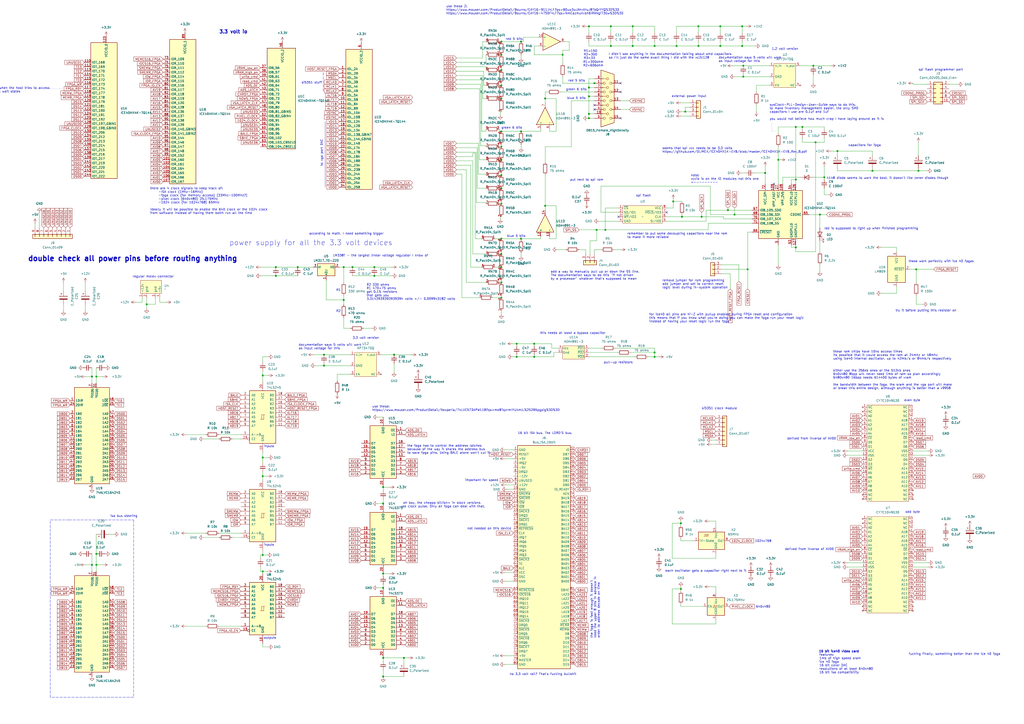
<source format=kicad_sch>
(kicad_sch (version 20231120) (generator "eeschema") (generator_version "8.0")
  (paper "A2")
  (lib_symbols
    (symbol "+3.3V_1" (power) (pin_numbers hide) (pin_names (offset 0) hide)
      (property "Value" "+3.3V" (at 0 3.556 0))
      (symbol "+3.3V_1_1_1"
        (pin power_in line (at 0 0 90) (length 0) (name "~") (number "1"))
      )
    )
    (symbol "+3.3V_2" (power) (pin_numbers hide) (pin_names (offset 0) hide)
      (property "Value" "+3.3V" (at 0 3.556 0))
      (symbol "+3.3V_2_1_1"
        (pin power_in line (at 0 0 90) (length 0) (name "~") (number "1"))
      )
    )
    (symbol "+3.3V_3" (power) (pin_numbers hide) (pin_names (offset 0) hide)
      (property "Value" "+3.3V" (at 0 3.556 0))
      (symbol "+3.3V_3_1_1"
        (pin power_in line (at 0 0 90) (length 0) (name "~") (number "1"))
      )
    )
    (symbol "+3.3V_4" (power) (pin_numbers hide) (pin_names (offset 0) hide)
      (property "Value" "+3.3V" (at 0 3.556 0))
      (symbol "+3.3V_4_1_1"
        (pin power_in line (at 0 0 90) (length 0) (name "~") (number "1"))
      )
    )
    (symbol "+5V_1" (power) (pin_numbers hide) (pin_names (offset 0) hide)
      (property "Value" "+5V" (at 0 3.556 0))
      (symbol "+5V_1_1_1"
        (pin power_in line (at 0 0 90) (length 0) (name "~") (number "1"))
      )
    )
    (symbol "+5V_2" (power) (pin_numbers hide) (pin_names (offset 0) hide)
      (property "Value" "+5V" (at 0 3.556 0))
      (symbol "+5V_2_1_1"
        (pin power_in line (at 0 0 90) (length 0) (name "~") (number "1"))
      )
    )
    (symbol "+5V_3" (power) (pin_numbers hide) (pin_names (offset 0) hide)
      (property "Value" "+5V" (at 0 3.556 0))
      (symbol "+5V_3_1_1"
        (pin power_in line (at 0 0 90) (length 0) (name "~") (number "1"))
      )
    )
    (symbol "+5V_4" (power) (pin_numbers hide) (pin_names (offset 0) hide)
      (property "Value" "+5V" (at 0 3.556 0))
      (symbol "+5V_4_1_1"
        (pin power_in line (at 0 0 90) (length 0) (name "~") (number "1"))
      )
    )
    (symbol "+5V_5" (power) (pin_numbers hide) (pin_names (offset 0) hide)
      (property "Value" "+5V" (at 0 3.556 0))
      (symbol "+5V_5_1_1"
        (pin power_in line (at 0 0 90) (length 0) (name "~") (number "1"))
      )
    )
    (symbol "+5V_6" (power) (pin_numbers hide) (pin_names (offset 0) hide)
      (property "Value" "+5V" (at 0 3.556 0))
      (symbol "+5V_6_1_1"
        (pin power_in line (at 0 0 90) (length 0) (name "~") (number "1"))
      )
    )
    (symbol "74xx:74ALVC164245"
      (property "Reference" "U" (at -10.16 29.21 0))
      (property "Value" "74ALVC164245" (at 1.27 -29.21 0))
      (symbol "74ALVC164245_1_1"
        (pin input line (at -12.7 20.32 0) (length 2.54) (name "1DIR") (number "1"))
        (pin passive line (at 0 -30.48 90) (length 2.54) hide (name "GND") (number "10"))
        (pin bidirectional line (at -12.7 -2.54 0) (length 2.54) (name "1B6") (number "11"))
        (pin bidirectional line (at -12.7 -5.08 0) (length 2.54) (name "1B7") (number "12"))
        (pin bidirectional line (at -12.7 -7.62 0) (length 2.54) (name "2B0") (number "13"))
        (pin bidirectional line (at -12.7 -10.16 0) (length 2.54) (name "2B1") (number "14"))
        (pin passive line (at 0 -30.48 90) (length 2.54) hide (name "GND") (number "15"))
        (pin bidirectional line (at -12.7 -12.7 0) (length 2.54) (name "2B2") (number "16"))
        (pin bidirectional line (at -12.7 -15.24 0) (length 2.54) (name "2B3") (number "17"))
        (pin passive line (at 0 30.48 270) (length 2.54) hide (name "V_{CC(B)}") (number "18"))
        (pin bidirectional line (at -12.7 -17.78 0) (length 2.54) (name "2B4") (number "19"))
        (pin bidirectional line (at -12.7 12.7 0) (length 2.54) (name "1B0") (number "2"))
        (pin bidirectional line (at -12.7 -20.32 0) (length 2.54) (name "2B5") (number "20"))
        (pin passive line (at 0 -30.48 90) (length 2.54) hide (name "GND") (number "21"))
        (pin bidirectional line (at -12.7 -22.86 0) (length 2.54) (name "2B6") (number "22"))
        (pin bidirectional line (at -12.7 -25.4 0) (length 2.54) (name "2B7") (number "23"))
        (pin input line (at -12.7 17.78 0) (length 2.54) (name "2DIR") (number "24"))
        (pin input line (at 12.7 17.78 180) (length 2.54) (name "2~{OE}") (number "25"))
        (pin bidirectional line (at 12.7 -25.4 180) (length 2.54) (name "2A7") (number "26"))
        (pin bidirectional line (at 12.7 -22.86 180) (length 2.54) (name "2A6") (number "27"))
        (pin passive line (at 0 -30.48 90) (length 2.54) hide (name "GND") (number "28"))
        (pin bidirectional line (at 12.7 -20.32 180) (length 2.54) (name "2A5") (number "29"))
        (pin bidirectional line (at -12.7 10.16 0) (length 2.54) (name "1B1") (number "3"))
        (pin bidirectional line (at 12.7 -17.78 180) (length 2.54) (name "2A4") (number "30"))
        (pin power_in line (at 2.54 30.48 270) (length 2.54) (name "V_{CC(A)}") (number "31"))
        (pin bidirectional line (at 12.7 -15.24 180) (length 2.54) (name "2A3") (number "32"))
        (pin bidirectional line (at 12.7 -12.7 180) (length 2.54) (name "2A2") (number "33"))
        (pin passive line (at 0 -30.48 90) (length 2.54) hide (name "GND") (number "34"))
        (pin bidirectional line (at 12.7 -10.16 180) (length 2.54) (name "2A1") (number "35"))
        (pin bidirectional line (at 12.7 -7.62 180) (length 2.54) (name "2A0") (number "36"))
        (pin bidirectional line (at 12.7 -5.08 180) (length 2.54) (name "1A7") (number "37"))
        (pin bidirectional line (at 12.7 -2.54 180) (length 2.54) (name "1A6") (number "38"))
        (pin passive line (at 0 -30.48 90) (length 2.54) hide (name "GND") (number "39"))
        (pin power_in line (at 0 -30.48 90) (length 2.54) (name "GND") (number "4"))
        (pin bidirectional line (at 12.7 0 180) (length 2.54) (name "1A5") (number "40"))
        (pin bidirectional line (at 12.7 2.54 180) (length 2.54) (name "1A4") (number "41"))
        (pin passive line (at 2.54 30.48 270) (length 2.54) hide (name "V_{CC(A)}") (number "42"))
        (pin bidirectional line (at 12.7 5.08 180) (length 2.54) (name "1A3") (number "43"))
        (pin bidirectional line (at 12.7 7.62 180) (length 2.54) (name "1A2") (number "44"))
        (pin passive line (at 0 -30.48 90) (length 2.54) hide (name "GND") (number "45"))
        (pin bidirectional line (at 12.7 10.16 180) (length 2.54) (name "1A1") (number "46"))
        (pin bidirectional line (at 12.7 12.7 180) (length 2.54) (name "1A0") (number "47"))
        (pin input line (at 12.7 20.32 180) (length 2.54) (name "1~{OE}") (number "48"))
        (pin bidirectional line (at -12.7 7.62 0) (length 2.54) (name "1B2") (number "5"))
        (pin bidirectional line (at -12.7 5.08 0) (length 2.54) (name "1B3") (number "6"))
        (pin power_in line (at 0 30.48 270) (length 2.54) (name "V_{CC(B)}") (number "7"))
        (pin bidirectional line (at -12.7 2.54 0) (length 2.54) (name "1B4") (number "8"))
        (pin bidirectional line (at -12.7 0 0) (length 2.54) (name "1B5") (number "9"))
      )
    )
    (symbol "74xx:74LS245" (pin_names (offset 1.016))
      (property "Reference" "U" (at -7.62 16.51 0))
      (property "Value" "74LS245" (at -7.62 -16.51 0))
      (symbol "74LS245_1_0"
        (pin input line (at -12.7 -10.16 0) (length 5.08) (name "A->B") (number "1"))
        (pin power_in line (at 0 -20.32 90) (length 5.08) (name "GND") (number "10"))
        (pin tri_state line (at 12.7 -5.08 180) (length 5.08) (name "B7") (number "11"))
        (pin tri_state line (at 12.7 -2.54 180) (length 5.08) (name "B6") (number "12"))
        (pin tri_state line (at 12.7 0 180) (length 5.08) (name "B5") (number "13"))
        (pin tri_state line (at 12.7 2.54 180) (length 5.08) (name "B4") (number "14"))
        (pin tri_state line (at 12.7 5.08 180) (length 5.08) (name "B3") (number "15"))
        (pin tri_state line (at 12.7 7.62 180) (length 5.08) (name "B2") (number "16"))
        (pin tri_state line (at 12.7 10.16 180) (length 5.08) (name "B1") (number "17"))
        (pin tri_state line (at 12.7 12.7 180) (length 5.08) (name "B0") (number "18"))
        (pin input inverted (at -12.7 -12.7 0) (length 5.08) (name "CE") (number "19"))
        (pin tri_state line (at -12.7 12.7 0) (length 5.08) (name "A0") (number "2"))
        (pin power_in line (at 0 20.32 270) (length 5.08) (name "VCC") (number "20"))
        (pin tri_state line (at -12.7 10.16 0) (length 5.08) (name "A1") (number "3"))
        (pin tri_state line (at -12.7 7.62 0) (length 5.08) (name "A2") (number "4"))
        (pin tri_state line (at -12.7 5.08 0) (length 5.08) (name "A3") (number "5"))
        (pin tri_state line (at -12.7 2.54 0) (length 5.08) (name "A4") (number "6"))
        (pin tri_state line (at -12.7 0 0) (length 5.08) (name "A5") (number "7"))
        (pin tri_state line (at -12.7 -2.54 0) (length 5.08) (name "A6") (number "8"))
        (pin tri_state line (at -12.7 -5.08 0) (length 5.08) (name "A7") (number "9"))
      )
    )
    (symbol "74xx:74LS373"
      (property "Reference" "U" (at -7.62 16.51 0))
      (property "Value" "74LS373" (at -7.62 -16.51 0))
      (symbol "74LS373_1_0"
        (pin input inverted (at -12.7 -12.7 0) (length 5.08) (name "OE") (number "1"))
        (pin power_in line (at 0 -20.32 90) (length 5.08) (name "GND") (number "10"))
        (pin input line (at -12.7 -10.16 0) (length 5.08) (name "LE") (number "11"))
        (pin tri_state line (at 12.7 2.54 180) (length 5.08) (name "O4") (number "12"))
        (pin input line (at -12.7 2.54 0) (length 5.08) (name "D4") (number "13"))
        (pin input line (at -12.7 0 0) (length 5.08) (name "D5") (number "14"))
        (pin tri_state line (at 12.7 0 180) (length 5.08) (name "O5") (number "15"))
        (pin tri_state line (at 12.7 -2.54 180) (length 5.08) (name "O6") (number "16"))
        (pin input line (at -12.7 -2.54 0) (length 5.08) (name "D6") (number "17"))
        (pin input line (at -12.7 -5.08 0) (length 5.08) (name "D7") (number "18"))
        (pin tri_state line (at 12.7 -5.08 180) (length 5.08) (name "O7") (number "19"))
        (pin tri_state line (at 12.7 12.7 180) (length 5.08) (name "O0") (number "2"))
        (pin power_in line (at 0 20.32 270) (length 5.08) (name "VCC") (number "20"))
        (pin input line (at -12.7 12.7 0) (length 5.08) (name "D0") (number "3"))
        (pin input line (at -12.7 10.16 0) (length 5.08) (name "D1") (number "4"))
        (pin tri_state line (at 12.7 10.16 180) (length 5.08) (name "O1") (number "5"))
        (pin tri_state line (at 12.7 7.62 180) (length 5.08) (name "O2") (number "6"))
        (pin input line (at -12.7 7.62 0) (length 5.08) (name "D2") (number "7"))
        (pin input line (at -12.7 5.08 0) (length 5.08) (name "D3") (number "8"))
        (pin tri_state line (at 12.7 5.08 180) (length 5.08) (name "O3") (number "9"))
      )
    )
    (symbol "Connector:Bus_ISA_16bit"
      (property "Reference" "J" (at 0 67.945 0))
      (property "Value" "Bus_ISA_16bit" (at 0 -65.405 0))
      (symbol "Bus_ISA_16bit_1_1"
        (pin power_in line (at -17.78 63.5 0) (length 2.54) (name "GND") (number "1"))
        (pin power_in line (at -17.78 40.64 0) (length 2.54) (name "GND") (number "10"))
        (pin output line (at -17.78 38.1 0) (length 2.54) (name "~{SMEMW}") (number "11"))
        (pin output line (at -17.78 35.56 0) (length 2.54) (name "~{SMEMR}") (number "12"))
        (pin output line (at -17.78 33.02 0) (length 2.54) (name "~{IOW}") (number "13"))
        (pin output line (at -17.78 30.48 0) (length 2.54) (name "~{IOR}") (number "14"))
        (pin passive line (at -17.78 27.94 0) (length 2.54) (name "~{DACK3}") (number "15"))
        (pin passive line (at -17.78 25.4 0) (length 2.54) (name "DRQ3") (number "16"))
        (pin passive line (at -17.78 22.86 0) (length 2.54) (name "~{DACK1}") (number "17"))
        (pin passive line (at -17.78 20.32 0) (length 2.54) (name "DRQ1") (number "18"))
        (pin passive line (at -17.78 17.78 0) (length 2.54) (name "~{REFRESH}") (number "19"))
        (pin output line (at -17.78 60.96 0) (length 2.54) (name "RESET") (number "2"))
        (pin output line (at -17.78 15.24 0) (length 2.54) (name "CLK") (number "20"))
        (pin passive line (at -17.78 12.7 0) (length 2.54) (name "IRQ7") (number "21"))
        (pin passive line (at -17.78 10.16 0) (length 2.54) (name "IRQ6") (number "22"))
        (pin passive line (at -17.78 7.62 0) (length 2.54) (name "IRQ5") (number "23"))
        (pin passive line (at -17.78 5.08 0) (length 2.54) (name "IRQ4") (number "24"))
        (pin passive line (at -17.78 2.54 0) (length 2.54) (name "IRQ3") (number "25"))
        (pin passive line (at -17.78 0 0) (length 2.54) (name "~{DACK2}") (number "26"))
        (pin passive line (at -17.78 -2.54 0) (length 2.54) (name "TC") (number "27"))
        (pin output line (at -17.78 -5.08 0) (length 2.54) (name "ALE") (number "28"))
        (pin power_in line (at -17.78 -7.62 0) (length 2.54) (name "VCC") (number "29"))
        (pin power_in line (at -17.78 58.42 0) (length 2.54) (name "+5V") (number "3"))
        (pin output line (at -17.78 -10.16 0) (length 2.54) (name "OSC") (number "30"))
        (pin power_in line (at -17.78 -12.7 0) (length 2.54) (name "GND") (number "31"))
        (pin passive line (at 17.78 63.5 180) (length 2.54) (name "IO") (number "32"))
        (pin tri_state line (at 17.78 60.96 180) (length 2.54) (name "DB7") (number "33"))
        (pin tri_state line (at 17.78 58.42 180) (length 2.54) (name "DB6") (number "34"))
        (pin tri_state line (at 17.78 55.88 180) (length 2.54) (name "DB5") (number "35"))
        (pin tri_state line (at 17.78 53.34 180) (length 2.54) (name "DB4") (number "36"))
        (pin tri_state line (at 17.78 50.8 180) (length 2.54) (name "DB3") (number "37"))
        (pin tri_state line (at 17.78 48.26 180) (length 2.54) (name "DB2") (number "38"))
        (pin tri_state line (at 17.78 45.72 180) (length 2.54) (name "DB1") (number "39"))
        (pin passive line (at -17.78 55.88 0) (length 2.54) (name "IRQ2") (number "4"))
        (pin tri_state line (at 17.78 43.18 180) (length 2.54) (name "DB0") (number "40"))
        (pin passive line (at 17.78 40.64 180) (length 2.54) (name "IO_READY") (number "41"))
        (pin output line (at 17.78 38.1 180) (length 2.54) (name "AEN") (number "42"))
        (pin tri_state line (at 17.78 35.56 180) (length 2.54) (name "BA19") (number "43"))
        (pin tri_state line (at 17.78 33.02 180) (length 2.54) (name "BA18") (number "44"))
        (pin tri_state line (at 17.78 30.48 180) (length 2.54) (name "BA17") (number "45"))
        (pin tri_state line (at 17.78 27.94 180) (length 2.54) (name "BA16") (number "46"))
        (pin tri_state line (at 17.78 25.4 180) (length 2.54) (name "BA15") (number "47"))
        (pin tri_state line (at 17.78 22.86 180) (length 2.54) (name "BA14") (number "48"))
        (pin tri_state line (at 17.78 20.32 180) (length 2.54) (name "BA13") (number "49"))
        (pin power_in line (at -17.78 53.34 0) (length 2.54) (name "-5V") (number "5"))
        (pin tri_state line (at 17.78 17.78 180) (length 2.54) (name "BA12") (number "50"))
        (pin tri_state line (at 17.78 15.24 180) (length 2.54) (name "BA11") (number "51"))
        (pin tri_state line (at 17.78 12.7 180) (length 2.54) (name "BA10") (number "52"))
        (pin tri_state line (at 17.78 10.16 180) (length 2.54) (name "BA09") (number "53"))
        (pin tri_state line (at 17.78 7.62 180) (length 2.54) (name "BA08") (number "54"))
        (pin tri_state line (at 17.78 5.08 180) (length 2.54) (name "BA07") (number "55"))
        (pin tri_state line (at 17.78 2.54 180) (length 2.54) (name "BA06") (number "56"))
        (pin tri_state line (at 17.78 0 180) (length 2.54) (name "BA05") (number "57"))
        (pin tri_state line (at 17.78 -2.54 180) (length 2.54) (name "BA04") (number "58"))
        (pin tri_state line (at 17.78 -5.08 180) (length 2.54) (name "BA03") (number "59"))
        (pin passive line (at -17.78 50.8 0) (length 2.54) (name "DRQ2") (number "6"))
        (pin tri_state line (at 17.78 -7.62 180) (length 2.54) (name "BA02") (number "60"))
        (pin tri_state line (at 17.78 -10.16 180) (length 2.54) (name "BA01") (number "61"))
        (pin tri_state line (at 17.78 -12.7 180) (length 2.54) (name "BA00") (number "62"))
        (pin passive line (at -17.78 -17.78 0) (length 2.54) (name "~{MEMCS16}") (number "63"))
        (pin passive line (at -17.78 -20.32 0) (length 2.54) (name "~{IOCS16}") (number "64"))
        (pin passive line (at -17.78 -22.86 0) (length 2.54) (name "IRQ10") (number "65"))
        (pin passive line (at -17.78 -25.4 0) (length 2.54) (name "IRQ11") (number "66"))
        (pin passive line (at -17.78 -27.94 0) (length 2.54) (name "IRQ12") (number "67"))
        (pin passive line (at -17.78 -30.48 0) (length 2.54) (name "IRQ15") (number "68"))
        (pin passive line (at -17.78 -33.02 0) (length 2.54) (name "IRQ14") (number "69"))
        (pin power_in line (at -17.78 48.26 0) (length 2.54) (name "-12V") (number "7"))
        (pin output line (at -17.78 -35.56 0) (length 2.54) (name "~{DACK0}") (number "70"))
        (pin passive line (at -17.78 -38.1 0) (length 2.54) (name "DRQ0") (number "71"))
        (pin output line (at -17.78 -40.64 0) (length 2.54) (name "~{DACK5}") (number "72"))
        (pin passive line (at -17.78 -43.18 0) (length 2.54) (name "DRQ5") (number "73"))
        (pin output line (at -17.78 -45.72 0) (length 2.54) (name "~{DACK6}") (number "74"))
        (pin passive line (at -17.78 -48.26 0) (length 2.54) (name "DRQ6") (number "75"))
        (pin output line (at -17.78 -50.8 0) (length 2.54) (name "~{DACK7}") (number "76"))
        (pin passive line (at -17.78 -53.34 0) (length 2.54) (name "DRQ7") (number "77"))
        (pin power_in line (at -17.78 -55.88 0) (length 2.54) (name "+5V") (number "78"))
        (pin passive line (at -17.78 -58.42 0) (length 2.54) (name "MASTER") (number "79"))
        (pin passive line (at -17.78 45.72 0) (length 2.54) (name "UNUSED") (number "8"))
        (pin power_in line (at -17.78 -60.96 0) (length 2.54) (name "GND") (number "80"))
        (pin passive line (at 17.78 -17.78 180) (length 2.54) (name "SBHE") (number "81"))
        (pin passive line (at 17.78 -20.32 180) (length 2.54) (name "LA23") (number "82"))
        (pin passive line (at 17.78 -22.86 180) (length 2.54) (name "LA22") (number "83"))
        (pin passive line (at 17.78 -25.4 180) (length 2.54) (name "LA21") (number "84"))
        (pin passive line (at 17.78 -27.94 180) (length 2.54) (name "LA20") (number "85"))
        (pin passive line (at 17.78 -30.48 180) (length 2.54) (name "LA19") (number "86"))
        (pin passive line (at 17.78 -33.02 180) (length 2.54) (name "LA18") (number "87"))
        (pin passive line (at 17.78 -35.56 180) (length 2.54) (name "LA17") (number "88"))
        (pin output line (at 17.78 -38.1 180) (length 2.54) (name "~{MEMR}") (number "89"))
        (pin power_in line (at -17.78 43.18 0) (length 2.54) (name "+12V") (number "9"))
        (pin output line (at 17.78 -40.64 180) (length 2.54) (name "~{MEMW}") (number "90"))
        (pin tri_state line (at 17.78 -43.18 180) (length 2.54) (name "D8") (number "91"))
        (pin tri_state line (at 17.78 -45.72 180) (length 2.54) (name "D9") (number "92"))
        (pin tri_state line (at 17.78 -48.26 180) (length 2.54) (name "D10") (number "93"))
        (pin tri_state line (at 17.78 -50.8 180) (length 2.54) (name "D11") (number "94"))
        (pin tri_state line (at 17.78 -53.34 180) (length 2.54) (name "D12") (number "95"))
        (pin tri_state line (at 17.78 -55.88 180) (length 2.54) (name "D13") (number "96"))
        (pin tri_state line (at 17.78 -58.42 180) (length 2.54) (name "D14") (number "97"))
        (pin tri_state line (at 17.78 -60.96 180) (length 2.54) (name "D15") (number "98"))
      )
    )
    (symbol "Connector:DB15_Female_HighDensity" (pin_names (offset 1.016) hide)
      (property "Reference" "J" (at 0 21.59 0))
      (property "Value" "DB15_Female_HighDensity" (at 0 19.05 0))
      (symbol "DB15_Female_HighDensity_1_1"
        (pin passive line (at -7.62 10.16 0) (length 5.08) (name "~") (number "1"))
        (pin passive line (at -7.62 -7.62 0) (length 5.08) (name "~") (number "10"))
        (pin passive line (at 7.62 10.16 180) (length 5.08) (name "~") (number "11"))
        (pin passive line (at 7.62 5.08 180) (length 5.08) (name "~") (number "12"))
        (pin passive line (at 7.62 0 180) (length 5.08) (name "~") (number "13"))
        (pin passive line (at 7.62 -5.08 180) (length 5.08) (name "~") (number "14"))
        (pin passive line (at 7.62 -10.16 180) (length 5.08) (name "~") (number "15"))
        (pin passive line (at -7.62 5.08 0) (length 5.08) (name "~") (number "2"))
        (pin passive line (at -7.62 0 0) (length 5.08) (name "~") (number "3"))
        (pin passive line (at -7.62 -5.08 0) (length 5.08) (name "~") (number "4"))
        (pin passive line (at -7.62 -10.16 0) (length 5.08) (name "~") (number "5"))
        (pin passive line (at -7.62 12.7 0) (length 5.08) (name "~") (number "6"))
        (pin passive line (at -7.62 7.62 0) (length 5.08) (name "~") (number "7"))
        (pin passive line (at -7.62 2.54 0) (length 5.08) (name "~") (number "8"))
        (pin passive line (at -7.62 -2.54 0) (length 5.08) (name "~") (number "9"))
      )
    )
    (symbol "Connector_Generic:Conn_01x03" (pin_names (offset 1.016) hide)
      (property "Reference" "J" (at 0 5.08 0))
      (property "Value" "Conn_01x03" (at 0 -5.08 0))
      (symbol "Conn_01x03_1_1"
        (pin passive line (at -5.08 2.54 0) (length 3.81) (name "Pin_1") (number "1"))
        (pin passive line (at -5.08 0 0) (length 3.81) (name "Pin_2") (number "2"))
        (pin passive line (at -5.08 -2.54 0) (length 3.81) (name "Pin_3") (number "3"))
      )
    )
    (symbol "Connector_Generic:Conn_01x04" (pin_names (offset 1.016) hide)
      (property "Reference" "J" (at 0 5.08 0))
      (property "Value" "Conn_01x04" (at 0 -7.62 0))
      (symbol "Conn_01x04_1_1"
        (pin passive line (at -5.08 2.54 0) (length 3.81) (name "Pin_1") (number "1"))
        (pin passive line (at -5.08 0 0) (length 3.81) (name "Pin_2") (number "2"))
        (pin passive line (at -5.08 -2.54 0) (length 3.81) (name "Pin_3") (number "3"))
        (pin passive line (at -5.08 -5.08 0) (length 3.81) (name "Pin_4") (number "4"))
      )
    )
    (symbol "Connector_Generic:Conn_01x07" (pin_names (offset 1.016) hide)
      (property "Reference" "J" (at 0 10.16 0))
      (property "Value" "Conn_01x07" (at 0 -10.16 0))
      (symbol "Conn_01x07_1_1"
        (pin passive line (at -5.08 7.62 0) (length 3.81) (name "Pin_1") (number "1"))
        (pin passive line (at -5.08 5.08 0) (length 3.81) (name "Pin_2") (number "2"))
        (pin passive line (at -5.08 2.54 0) (length 3.81) (name "Pin_3") (number "3"))
        (pin passive line (at -5.08 0 0) (length 3.81) (name "Pin_4") (number "4"))
        (pin passive line (at -5.08 -2.54 0) (length 3.81) (name "Pin_5") (number "5"))
        (pin passive line (at -5.08 -5.08 0) (length 3.81) (name "Pin_6") (number "6"))
        (pin passive line (at -5.08 -7.62 0) (length 3.81) (name "Pin_7") (number "7"))
      )
    )
    (symbol "Connector_Generic:Conn_01x09" (pin_names (offset 1.016) hide)
      (property "Reference" "J" (at 0 12.7 0))
      (property "Value" "Conn_01x09" (at 0 -12.7 0))
      (symbol "Conn_01x09_1_1"
        (pin passive line (at -5.08 10.16 0) (length 3.81) (name "Pin_1") (number "1"))
        (pin passive line (at -5.08 7.62 0) (length 3.81) (name "Pin_2") (number "2"))
        (pin passive line (at -5.08 5.08 0) (length 3.81) (name "Pin_3") (number "3"))
        (pin passive line (at -5.08 2.54 0) (length 3.81) (name "Pin_4") (number "4"))
        (pin passive line (at -5.08 0 0) (length 3.81) (name "Pin_5") (number "5"))
        (pin passive line (at -5.08 -2.54 0) (length 3.81) (name "Pin_6") (number "6"))
        (pin passive line (at -5.08 -5.08 0) (length 3.81) (name "Pin_7") (number "7"))
        (pin passive line (at -5.08 -7.62 0) (length 3.81) (name "Pin_8") (number "8"))
        (pin passive line (at -5.08 -10.16 0) (length 3.81) (name "Pin_9") (number "9"))
      )
    )
    (symbol "Connector_Generic:Conn_02x05_Odd_Even" (pin_names (offset 1.016) hide)
      (property "Reference" "J" (at 1.27 7.62 0))
      (property "Value" "Conn_02x05_Odd_Even" (at 1.27 -7.62 0))
      (symbol "Conn_02x05_Odd_Even_1_1"
        (pin passive line (at -5.08 5.08 0) (length 3.81) (name "Pin_1") (number "1"))
        (pin passive line (at 7.62 -5.08 180) (length 3.81) (name "Pin_10") (number "10"))
        (pin passive line (at 7.62 5.08 180) (length 3.81) (name "Pin_2") (number "2"))
        (pin passive line (at -5.08 2.54 0) (length 3.81) (name "Pin_3") (number "3"))
        (pin passive line (at 7.62 2.54 180) (length 3.81) (name "Pin_4") (number "4"))
        (pin passive line (at -5.08 0 0) (length 3.81) (name "Pin_5") (number "5"))
        (pin passive line (at 7.62 0 180) (length 3.81) (name "Pin_6") (number "6"))
        (pin passive line (at -5.08 -2.54 0) (length 3.81) (name "Pin_7") (number "7"))
        (pin passive line (at 7.62 -2.54 180) (length 3.81) (name "Pin_8") (number "8"))
        (pin passive line (at -5.08 -5.08 0) (length 3.81) (name "Pin_9") (number "9"))
      )
    )
    (symbol "Device:C_Polarized" (pin_numbers hide) (pin_names (offset 0.254))
      (property "Reference" "C" (at 0.635 2.54 0))
      (property "Value" "C_Polarized" (at 0.635 -2.54 0))
      (symbol "C_Polarized_1_1"
        (pin passive line (at 0 3.81 270) (length 2.794) (name "~") (number "1"))
        (pin passive line (at 0 -3.81 90) (length 2.794) (name "~") (number "2"))
      )
    )
    (symbol "Device:C_Small" (pin_numbers hide) (pin_names (offset 0.254) hide)
      (property "Reference" "C" (at 0.254 1.778 0))
      (property "Value" "C_Small" (at 0.254 -2.032 0))
      (symbol "C_Small_1_1"
        (pin passive line (at 0 2.54 270) (length 2.032) (name "~") (number "1"))
        (pin passive line (at 0 -2.54 90) (length 2.032) (name "~") (number "2"))
      )
    )
    (symbol "Device:D" (pin_numbers hide) (pin_names (offset 1.016) hide)
      (property "Reference" "D" (at 0 2.54 0))
      (property "Value" "D" (at 0 -2.54 0))
      (symbol "D_1_1"
        (pin passive line (at -3.81 0 0) (length 2.54) (name "K") (number "1"))
        (pin passive line (at 3.81 0 180) (length 2.54) (name "A") (number "2"))
      )
    )
    (symbol "Device:LED" (pin_numbers hide) (pin_names (offset 1.016) hide)
      (property "Reference" "D" (at 0 2.54 0))
      (property "Value" "LED" (at 0 -2.54 0))
      (symbol "LED_1_1"
        (pin passive line (at -3.81 0 0) (length 2.54) (name "K") (number "1"))
        (pin passive line (at 3.81 0 180) (length 2.54) (name "A") (number "2"))
      )
    )
    (symbol "Device:R" (pin_numbers hide) (pin_names (offset 0))
      (property "Reference" "R" (at 2.032 0 90))
      (property "Value" "R" (at 0 0 90))
      (symbol "R_1_1"
        (pin passive line (at 0 3.81 270) (length 1.27) (name "~") (number "1"))
        (pin passive line (at 0 -3.81 90) (length 1.27) (name "~") (number "2"))
      )
    )
    (symbol "Device:R_Pack04_Split" (pin_names (offset 0) hide)
      (property "Reference" "RN" (at 2.032 0 90))
      (property "Value" "R_Pack04_Split" (at 0 0 90))
      (symbol "R_Pack04_Split_1_1"
        (pin passive line (at 0 -3.81 90) (length 1.27) (name "R1.1") (number "1"))
        (pin passive line (at 0 3.81 270) (length 1.27) (name "R1.2") (number "8"))
      )
      (symbol "R_Pack04_Split_2_1"
        (pin passive line (at 0 -3.81 90) (length 1.27) (name "R2.1") (number "2"))
        (pin passive line (at 0 3.81 270) (length 1.27) (name "R2.2") (number "7"))
      )
      (symbol "R_Pack04_Split_3_1"
        (pin passive line (at 0 -3.81 90) (length 1.27) (name "R3.1") (number "3"))
        (pin passive line (at 0 3.81 270) (length 1.27) (name "R3.2") (number "6"))
      )
      (symbol "R_Pack04_Split_4_1"
        (pin passive line (at 0 -3.81 90) (length 1.27) (name "R4.1") (number "4"))
        (pin passive line (at 0 3.81 270) (length 1.27) (name "R4.2") (number "5"))
      )
    )
    (symbol "FPGA_Lattice:ICE40HX4K-TQ144"
      (property "Reference" "U" (at 12.7 53.34 0))
      (property "Value" "ICE40HX4K-TQ144" (at 30.48 48.26 0))
      (symbol "ICE40HX4K-TQ144_1_1"
        (pin bidirectional line (at -12.7 30.48 0) (length 3.81) (name "IOT_168") (number "110"))
        (pin bidirectional line (at -12.7 27.94 0) (length 3.81) (name "IOT_169") (number "112"))
        (pin bidirectional line (at -12.7 25.4 0) (length 3.81) (name "IOT_170") (number "113"))
        (pin bidirectional line (at -12.7 22.86 0) (length 3.81) (name "IOT_171") (number "114"))
        (pin bidirectional line (at -12.7 20.32 0) (length 3.81) (name "IOT_172") (number "115"))
        (pin bidirectional line (at -12.7 17.78 0) (length 3.81) (name "IOT_173") (number "116"))
        (pin bidirectional line (at -12.7 15.24 0) (length 3.81) (name "IOT_174") (number "117"))
        (pin bidirectional line (at -12.7 12.7 0) (length 3.81) (name "IOT_177") (number "118"))
        (pin bidirectional line (at -12.7 10.16 0) (length 3.81) (name "IOT_178") (number "119"))
        (pin bidirectional line (at -12.7 7.62 0) (length 3.81) (name "IOT_179") (number "120"))
        (pin bidirectional line (at -12.7 5.08 0) (length 3.81) (name "IOT_181") (number "121"))
        (pin bidirectional line (at -12.7 2.54 0) (length 3.81) (name "IOT_190") (number "122"))
        (pin power_in line (at 0 45.72 270) (length 3.81) (name "VCCIO_0") (number "123"))
        (pin bidirectional line (at -12.7 0 0) (length 3.81) (name "IOT_191") (number "124"))
        (pin bidirectional line (at -12.7 -2.54 0) (length 3.81) (name "IOT_192") (number "125"))
        (pin bidirectional line (at -12.7 -5.08 0) (length 3.81) (name "IOT_197_GBIN1") (number "128"))
        (pin bidirectional line (at -12.7 -7.62 0) (length 3.81) (name "IOT_198_GBIN0") (number "129"))
        (pin bidirectional line (at -12.7 -10.16 0) (length 3.81) (name "IOT_206") (number "130"))
        (pin passive line (at 0 45.72 270) (length 3.81) hide (name "VCCIO_0") (number "131"))
        (pin bidirectional line (at -12.7 -12.7 0) (length 3.81) (name "IOT_212") (number "134"))
        (pin bidirectional line (at -12.7 -15.24 0) (length 3.81) (name "IOT_213") (number "135"))
        (pin bidirectional line (at -12.7 -17.78 0) (length 3.81) (name "IOT_214") (number "136"))
        (pin bidirectional line (at -12.7 -20.32 0) (length 3.81) (name "IOT_215") (number "137"))
        (pin bidirectional line (at -12.7 -22.86 0) (length 3.81) (name "IOT_216") (number "138"))
        (pin bidirectional line (at -12.7 -25.4 0) (length 3.81) (name "IOT_217") (number "139"))
        (pin bidirectional line (at -12.7 -27.94 0) (length 3.81) (name "IOT_219") (number "141"))
        (pin bidirectional line (at -12.7 -30.48 0) (length 3.81) (name "IOT_220") (number "142"))
        (pin bidirectional line (at -12.7 -33.02 0) (length 3.81) (name "IOT_221") (number "143"))
        (pin bidirectional line (at -12.7 -35.56 0) (length 3.81) (name "IOT_222") (number "144"))
      )
      (symbol "ICE40HX4K-TQ144_2_1"
        (pin passive line (at 0 48.26 270) (length 3.81) hide (name "VCCIO_1") (number "100"))
        (pin bidirectional line (at -12.7 -25.4 0) (length 3.81) (name "IOR_160") (number "101"))
        (pin bidirectional line (at -12.7 -27.94 0) (length 3.81) (name "IOR_161") (number "102"))
        (pin bidirectional line (at -12.7 -30.48 0) (length 3.81) (name "IOR_164") (number "104"))
        (pin bidirectional line (at -12.7 -33.02 0) (length 3.81) (name "IOR_165") (number "105"))
        (pin bidirectional line (at -12.7 -35.56 0) (length 3.81) (name "IOR_166") (number "106"))
        (pin bidirectional line (at -12.7 -38.1 0) (length 3.81) (name "IOR_167") (number "107"))
        (pin bidirectional line (at -12.7 33.02 0) (length 3.81) (name "IOR_109") (number "73"))
        (pin bidirectional line (at -12.7 30.48 0) (length 3.81) (name "IOR_110") (number "74"))
        (pin bidirectional line (at -12.7 27.94 0) (length 3.81) (name "IOR_111") (number "75"))
        (pin bidirectional line (at -12.7 25.4 0) (length 3.81) (name "IOR_112") (number "76"))
        (pin bidirectional line (at -12.7 22.86 0) (length 3.81) (name "IOR_114") (number "78"))
        (pin bidirectional line (at -12.7 20.32 0) (length 3.81) (name "IOR_115") (number "79"))
        (pin bidirectional line (at -12.7 17.78 0) (length 3.81) (name "IOR_116") (number "80"))
        (pin bidirectional line (at -12.7 15.24 0) (length 3.81) (name "IOR_117") (number "81"))
        (pin bidirectional line (at -12.7 12.7 0) (length 3.81) (name "IOR_118") (number "82"))
        (pin bidirectional line (at -12.7 10.16 0) (length 3.81) (name "IOR_119") (number "83"))
        (pin bidirectional line (at -12.7 7.62 0) (length 3.81) (name "IOR_120") (number "84"))
        (pin bidirectional line (at -12.7 5.08 0) (length 3.81) (name "IOR_128") (number "85"))
        (pin bidirectional line (at -12.7 2.54 0) (length 3.81) (name "IOR_136") (number "87"))
        (pin bidirectional line (at -12.7 0 0) (length 3.81) (name "IOR_137") (number "88"))
        (pin power_in line (at 0 48.26 270) (length 3.81) (name "VCCIO_1") (number "89"))
        (pin bidirectional line (at -12.7 -2.54 0) (length 3.81) (name "IOR_138") (number "90"))
        (pin bidirectional line (at -12.7 -5.08 0) (length 3.81) (name "IOR_139") (number "91"))
        (pin bidirectional line (at -12.7 -7.62 0) (length 3.81) (name "IOR_140_GBIN3") (number "93"))
        (pin bidirectional line (at -12.7 -10.16 0) (length 3.81) (name "IOR_141_GBIN2") (number "94"))
        (pin bidirectional line (at -12.7 -12.7 0) (length 3.81) (name "IOR_144") (number "95"))
        (pin bidirectional line (at -12.7 -15.24 0) (length 3.81) (name "IOR_146") (number "96"))
        (pin bidirectional line (at -12.7 -17.78 0) (length 3.81) (name "IOR_147") (number "97"))
        (pin bidirectional line (at -12.7 -20.32 0) (length 3.81) (name "IOR_148") (number "98"))
        (pin bidirectional line (at -12.7 -22.86 0) (length 3.81) (name "IOR_152") (number "99"))
      )
      (symbol "ICE40HX4K-TQ144_3_1"
        (pin bidirectional line (at -12.7 20.32 0) (length 3.81) (name "IOB_56") (number "37"))
        (pin bidirectional line (at -12.7 17.78 0) (length 3.81) (name "IOB_57") (number "38"))
        (pin bidirectional line (at -12.7 15.24 0) (length 3.81) (name "IOB_61") (number "39"))
        (pin bidirectional line (at -12.7 12.7 0) (length 3.81) (name "IOB_63") (number "41"))
        (pin bidirectional line (at -12.7 10.16 0) (length 3.81) (name "IOB_64") (number "42"))
        (pin bidirectional line (at -12.7 7.62 0) (length 3.81) (name "IOB_71") (number "43"))
        (pin bidirectional line (at -12.7 5.08 0) (length 3.81) (name "IOB_72") (number "44"))
        (pin bidirectional line (at -12.7 2.54 0) (length 3.81) (name "IOB_73") (number "45"))
        (pin power_in line (at 0 35.56 270) (length 3.81) (name "VCCIO_2") (number "46"))
        (pin bidirectional line (at -12.7 0 0) (length 3.81) (name "IOB_79") (number "47"))
        (pin bidirectional line (at -12.7 -2.54 0) (length 3.81) (name "IOB_80") (number "48"))
        (pin bidirectional line (at -12.7 -5.08 0) (length 3.81) (name "IOB_81_GBIN5") (number "49"))
        (pin bidirectional line (at -12.7 -7.62 0) (length 3.81) (name "IOB_82_GBIN4") (number "52"))
        (pin bidirectional line (at -12.7 -10.16 0) (length 3.81) (name "IOB_91") (number "55"))
        (pin bidirectional line (at -12.7 -12.7 0) (length 3.81) (name "IOB_94") (number "56"))
        (pin passive line (at 0 35.56 270) (length 3.81) hide (name "VCCIO_2") (number "57"))
        (pin bidirectional line (at -12.7 -15.24 0) (length 3.81) (name "IOB_95") (number "60"))
        (pin bidirectional line (at -12.7 -17.78 0) (length 3.81) (name "IOB_96") (number "61"))
        (pin bidirectional line (at -12.7 -20.32 0) (length 3.81) (name "IOB_102") (number "62"))
        (pin bidirectional line (at -12.7 -22.86 0) (length 3.81) (name "IOB_103_CBSEL0") (number "63"))
        (pin bidirectional line (at -12.7 -25.4 0) (length 3.81) (name "IOB_104_CBSEL1") (number "64"))
      )
      (symbol "ICE40HX4K-TQ144_4_1"
        (pin bidirectional line (at -12.7 30.48 0) (length 3.81) (name "IOL_2A") (number "1"))
        (pin bidirectional line (at -12.7 12.7 0) (length 3.81) (name "IOL_5B") (number "10"))
        (pin bidirectional line (at -12.7 10.16 0) (length 3.81) (name "IOL_8A") (number "11"))
        (pin bidirectional line (at -12.7 7.62 0) (length 3.81) (name "IOL_8B") (number "12"))
        (pin bidirectional line (at -12.7 5.08 0) (length 3.81) (name "IOL_10A") (number "15"))
        (pin bidirectional line (at -12.7 2.54 0) (length 3.81) (name "IOL_10B") (number "16"))
        (pin bidirectional line (at -12.7 0 0) (length 3.81) (name "IOL_12A") (number "17"))
        (pin bidirectional line (at -12.7 -2.54 0) (length 3.81) (name "IOL_12B") (number "18"))
        (pin bidirectional line (at -12.7 -5.08 0) (length 3.81) (name "IOL_13A") (number "19"))
        (pin bidirectional line (at -12.7 27.94 0) (length 3.81) (name "IOL_2B") (number "2"))
        (pin bidirectional line (at -12.7 -7.62 0) (length 3.81) (name "IOL_13B_GBIN7") (number "20"))
        (pin bidirectional line (at -12.7 -10.16 0) (length 3.81) (name "IOL_14A_GBIN6") (number "21"))
        (pin bidirectional line (at -12.7 -12.7 0) (length 3.81) (name "IOL_14B") (number "22"))
        (pin bidirectional line (at -12.7 -15.24 0) (length 3.81) (name "IOL_17A") (number "23"))
        (pin bidirectional line (at -12.7 -17.78 0) (length 3.81) (name "IOL_17B") (number "24"))
        (pin bidirectional line (at -12.7 -20.32 0) (length 3.81) (name "IOL_18A") (number "25"))
        (pin bidirectional line (at -12.7 -22.86 0) (length 3.81) (name "IOL_18B") (number "26"))
        (pin bidirectional line (at -12.7 -25.4 0) (length 3.81) (name "IOL_23A") (number "28"))
        (pin bidirectional line (at -12.7 -27.94 0) (length 3.81) (name "IOL_23B") (number "29"))
        (pin bidirectional line (at -12.7 25.4 0) (length 3.81) (name "IOL_3A") (number "3"))
        (pin passive line (at 0 45.72 270) (length 3.81) hide (name "VCCIO_3") (number "30"))
        (pin bidirectional line (at -12.7 -30.48 0) (length 3.81) (name "IOL_24A") (number "31"))
        (pin bidirectional line (at -12.7 -33.02 0) (length 3.81) (name "IOL_24B") (number "32"))
        (pin bidirectional line (at -12.7 -35.56 0) (length 3.81) (name "IOL_25A") (number "33"))
        (pin bidirectional line (at -12.7 -38.1 0) (length 3.81) (name "IOL_25B") (number "34"))
        (pin bidirectional line (at -12.7 22.86 0) (length 3.81) (name "IOL_3B") (number "4"))
        (pin power_in line (at 0 45.72 270) (length 3.81) (name "VCCIO_3") (number "6"))
        (pin bidirectional line (at -12.7 20.32 0) (length 3.81) (name "IOL_4A") (number "7"))
        (pin bidirectional line (at -12.7 17.78 0) (length 3.81) (name "IOL_4B") (number "8"))
        (pin bidirectional line (at -12.7 15.24 0) (length 3.81) (name "IOL_5A") (number "9"))
      )
      (symbol "ICE40HX4K-TQ144_5_1"
        (pin passive line (at 0 -17.78 90) (length 3.81) hide (name "GND") (number "103"))
        (pin power_in line (at 2.54 17.78 270) (length 3.81) (name "VPP_2V5") (number "108"))
        (pin power_in line (at -2.54 17.78 270) (length 3.81) (name "VPP_FAST") (number "109"))
        (pin passive line (at 0 17.78 270) (length 3.81) hide (name "VCC") (number "111"))
        (pin power_in line (at 10.16 17.78 270) (length 3.81) (name "VCCPLL1") (number "126"))
        (pin power_in line (at 10.16 -17.78 90) (length 3.81) (name "GNDPLL1") (number "127"))
        (pin passive line (at 0 -17.78 90) (length 3.81) hide (name "GND") (number "13"))
        (pin passive line (at 0 -17.78 90) (length 3.81) hide (name "GND") (number "132"))
        (pin no_connect line (at 12.7 -10.16 180) (length 3.81) hide (name "NC") (number "133"))
        (pin passive line (at 0 -17.78 90) (length 3.81) hide (name "GND") (number "14"))
        (pin passive line (at 0 -17.78 90) (length 3.81) hide (name "GND") (number "140"))
        (pin power_in line (at 0 17.78 270) (length 3.81) (name "VCC") (number "27"))
        (pin no_connect line (at 12.7 5.08 180) (length 3.81) hide (name "NC") (number "35"))
        (pin no_connect line (at 12.7 2.54 180) (length 3.81) hide (name "NC") (number "36"))
        (pin passive line (at 0 17.78 270) (length 3.81) hide (name "VCC") (number "40"))
        (pin power_in line (at 0 -17.78 90) (length 3.81) (name "GND") (number "5"))
        (pin no_connect line (at 12.7 -2.54 180) (length 3.81) hide (name "NC") (number "50"))
        (pin no_connect line (at 12.7 -5.08 180) (length 3.81) hide (name "NC") (number "51"))
        (pin power_in line (at 7.62 -17.78 90) (length 3.81) (name "GNDPLL0") (number "53"))
        (pin power_in line (at 7.62 17.78 270) (length 3.81) (name "VCCPLL0") (number "54"))
        (pin no_connect line (at 12.7 -7.62 180) (length 3.81) hide (name "NC") (number "58"))
        (pin passive line (at 0 -17.78 90) (length 3.81) hide (name "GND") (number "59"))
        (pin open_collector line (at 17.78 0 180) (length 3.81) (name "CDONE") (number "65"))
        (pin input line (at -15.24 -10.16 0) (length 3.81) (name "~{CRESET}") (number "66"))
        (pin bidirectional line (at -15.24 2.54 0) (length 3.81) (name "IOB_105_SDO") (number "67"))
        (pin bidirectional line (at -15.24 0 0) (length 3.81) (name "IOB_106_SDI") (number "68"))
        (pin passive line (at 0 -17.78 90) (length 3.81) hide (name "GND") (number "69"))
        (pin bidirectional line (at -15.24 -2.54 0) (length 3.81) (name "IOB_107_SCK") (number "70"))
        (pin bidirectional line (at -15.24 -5.08 0) (length 3.81) (name "IOB_108_SS") (number "71"))
        (pin power_in line (at -7.62 17.78 270) (length 3.81) (name "VCC_SPI") (number "72"))
        (pin no_connect line (at 12.7 7.62 180) (length 3.81) hide (name "NC") (number "77"))
        (pin passive line (at 0 -17.78 90) (length 3.81) hide (name "GND") (number "86"))
        (pin passive line (at 0 17.78 270) (length 3.81) hide (name "VCC") (number "92"))
      )
    )
    (symbol "GND_1" (power) (pin_numbers hide) (pin_names (offset 0) hide)
      (property "Value" "GND" (at 0 -3.81 0))
      (symbol "GND_1_1_1"
        (pin power_in line (at 0 0 270) (length 0) (name "~") (number "1"))
      )
    )
    (symbol "GND_2" (power) (pin_numbers hide) (pin_names (offset 0) hide)
      (property "Value" "GND" (at 0 -3.81 0))
      (symbol "GND_2_1_1"
        (pin power_in line (at 0 0 270) (length 0) (name "~") (number "1"))
      )
    )
    (symbol "GND_3" (power) (pin_numbers hide) (pin_names (offset 0) hide)
      (property "Value" "GND" (at 0 -3.81 0))
      (symbol "GND_3_1_1"
        (pin power_in line (at 0 0 270) (length 0) (name "~") (number "1"))
      )
    )
    (symbol "GND_4" (power) (pin_numbers hide) (pin_names (offset 0) hide)
      (property "Value" "GND" (at 0 -3.81 0))
      (symbol "GND_4_1_1"
        (pin power_in line (at 0 0 270) (length 0) (name "~") (number "1"))
      )
    )
    (symbol "GND_5" (power) (pin_numbers hide) (pin_names (offset 0) hide)
      (property "Value" "GND" (at 0 -3.81 0))
      (symbol "GND_5_1_1"
        (pin power_in line (at 0 0 270) (length 0) (name "~") (number "1"))
      )
    )
    (symbol "GND_6" (power) (pin_numbers hide) (pin_names (offset 0) hide)
      (property "Value" "GND" (at 0 -3.81 0))
      (symbol "GND_6_1_1"
        (pin power_in line (at 0 0 270) (length 0) (name "~") (number "1"))
      )
    )
    (symbol "GND_7" (power) (pin_numbers hide) (pin_names (offset 0) hide)
      (property "Value" "GND" (at 0 -3.81 0))
      (symbol "GND_7_1_1"
        (pin power_in line (at 0 0 270) (length 0) (name "~") (number "1"))
      )
    )
    (symbol "Oscillator:ACO-xxxMHz-A" (pin_names (offset 0.254))
      (property "Reference" "X" (at -5.08 6.35 0))
      (property "Value" "ACO-xxxMHz-A" (at 1.27 -6.35 0))
      (symbol "ACO-xxxMHz-A_1_1"
        (pin input line (at -12.7 0 0) (length 2.54) (name "Tri-State") (number "1"))
        (pin power_in line (at 0 7.62 270) (length 2.54) (name "Vcc") (number "14"))
        (pin power_in line (at 0 -7.62 90) (length 2.54) (name "GND") (number "7"))
        (pin output line (at 7.62 0 180) (length 2.54) (name "OUT") (number "8"))
      )
    )
    (symbol "Oscillator:CXO_DIP8" (pin_names (offset 0.254))
      (property "Reference" "X" (at -5.08 6.35 0))
      (property "Value" "CXO_DIP8" (at 1.27 -6.35 0))
      (symbol "CXO_DIP8_1_1"
        (pin input line (at -7.62 0 0) (length 2.54) (name "EN") (number "1"))
        (pin power_in line (at 0 -7.62 90) (length 2.54) (name "GND") (number "4"))
        (pin output line (at 7.62 0 180) (length 2.54) (name "OUT") (number "5"))
        (pin power_in line (at 0 7.62 270) (length 2.54) (name "Vcc") (number "8"))
      )
    )
    (symbol "Power_Supervisor:LM809"
      (property "Reference" "U" (at 2.54 12.7 0))
      (property "Value" "LM809" (at 5.08 10.16 0))
      (symbol "LM809_1_1"
        (pin power_in line (at 0 -10.16 90) (length 2.54) (name "GND") (number "1"))
        (pin output line (at 7.62 0 180) (length 2.54) (name "~{RESET}") (number "2"))
        (pin power_in line (at 0 10.16 270) (length 2.54) (name "VCC") (number "3"))
      )
    )
    (symbol "Regulator_Linear:LM317_TO-220" (pin_names (offset 0.254))
      (property "Reference" "U" (at -3.81 3.175 0))
      (property "Value" "LM317_TO-220" (at 0 3.175 0))
      (symbol "LM317_TO-220_1_1"
        (pin input line (at 0 -7.62 90) (length 2.54) (name "ADJ") (number "1"))
        (pin power_out line (at 7.62 0 180) (length 2.54) (name "VO") (number "2"))
        (pin power_in line (at -7.62 0 0) (length 2.54) (name "VI") (number "3"))
      )
    )
    (symbol "mylibrary:1586515"
      (property "Reference" "U" (at 0 3.556 0))
      (symbol "1586515_1_1"
        (pin power_in line (at -5.08 -7.62 90) (length 2.54) (name "+12v") (number "1"))
        (pin power_out line (at -2.54 -7.62 90) (length 2.54) (name "gnd") (number "2"))
        (pin power_out line (at 2.54 -7.62 90) (length 2.54) (name "gnd") (number "3"))
        (pin power_in line (at 5.08 -7.62 90) (length 2.54) (name "+5v") (number "4"))
      )
    )
    (symbol "mylibrary:ADA4891-3" (pin_names (offset 0.127))
      (property "Reference" "U" (at -0.762 5.08 0))
      (property "Value" "ADA4891-3" (at 0 -5.08 0))
      (symbol "ADA4891-3_1_1"
        (pin input line (at 8.89 2.54 180) (length 2.54) (name "~{PD1}") (number "1"))
        (pin power_out line (at -8.89 0 0) (length 2.54) (name "Gnd") (number "11"))
        (pin input line (at 8.89 0 180) (length 2.54) (name "~{PD2}") (number "2"))
        (pin input line (at 8.89 -2.54 180) (length 2.54) (name "~{PD3}") (number "3"))
        (pin power_in line (at -8.89 2.54 0) (length 2.54) (name "Vcc") (number "4"))
      )
      (symbol "ADA4891-3_2_1"
        (pin input line (at -7.62 2.54 0) (length 2.54) (name "+") (number "5"))
        (pin input line (at -7.62 -2.54 0) (length 2.54) (name "-") (number "6"))
        (pin output line (at 7.62 0 180) (length 2.54) (name "~") (number "7"))
      )
      (symbol "ADA4891-3_3_1"
        (pin input line (at -6.35 2.54 0) (length 2.54) (name "+") (number "10"))
        (pin output line (at 8.89 0 180) (length 2.54) (name "~") (number "8"))
        (pin input line (at -6.35 -2.54 0) (length 2.54) (name "-") (number "9"))
      )
      (symbol "ADA4891-3_4_1"
        (pin input line (at -6.35 2.54 0) (length 2.54) (name "+") (number "12"))
        (pin input line (at -6.35 -2.54 0) (length 2.54) (name "-") (number "13"))
        (pin output line (at 8.89 0 180) (length 2.54) (name "~") (number "14"))
      )
    )
    (symbol "power:+12V" (power) (pin_numbers hide) (pin_names (offset 0) hide)
      (property "Value" "+12V" (at 0 3.556 0))
      (symbol "+12V_1_1"
        (pin power_in line (at 0 0 90) (length 0) (name "~") (number "1"))
      )
    )
    (symbol "power:+1V2" (power) (pin_names (offset 0))
      (property "Value" "+1V2" (at 0 3.556 0))
      (symbol "+1V2_1_1"
        (pin power_in line (at 0 0 90) (length 0) hide (name "+1V2") (number "1"))
      )
    )
    (symbol "power:+3.3V" (power) (pin_names (offset 0))
      (property "Value" "+3.3V" (at 0 3.556 0))
      (symbol "+3.3V_1_1"
        (pin power_in line (at 0 0 90) (length 0) hide (name "+3.3V") (number "1"))
      )
    )
    (symbol "power:+5V" (power) (pin_names (offset 0))
      (property "Value" "+5V" (at 0 3.556 0))
      (symbol "+5V_1_1"
        (pin power_in line (at 0 0 90) (length 0) hide (name "+5V") (number "1"))
      )
    )
    (symbol "power:GND" (power) (pin_names (offset 0))
      (property "Value" "GND" (at 0 -3.81 0))
      (symbol "GND_1_1"
        (pin power_in line (at 0 0 270) (length 0) hide (name "GND") (number "1"))
      )
    )
    (symbol "x86:S25FL127S"
      (property "Reference" "U" (at 0 0 0))
      (symbol "S25FL127S_1_1"
        (pin input line (at -13.97 5.08 0) (length 2.54) (name "~{CS}") (number "1"))
        (pin tri_state line (at -13.97 2.54 0) (length 2.54) (name "SO/IO1") (number "2"))
        (pin tri_state line (at -13.97 0 0) (length 2.54) (name "~{WP}/IO2") (number "3"))
        (pin power_out line (at -13.97 -2.54 0) (length 2.54) (name "GND") (number "4"))
        (pin tri_state line (at 13.97 -2.54 180) (length 2.54) (name "SI/IO0") (number "5"))
        (pin input line (at 13.97 0 180) (length 2.54) (name "CLK") (number "6"))
        (pin tri_state line (at 13.97 2.54 180) (length 2.54) (name "~{HOLD}/IO3") (number "7"))
        (pin power_in line (at 13.97 5.08 180) (length 2.54) (name "VCC") (number "8"))
      )
    )
    (symbol "z80:AP7347DQ"
      (property "Reference" "U" (at 0 2.54 0))
      (property "Value" "AP7347DQ" (at 0 -1.27 0))
      (symbol "AP7347DQ_1_1"
        (pin power_in line (at -6.35 -10.16 90) (length 2.54) (name "V_in") (number "1"))
        (pin passive line (at 0 -10.16 90) (length 2.54) (name "GND") (number "2"))
        (pin input line (at 5.08 -10.16 90) (length 2.54) (name "EN") (number "3"))
        (pin no_connect line (at 5.08 7.62 270) (length 2.54) (name "NC") (number "4"))
        (pin power_out line (at -6.35 7.62 270) (length 2.54) (name "V_out") (number "5"))
      )
    )
    (symbol "z80:CY7C1049G30"
      (property "Reference" "U" (at 0 1.27 0))
      (property "Value" "CY7C1049G30" (at 1.27 20.32 0))
      (symbol "CY7C1049G30_1_1"
        (pin no_connect line (at -13.97 17.78 0) (length 2.54) (name "NC") (number "1"))
        (pin tri_state line (at -13.97 -5.08 0) (length 2.54) (name "D1") (number "10"))
        (pin power_in line (at -13.97 -7.62 0) (length 2.54) (name "VCC") (number "11"))
        (pin power_out line (at -13.97 -10.16 0) (length 2.54) (name "VSS") (number "12"))
        (pin tri_state line (at -13.97 -12.7 0) (length 2.54) (name "D2") (number "13"))
        (pin tri_state line (at -13.97 -15.24 0) (length 2.54) (name "D3") (number "14"))
        (pin tri_state line (at -13.97 -17.78 0) (length 2.54) (name "~{WE}") (number "15"))
        (pin input line (at -13.97 -20.32 0) (length 2.54) (name "A5") (number "16"))
        (pin input line (at -13.97 -22.86 0) (length 2.54) (name "A6") (number "17"))
        (pin input line (at -13.97 -25.4 0) (length 2.54) (name "A7") (number "18"))
        (pin input line (at -13.97 -27.94 0) (length 2.54) (name "A8") (number "19"))
        (pin no_connect line (at -13.97 15.24 0) (length 2.54) (name "NC") (number "2"))
        (pin input line (at -13.97 -30.48 0) (length 2.54) (name "A9") (number "20"))
        (pin no_connect line (at -13.97 -33.02 0) (length 2.54) (name "NC") (number "21"))
        (pin no_connect line (at -13.97 -35.56 0) (length 2.54) (name "NC") (number "22"))
        (pin no_connect line (at 15.24 -35.56 180) (length 2.54) (name "NC") (number "23"))
        (pin no_connect line (at 15.24 -33.02 180) (length 2.54) (name "NC") (number "24"))
        (pin no_connect line (at 15.24 -30.48 180) (length 2.54) (name "NC") (number "25"))
        (pin input line (at 15.24 -27.94 180) (length 2.54) (name "A10") (number "26"))
        (pin input line (at 15.24 -25.4 180) (length 2.54) (name "A11") (number "27"))
        (pin input line (at 15.24 -22.86 180) (length 2.54) (name "A12") (number "28"))
        (pin input line (at 15.24 -20.32 180) (length 2.54) (name "A13") (number "29"))
        (pin input line (at -13.97 12.7 0) (length 2.54) (name "A0") (number "3"))
        (pin input line (at 15.24 -17.78 180) (length 2.54) (name "A14") (number "30"))
        (pin tri_state line (at 15.24 -15.24 180) (length 2.54) (name "D4") (number "31"))
        (pin tri_state line (at 15.24 -12.7 180) (length 2.54) (name "D5") (number "32"))
        (pin power_in line (at 15.24 -10.16 180) (length 2.54) (name "VCC") (number "33"))
        (pin power_out line (at 15.24 -7.62 180) (length 2.54) (name "VSS") (number "34"))
        (pin tri_state line (at 15.24 -5.08 180) (length 2.54) (name "D6") (number "35"))
        (pin tri_state line (at 15.24 -2.54 180) (length 2.54) (name "D7") (number "36"))
        (pin tri_state line (at 15.24 0 180) (length 2.54) (name "~{OE}") (number "37"))
        (pin tri_state line (at 15.24 2.54 180) (length 2.54) (name "A15") (number "38"))
        (pin tri_state line (at 15.24 5.08 180) (length 2.54) (name "A16") (number "39"))
        (pin input line (at -13.97 10.16 0) (length 2.54) (name "A1") (number "4"))
        (pin tri_state line (at 15.24 7.62 180) (length 2.54) (name "A17") (number "40"))
        (pin tri_state line (at 15.24 10.16 180) (length 2.54) (name "A18") (number "41"))
        (pin tri_state line (at 15.24 12.7 180) (length 2.54) (name "NC") (number "42"))
        (pin tri_state line (at 15.24 15.24 180) (length 2.54) (name "NC") (number "43"))
        (pin tri_state line (at 15.24 17.78 180) (length 2.54) (name "NC") (number "44"))
        (pin input line (at -13.97 7.62 0) (length 2.54) (name "A2") (number "5"))
        (pin input line (at -13.97 5.08 0) (length 2.54) (name "A3") (number "6"))
        (pin input line (at -13.97 2.54 0) (length 2.54) (name "A4") (number "7"))
        (pin input line (at -13.97 0 0) (length 2.54) (name "~{CE}") (number "8"))
        (pin tri_state line (at -13.97 -2.54 0) (length 2.54) (name "D0") (number "9"))
      )
    )
  )
  (junction (at 152.4 217.805))
  (junction (at 187.96 212.09))
  (junction (at 55.88 327.66))
  (junction (at 506.095 99.06))
  (junction (at 302.26 76.2))
  (junction (at 316.23 119.38))
  (junction (at 204.47 154.94))
  (junction (at 222.25 340.995))
  (junction (at 475.615 124.46))
  (junction (at 152.4 321.945))
  (junction (at 217.17 160.02))
  (junction (at 379.73 204.47))
  (junction (at 532.765 99.06))
  (junction (at 407.035 125.73))
  (junction (at 228.6 205.74))
  (junction (at 431.165 38.1))
  (junction (at 152.4 265.43))
  (junction (at 341.63 50.8))
  (junction (at 290.83 24.13))
  (junction (at 443.865 100.33))
  (junction (at 397.51 64.77))
  (junction (at 309.88 207.01))
  (junction (at 367.03 15.24))
  (junction (at 290.83 109.22))
  (junction (at 160.02 154.94))
  (junction (at 461.645 73.66))
  (junction (at 394.97 341.63))
  (junction (at 290.83 101.6))
  (junction (at 341.63 55.88))
  (junction (at 426.085 124.46))
  (junction (at 485.775 87.63))
  (junction (at 55.88 321.31))
  (junction (at 354.33 15.24))
  (junction (at 433.705 156.21))
  (junction (at 199.39 154.94))
  (junction (at 471.805 38.1))
  (junction (at 341.63 68.58))
  (junction (at 405.13 15.24))
  (junction (at 299.72 199.39))
  (junction (at 152.4 331.47))
  (junction (at 341.63 66.04))
  (junction (at 405.13 26.67))
  (junction (at 417.83 26.67))
  (junction (at 187.96 205.74))
  (junction (at 222.25 292.1))
  (junction (at 367.03 26.67))
  (junction (at 354.33 26.67))
  (junction (at 290.83 163.83))
  (junction (at 326.39 31.75))
  (junction (at 299.72 207.01))
  (junction (at 341.63 15.24))
  (junction (at 309.88 199.39))
  (junction (at 531.495 156.21))
  (junction (at 53.34 218.44))
  (junction (at 344.805 48.26))
  (junction (at 290.83 147.32))
  (junction (at 290.83 92.71))
  (junction (at 290.83 85.09))
  (junction (at 478.155 102.87))
  (junction (at 222.25 381.635))
  (junction (at 451.485 92.71))
  (junction (at 379.73 207.01))
  (junction (at 302.26 24.13))
  (junction (at 152.4 276.225))
  (junction (at 53.34 327.66))
  (junction (at 55.88 218.44))
  (junction (at 431.165 44.45))
  (junction (at 160.02 160.02))
  (junction (at 85.09 176.53))
  (junction (at 290.83 57.15))
  (junction (at 199.39 173.99))
  (junction (at 461.645 143.51))
  (junction (at 234.315 381.635))
  (junction (at 290.83 172.72))
  (junction (at 217.17 154.94))
  (junction (at 465.455 73.66))
  (junction (at 290.83 49.53))
  (junction (at 290.83 154.94))
  (junction (at 392.43 26.67))
  (junction (at 222.25 282.575))
  (junction (at 351.155 133.35))
  (junction (at 290.83 118.11))
  (junction (at 473.075 82.55))
  (junction (at 430.53 15.24))
  (junction (at 290.83 138.43))
  (junction (at 346.075 133.35))
  (junction (at 394.97 303.53))
  (junction (at 316.23 57.15))
  (junction (at 430.53 26.67))
  (junction (at 379.73 26.67))
  (junction (at 395.605 125.73))
  (junction (at 222.25 392.43))
  (junction (at 422.275 121.92))
  (junction (at 461.645 104.14))
  (junction (at 290.83 31.75))
  (junction (at 302.26 138.43))
  (junction (at 222.25 332.74))
  (junction (at 290.83 76.2))
  (junction (at 417.83 15.24))
  (junction (at 172.72 154.94))
  (junction (at 290.83 40.64))
  (junction (at 390.525 116.84))
  (no_connect (at 386.715 123.19))
  (no_connect (at 344.805 60.96))
  (no_connect (at 358.775 125.73))
  (no_connect (at 448.945 106.68))
  (no_connect (at 360.045 53.34))
  (no_connect (at 344.805 63.5))
  (no_connect (at 360.045 48.26))
  (no_connect (at 360.045 68.58))
  (wire (pts (xy 430.53 15.24) (xy 417.83 15.24)))
  (wire (pts (xy 90.17 176.53) (xy 85.09 176.53)))
  (wire (pts (xy 199.39 154.94) (xy 196.85 154.94)))
  (wire (pts (xy 390.525 120.65) (xy 386.715 120.65)))
  (wire (pts (xy 85.09 176.53) (xy 85.09 179.07)))
  (wire (pts (xy 330.2 29.21) (xy 330.2 24.13)))
  (wire (pts (xy 280.035 57.15) (xy 280.035 43.815)))
  (wire (pts (xy 281.94 31.75) (xy 281.94 36.195)))
  (wire (pts (xy 316.23 57.15) (xy 316.23 59.69)))
  (wire (pts (xy 152.4 321.945) (xy 152.4 319.405)))
  (wire (pts (xy 341.63 201.93) (xy 349.25 201.93)))
  (wire (pts (xy 299.72 199.39) (xy 299.72 200.66)))
  (wire (pts (xy 341.63 68.58) (xy 344.805 68.58)))
  (wire (pts (xy 281.94 84.455) (xy 281.94 85.09)))
  (wire (pts (xy 431.165 43.18) (xy 431.165 44.45)))
  (wire (pts (xy 394.97 351.79) (xy 407.67 351.79)))
  (wire (pts (xy 222.25 282.575) (xy 226.06 282.575)))
  (wire (pts (xy 405.13 24.13) (xy 405.13 26.67)))
  (wire (pts (xy 346.075 139.7) (xy 346.075 133.35)))
  (wire (pts (xy 461.645 106.68) (xy 461.645 104.14)))
  (wire (pts (xy 154.94 321.945) (xy 152.4 321.945)))
  (wire (pts (xy 410.845 133.35) (xy 351.155 133.35)))
  (wire (pts (xy 187.96 205.74) (xy 203.2 205.74)))
  (wire (pts (xy 415.29 359.41) (xy 415.29 361.95)))
  (wire (pts (xy 402.59 313.69) (xy 394.97 313.69)))
  (wire (pts (xy 49.53 176.53) (xy 49.53 180.34)))
  (wire (pts (xy 281.94 163.83) (xy 270.51 163.83)))
  (wire (pts (xy 326.39 31.75) (xy 326.39 36.83)))
  (polyline (pts (xy 447.675 71.12) (xy 447.675 76.2)) (stroke (width 0) (type dot)))
  (wire (pts (xy 172.72 154.94) (xy 181.61 154.94)))
  (wire (pts (xy 222.25 339.09) (xy 222.25 340.995)))
  (wire (pts (xy 151.13 154.94) (xy 160.02 154.94)))
  (wire (pts (xy 204.47 160.02) (xy 217.17 160.02)))
  (wire (pts (xy 281.94 38.735) (xy 281.94 40.64)))
  (wire (pts (xy 464.185 38.1) (xy 471.805 38.1)))
  (wire (pts (xy 55.88 213.36) (xy 55.88 218.44)))
  (wire (pts (xy 531.495 156.21) (xy 531.495 163.83)))
  (wire (pts (xy 277.495 100.965) (xy 277.495 83.185)))
  (wire (pts (xy 506.095 99.06) (xy 485.775 99.06)))
  (wire (pts (xy 302.26 31.75) (xy 302.26 33.655)))
  (wire (pts (xy 454.025 102.87) (xy 454.025 106.68)))
  (wire (pts (xy 537.845 48.895) (xy 529.59 48.895)))
  (wire (pts (xy 152.4 321.945) (xy 151.13 321.945)))
  (wire (pts (xy 322.58 138.43) (xy 322.58 119.38)))
  (wire (pts (xy 309.88 31.75) (xy 326.39 31.75)))
  (wire (pts (xy 341.63 204.47) (xy 358.14 204.47)))
  (wire (pts (xy 436.245 124.46) (xy 426.085 124.46)))
  (wire (pts (xy 529.59 48.895) (xy 529.59 48.26)))
  (wire (pts (xy 289.56 147.32) (xy 290.83 147.32)))
  (wire (pts (xy 478.155 74.93) (xy 478.155 73.66)))
  (wire (pts (xy 160.02 154.94) (xy 172.72 154.94)))
  (wire (pts (xy 289.56 85.09) (xy 290.83 85.09)))
  (wire (pts (xy 276.225 88.265) (xy 264.795 88.265)))
  (wire (pts (xy 418.465 156.21) (xy 433.705 156.21)))
  (polyline (pts (xy 187.452 42.164) (xy 187.452 53.34)) (stroke (width 0) (type dash)))
  (wire (pts (xy 443.865 96.52) (xy 443.865 100.33)))
  (wire (pts (xy 279.4 138.43) (xy 275.59 138.43)))
  (wire (pts (xy 397.51 62.23) (xy 397.51 64.77)))
  (wire (pts (xy 281.94 100.965) (xy 281.94 101.6)))
  (wire (pts (xy 290.83 48.26) (xy 290.83 49.53)))
  (wire (pts (xy 412.115 107.95) (xy 348.615 107.95)))
  (wire (pts (xy 478.155 113.03) (xy 478.155 109.22)))
  (wire (pts (xy 154.94 331.47) (xy 152.4 331.47)))
  (wire (pts (xy 426.085 44.45) (xy 431.165 44.45)))
  (wire (pts (xy 152.4 331.47) (xy 152.4 332.74)))
  (wire (pts (xy 281.94 84.455) (xy 278.765 84.455)))
  (wire (pts (xy 417.83 24.13) (xy 417.83 26.67)))
  (wire (pts (xy 127 363.22) (xy 139.7 363.22)))
  (wire (pts (xy 532.765 99.06) (xy 537.845 99.06)))
  (wire (pts (xy 461.645 142.24) (xy 461.645 143.51)))
  (polyline (pts (xy 77.47 404.495) (xy 29.21 404.495)) (stroke (width 0) (type dash)))
  (wire (pts (xy 431.165 44.45) (xy 446.405 44.45)))
  (wire (pts (xy 160.02 160.02) (xy 172.72 160.02)))
  (wire (pts (xy 281.94 147.32) (xy 274.32 147.32)))
  (wire (pts (xy 341.63 55.88) (xy 344.805 55.88)))
  (wire (pts (xy 222.25 332.74) (xy 226.06 332.74)))
  (wire (pts (xy 318.77 137.16) (xy 318.77 138.43)))
  (wire (pts (xy 264.795 33.655) (xy 280.035 33.655)))
  (wire (pts (xy 341.63 50.8) (xy 344.805 50.8)))
  (wire (pts (xy 264.795 100.965) (xy 267.97 100.965)))
  (wire (pts (xy 289.56 49.53) (xy 290.83 49.53)))
  (wire (pts (xy 322.58 76.2) (xy 318.77 76.2)))
  (wire (pts (xy 451.485 92.71) (xy 452.755 92.71)))
  (wire (pts (xy 341.63 26.67) (xy 341.63 24.13)))
  (wire (pts (xy 478.155 73.66) (xy 465.455 73.66)))
  (wire (pts (xy 431.165 38.1) (xy 446.405 38.1)))
  (wire (pts (xy 309.88 26.67) (xy 309.88 31.75)))
  (wire (pts (xy 326.39 31.75) (xy 326.39 29.21)))
  (wire (pts (xy 529.59 264.16) (xy 538.48 264.16)))
  (wire (pts (xy 415.29 361.95) (xy 389.89 361.95)))
  (wire (pts (xy 96.52 175.26) (xy 92.71 175.26)))
  (wire (pts (xy 222.25 289.56) (xy 222.25 292.1)))
  (wire (pts (xy 354.33 26.67) (xy 341.63 26.67)))
  (wire (pts (xy 281.94 57.15) (xy 280.035 57.15)))
  (wire (pts (xy 341.63 15.24) (xy 341.63 19.05)))
  (wire (pts (xy 341.63 66.04) (xy 341.63 55.88)))
  (wire (pts (xy 339.725 144.78) (xy 335.915 144.78)))
  (wire (pts (xy 422.275 121.92) (xy 409.575 121.92)))
  (wire (pts (xy 461.645 104.14) (xy 461.645 73.66)))
  (wire (pts (xy 297.815 283.8269) (xy 297.815 283.845)))
  (wire (pts (xy 394.97 351.79) (xy 394.97 350.52)))
  (wire (pts (xy 36.83 176.53) (xy 36.83 180.34)))
  (wire (pts (xy 289.56 92.71) (xy 290.83 92.71)))
  (wire (pts (xy 290.83 76.2) (xy 302.26 76.2)))
  (wire (pts (xy 152.4 262.255) (xy 152.4 265.43)))
  (wire (pts (xy 107.95 309.245) (xy 119.38 309.245)))
  (wire (pts (xy 354.33 15.24) (xy 354.33 19.05)))
  (wire (pts (xy 219.075 292.1) (xy 222.25 292.1)))
  (wire (pts (xy 299.72 199.39) (xy 309.88 199.39)))
  (wire (pts (xy 360.045 63.5) (xy 365.125 63.5)))
  (wire (pts (xy 274.32 88.9) (xy 274.32 90.805)))
  (wire (pts (xy 280.035 33.655) (xy 280.035 24.13)))
  (wire (pts (xy 436.245 127) (xy 419.735 127)))
  (wire (pts (xy 49.53 163.83) (xy 49.53 168.91)))
  (wire (pts (xy 289.56 109.22) (xy 290.83 109.22)))
  (wire (pts (xy 274.32 93.345) (xy 264.795 93.345)))
  (wire (pts (xy 348.615 144.78) (xy 344.805 144.78)))
  (wire (pts (xy 465.455 73.66) (xy 461.645 73.66)))
  (wire (pts (xy 433.07 15.24) (xy 430.53 15.24)))
  (wire (pts (xy 423.545 158.75) (xy 418.465 158.75)))
  (wire (pts (xy 303.53 21.59) (xy 312.42 21.59)))
  (wire (pts (xy 303.53 24.13) (xy 303.53 21.59)))
  (wire (pts (xy 289.56 118.11) (xy 290.83 118.11)))
  (wire (pts (xy 348.615 107.95) (xy 348.615 123.19)))
  (wire (pts (xy 345.44 48.26) (xy 344.805 48.26)))
  (wire (pts (xy 182.88 212.09) (xy 187.96 212.09)))
  (wire (pts (xy 417.83 15.24) (xy 417.83 19.05)))
  (wire (pts (xy 118.11 311.785) (xy 127 311.785)))
  (wire (pts (xy 390.525 116.84) (xy 395.605 116.84)))
  (wire (pts (xy 426.085 120.65) (xy 426.085 124.46)))
  (wire (pts (xy 481.965 87.63) (xy 485.775 87.63)))
  (wire (pts (xy 289.56 24.13) (xy 290.83 24.13)))
  (wire (pts (xy 275.59 88.9) (xy 275.59 138.43)))
  (wire (pts (xy 405.13 15.24) (xy 417.83 15.24)))
  (wire (pts (xy 394.97 67.31) (xy 400.05 67.31)))
  (wire (pts (xy 151.13 160.02) (xy 160.02 160.02)))
  (wire (pts (xy 473.075 146.05) (xy 473.075 82.55)))
  (wire (pts (xy 394.97 303.53) (xy 394.97 304.8)))
  (wire (pts (xy 451.485 92.71) (xy 451.485 106.68)))
  (wire (pts (xy 409.575 121.92) (xy 409.575 128.27)))
  (wire (pts (xy 342.265 147.32) (xy 342.265 139.7)))
  (wire (pts (xy 189.23 162.56) (xy 189.23 173.99)))
  (wire (pts (xy 379.73 204.47) (xy 379.73 207.01)))
  (wire (pts (xy 290.195 64.77) (xy 290.195 66.675)))
  (wire (pts (xy 281.94 117.475) (xy 276.225 117.475)))
  (wire (pts (xy 409.575 128.27) (xy 386.715 128.27)))
  (wire (pts (xy 318.77 76.2) (xy 318.77 74.93)))
  (wire (pts (xy 299.72 205.74) (xy 299.72 207.01)))
  (polyline (pts (xy 188.595 70.485) (xy 188.595 108.585)))
  (wire (pts (xy 461.645 73.66) (xy 451.485 73.66)))
  (wire (pts (xy 436.245 129.54) (xy 410.845 129.54)))
  (wire (pts (xy 430.53 26.67) (xy 417.83 26.67)))
  (wire (pts (xy 152.4 276.225) (xy 152.4 278.765)))
  (wire (pts (xy 151.13 321.945) (xy 151.13 323.85)))
  (wire (pts (xy 461.645 104.14) (xy 459.105 104.14)))
  (wire (pts (xy 222.25 381.635) (xy 222.25 383.54)))
  (wire (pts (xy 478.155 80.01) (xy 478.155 82.55)))
  (wire (pts (xy 274.32 147.32) (xy 274.32 93.345)))
  (wire (pts (xy 292.735 380.365) (xy 297.815 380.365)))
  (wire (pts (xy 82.55 175.26) (xy 82.55 172.72)))
  (wire (pts (xy 154.94 276.225) (xy 152.4 276.225)))
  (wire (pts (xy 520.065 170.18) (xy 520.065 166.37)))
  (wire (pts (xy 270.51 98.425) (xy 264.795 98.425)))
  (wire (pts (xy 451.485 85.09) (xy 451.485 92.71)))
  (wire (pts (xy 199.39 173.99) (xy 199.39 176.53)))
  (wire (pts (xy 407.035 125.73) (xy 419.735 125.73)))
  (wire (pts (xy 430.53 15.24) (xy 430.53 19.05)))
  (wire (pts (xy 461.645 143.51) (xy 461.645 146.05)))
  (wire (pts (xy 354.33 24.13) (xy 354.33 26.67)))
  (wire (pts (xy 281.94 117.475) (xy 281.94 118.11)))
  (wire (pts (xy 330.2 24.13) (xy 327.66 24.13)))
  (wire (pts (xy 419.735 127) (xy 419.735 125.73)))
  (wire (pts (xy 289.56 74.93) (xy 289.56 76.2)))
  (wire (pts (xy 451.485 73.66) (xy 451.485 77.47)))
  (wire (pts (xy 485.775 87.63) (xy 485.775 90.17)))
  (wire (pts (xy 395.605 125.73) (xy 407.035 125.73)))
  (wire (pts (xy 461.645 143.51) (xy 459.105 143.51)))
  (wire (pts (xy 379.73 26.67) (xy 367.03 26.67)))
  (wire (pts (xy 471.805 38.1) (xy 481.965 38.1)))
  (wire (pts (xy 290.83 39.37) (xy 290.83 40.64)))
  (wire (pts (xy 415.29 323.85) (xy 389.89 323.85)))
  (wire (pts (xy 289.56 101.6) (xy 290.83 101.6)))
  (wire (pts (xy 290.83 116.84) (xy 290.83 118.11)))
  (wire (pts (xy 529.59 326.39) (xy 538.48 326.39)))
  (wire (pts (xy 63.5 309.88) (xy 66.04 309.88)))
  (wire (pts (xy 222.25 332.74) (xy 222.25 334.01)))
  (wire (pts (xy 289.56 76.2) (xy 290.83 76.2)))
  (wire (pts (xy 511.175 170.18) (xy 520.065 170.18)))
  (wire (pts (xy 293.8935 283.8269) (xy 297.815 283.8269)))
  (wire (pts (xy 438.785 49.53) (xy 446.405 49.53)))
  (wire (pts (xy 289.56 163.83) (xy 290.83 163.83)))
  (wire (pts (xy 379.73 15.24) (xy 367.03 15.24)))
  (wire (pts (xy 529.59 328.93) (xy 538.48 328.93)))
  (wire (pts (xy 379.73 24.13) (xy 379.73 26.67)))
  (wire (pts (xy 356.235 144.78) (xy 360.045 144.78)))
  (wire (pts (xy 344.805 45.72) (xy 341.63 45.72)))
  (wire (pts (xy 532.765 82.55) (xy 532.765 90.17)))
  (wire (pts (xy 313.69 138.43) (xy 302.26 138.43)))
  (wire (pts (xy 392.43 26.67) (xy 379.73 26.67)))
  (wire (pts (xy 203.2 190.5) (xy 199.39 190.5)))
  (wire (pts (xy 292.735 337.185) (xy 297.815 337.185)))
  (wire (pts (xy 475.615 132.08) (xy 475.615 124.46)))
  (wire (pts (xy 389.89 361.95) (xy 389.89 341.63)))
  (wire (pts (xy 155.575 265.43) (xy 152.4 265.43)))
  (wire (pts (xy 465.455 73.66) (xy 465.455 74.93)))
  (wire (pts (xy 532.765 97.79) (xy 532.765 99.06)))
  (wire (pts (xy 400.05 62.23) (xy 397.51 62.23)))
  (wire (pts (xy 323.215 144.78) (xy 328.295 144.78)))
  (wire (pts (xy 55.88 327.66) (xy 55.88 331.47)))
  (wire (pts (xy 187.96 212.09) (xy 203.2 212.09)))
  (wire (pts (xy 280.035 24.13) (xy 281.94 24.13)))
  (wire (pts (xy 280.67 41.275) (xy 264.795 41.275)))
  (wire (pts (xy 555.625 48.895) (xy 550.545 48.895)))
  (wire (pts (xy 234.315 381.635) (xy 236.855 381.635)))
  (wire (pts (xy 411.48 302.26) (xy 415.29 302.26)))
  (wire (pts (xy 342.265 139.7) (xy 346.075 139.7)))
  (wire (pts (xy 443.865 100.33) (xy 437.515 100.33)))
  (wire (pts (xy 59.69 218.44) (xy 55.88 218.44)))
  (wire (pts (xy 392.43 15.24) (xy 392.43 19.05)))
  (wire (pts (xy 204.47 154.94) (xy 217.17 154.94)))
  (wire (pts (xy 313.69 74.93) (xy 313.69 76.2)))
  (wire (pts (xy 433.705 156.21) (xy 433.705 134.62)))
  (wire (pts (xy 278.13 51.435) (xy 264.795 51.435)))
  (wire (pts (xy 289.56 57.15) (xy 290.83 57.15)))
  (wire (pts (xy 90.17 172.72) (xy 90.17 176.53)))
  (wire (pts (xy 346.075 133.35) (xy 351.155 133.35)))
  (wire (pts (xy 290.83 83.82) (xy 290.83 85.09)))
  (wire (pts (xy 281.94 92.71) (xy 278.13 92.71)))
  (wire (pts (xy 78.74 175.26) (xy 82.55 175.26)))
  (wire (pts (xy 367.03 24.13) (xy 367.03 26.67)))
  (wire (pts (xy 280.67 49.53) (xy 281.94 49.53)))
  (wire (pts (xy 325.12 53.34) (xy 344.805 53.34)))
  (wire (pts (xy 394.97 340.36) (xy 394.97 341.63)))
  (wire (pts (xy 264.795 36.195) (xy 281.94 36.195)))
  (wire (pts (xy 234.315 381.635) (xy 234.315 384.81)))
  (wire (pts (xy 278.13 172.72) (xy 267.97 172.72)))
  (wire (pts (xy 415.29 302.26) (xy 415.29 306.07)))
  (wire (pts (xy 475.615 124.46) (xy 479.425 124.46)))
  (wire (pts (xy 520.065 143.51) (xy 520.065 146.05)))
  (wire (pts (xy 276.86 109.22) (xy 281.94 109.22)))
  (wire (pts (xy 500.38 261.62) (xy 491.49 261.62)))
  (wire (pts (xy 289.56 40.64) (xy 290.83 40.64)))
  (wire (pts (xy 405.13 19.05) (xy 405.13 15.24)))
  (wire (pts (xy 392.43 24.13) (xy 392.43 26.67)))
  (wire (pts (xy 187.96 210.82) (xy 187.96 212.09)))
  (wire (pts (xy 152.4 273.685) (xy 152.4 276.225)))
  (wire (pts (xy 320.04 201.93) (xy 323.85 201.93)))
  (wire (pts (xy 264.795 83.185) (xy 277.495 83.185)))
  (wire (pts (xy 222.25 392.43) (xy 222.25 393.065)))
  (wire (pts (xy 199.39 163.83) (xy 199.39 154.94)))
  (wire (pts (xy 309.88 199.39) (xy 320.04 199.39)))
  (wire (pts (xy 500.38 328.93) (xy 491.49 328.93)))
  (wire (pts (xy 394.97 341.63) (xy 394.97 342.9)))
  (wire (pts (xy 335.915 133.35) (xy 346.075 133.35)))
  (wire (pts (xy 344.805 144.78) (xy 344.805 147.32)))
  (wire (pts (xy 290.195 125.73) (xy 290.195 127)))
  (wire (pts (xy 222.25 381.635) (xy 234.315 381.635)))
  (wire (pts (xy 433.705 134.62) (xy 436.245 134.62)))
  (wire (pts (xy 405.13 26.67) (xy 392.43 26.67)))
  (wire (pts (xy 217.17 154.94) (xy 227.33 154.94)))
  (wire (pts (xy 341.63 45.72) (xy 341.63 50.8)))
  (wire (pts (xy 299.72 207.01) (xy 309.88 207.01)))
  (wire (pts (xy 412.115 124.46) (xy 412.115 107.95)))
  (wire (pts (xy 415.29 340.36) (xy 415.29 344.17)))
  (wire (pts (xy 322.58 119.38) (xy 316.23 119.38)))
  (wire (pts (xy 290.83 171.45) (xy 290.83 172.72)))
  (wire (pts (xy 341.63 207.01) (xy 368.3 207.01)))
  (wire (pts (xy 379.73 201.93) (xy 379.73 204.47)))
  (wire (pts (xy 443.865 106.68) (xy 443.865 100.33)))
  (wire (pts (xy 422.275 120.65) (xy 422.275 121.92)))
  (wire (pts (xy 290.83 162.56) (xy 290.83 163.83)))
  (wire (pts (xy 511.175 143.51) (xy 520.065 143.51)))
  (wire (pts (xy 278.765 48.895) (xy 264.795 48.895)))
  (wire (pts (xy 451.485 142.24) (xy 451.485 153.67)))
  (wire (pts (xy 278.13 92.71) (xy 278.13 51.435)))
  (wire (pts (xy 485.775 87.63) (xy 506.095 87.63)))
  (wire (pts (xy 365.76 204.47) (xy 379.73 204.47)))
  (wire (pts (xy 220.98 205.74) (xy 228.6 205.74)))
  (wire (pts (xy 471.805 43.18) (xy 471.805 48.26)))
  (wire (pts (xy 531.495 171.45) (xy 531.495 176.53)))
  (wire (pts (xy 287.02 154.94) (xy 290.83 154.94)))
  (wire (pts (xy 375.92 207.01) (xy 379.73 207.01)))
  (polyline (pts (xy 187.452 42.164) (xy 187.706 42.164)))
  (wire (pts (xy 290.83 180.34) (xy 290.83 182.245)))
  (wire (pts (xy 475.615 139.7) (xy 475.615 146.05)))
  (wire (pts (xy 274.32 88.9) (xy 275.59 88.9)))
  (wire (pts (xy 309.88 207.01) (xy 321.31 207.01)))
  (wire (pts (xy 318.77 138.43) (xy 322.58 138.43)))
  (wire (pts (xy 309.88 205.74) (xy 309.88 207.01)))
  (wire (pts (xy 465.455 82.55) (xy 465.455 80.01)))
  (wire (pts (xy 279.4 76.2) (xy 279.4 46.355)))
  (wire (pts (xy 276.86 85.725) (xy 276.86 109.22)))
  (wire (pts (xy 281.94 74.93) (xy 281.94 76.2)))
  (wire (pts (xy 228.6 210.82) (xy 228.6 215.9)))
  (wire (pts (xy 281.94 76.2) (xy 279.4 76.2)))
  (wire (pts (xy 459.105 104.14) (xy 459.105 106.68)))
  (wire (pts (xy 20.32 129.54) (xy 20.32 132.08)))
  (wire (pts (xy 341.63 68.58) (xy 341.63 66.04)))
  (polyline (pts (xy 341.63 344.805) (xy 341.63 360.045)) (stroke (width 0) (type dot)))
  (wire (pts (xy 316.23 85.09) (xy 316.23 93.98)))
  (wire (pts (xy 356.87 201.93) (xy 379.73 201.93)))
  (wire (pts (xy 394.97 64.77) (xy 397.51 64.77)))
  (polyline (pts (xy 447.675 76.2) (xy 450.215 76.2)) (stroke (width 0) (type dot)))
  (wire (pts (xy 527.685 156.21) (xy 531.495 156.21)))
  (wire (pts (xy 199.39 171.45) (xy 199.39 173.99)))
  (wire (pts (xy 415.29 321.31) (xy 415.29 323.85)))
  (wire (pts (xy 155.575 207.01) (xy 152.4 207.01)))
  (wire (pts (xy 392.43 15.24) (xy 405.13 15.24)))
  (wire (pts (xy 394.97 59.69) (xy 400.05 59.69)))
  (wire (pts (xy 322.58 57.15) (xy 322.58 76.2)))
  (wire (pts (xy 152.4 265.43) (xy 152.4 268.605)))
  (wire (pts (xy 316.23 53.34) (xy 316.23 57.15)))
  (wire (pts (xy 292.735 266.065) (xy 297.815 266.065)))
  (wire (pts (xy 500.38 326.39) (xy 491.49 326.39)))
  (wire (pts (xy 264.795 85.725) (xy 276.86 85.725)))
  (wire (pts (xy 506.095 99.06) (xy 506.095 97.79)))
  (wire (pts (xy 464.185 102.87) (xy 454.025 102.87)))
  (wire (pts (xy 529.59 261.62) (xy 538.48 261.62)))
  (wire (pts (xy 199.39 184.15) (xy 199.39 190.5)))
  (wire (pts (xy 264.795 46.355) (xy 279.4 46.355)))
  (wire (pts (xy 270.51 163.83) (xy 270.51 98.425)))
  (wire (pts (xy 367.03 15.24) (xy 367.03 19.05)))
  (wire (pts (xy 344.805 48.26) (xy 326.39 48.26)))
  (wire (pts (xy 189.23 173.99) (xy 199.39 173.99)))
  (wire (pts (xy 53.34 331.47) (xy 53.34 327.66)))
  (wire (pts (xy 53.34 327.66) (xy 49.53 327.66)))
  (wire (pts (xy 53.34 321.31) (xy 53.34 327.66)))
  (wire (pts (xy 53.34 222.25) (xy 53.34 218.44)))
  (wire (pts (xy 210.82 190.5) (xy 215.9 190.5)))
  (wire (pts (xy 152.4 375.285) (xy 152.4 373.38)))
  (wire (pts (xy 344.805 66.04) (xy 341.63 66.04)))
  (wire (pts (xy 152.4 215.265) (xy 152.4 217.805)))
  (wire (pts (xy 313.69 137.16) (xy 313.69 138.43)))
  (wire (pts (xy 389.89 303.53) (xy 394.97 303.53)))
  (wire (pts (xy 331.47 85.09) (xy 316.23 85.09)))
  (wire (pts (xy 152.4 207.01) (xy 152.4 210.185)))
  (wire (pts (xy 475.615 153.67) (xy 475.615 157.48)))
  (wire (pts (xy 438.785 60.96) (xy 438.785 64.77)))
  (wire (pts (xy 219.075 340.995) (xy 222.25 340.995)))
  (wire (pts (xy 316.23 57.15) (xy 322.58 57.15)))
  (wire (pts (xy 475.615 124.46) (xy 469.265 124.46)))
  (wire (pts (xy 326.39 29.21) (xy 330.2 29.21)))
  (wire (pts (xy 459.105 143.51) (xy 459.105 142.24)))
  (wire (pts (xy 394.97 313.69) (xy 394.97 312.42)))
  (wire (pts (xy 407.035 123.19) (xy 407.035 125.73)))
  (wire (pts (xy 287.02 138.43) (xy 290.83 138.43)))
  (wire (pts (xy 302.26 138.43) (xy 302.26 139.065)))
  (wire (pts (xy 292.735 332.105) (xy 297.815 332.105)))
  (wire (pts (xy 410.845 129.54) (xy 410.845 133.35)))
  (wire (pts (xy 341.63 50.8) (xy 341.63 55.88)))
  (wire (pts (xy 485.775 99.06) (xy 485.775 97.79)))
  (wire (pts (xy 360.045 58.42) (xy 365.125 58.42)))
  (wire (pts (xy 222.25 282.575) (xy 222.25 284.48)))
  (wire (pts (xy 127 309.245) (xy 139.7 309.245)))
  (wire (pts (xy 152.4 217.805) (xy 152.4 221.615)))
  (wire (pts (xy 195.58 217.17) (xy 203.2 217.17)))
  (wire (pts (xy 339.725 147.32) (xy 339.725 144.78)))
  (wire (pts (xy 273.05 154.94) (xy 279.4 154.94)))
  (wire (pts (xy 293.37 281.305) (xy 297.815 281.305)))
  (wire (pts (xy 417.83 26.67) (xy 405.13 26.67)))
  (wire (pts (xy 367.03 15.24) (xy 354.33 15.24)))
  (wire (pts (xy 297.18 207.01) (xy 299.72 207.01)))
  (wire (pts (xy 118.11 254.635) (xy 127 254.635)))
  (wire (pts (xy 316.23 101.6) (xy 316.23 119.38)))
  (wire (pts (xy 217.17 160.02) (xy 227.33 160.02)))
  (wire (pts (xy 290.83 64.77) (xy 290.195 64.77)))
  (wire (pts (xy 418.465 153.67) (xy 428.625 153.67)))
  (wire (pts (xy 428.625 153.67) (xy 428.625 163.195)))
  (wire (pts (xy 195.58 220.98) (xy 195.58 217.17)))
  (wire (pts (xy 344.805 58.42) (xy 331.47 58.42)))
  (wire (pts (xy 285.75 172.72) (xy 290.83 172.72)))
  (wire (pts (xy 292.735 385.445) (xy 297.815 385.445)))
  (wire (pts (xy 348.615 123.19) (xy 358.775 123.19)))
  (wire (pts (xy 85.09 172.72) (xy 85.09 176.53)))
  (wire (pts (xy 302.26 83.82) (xy 302.26 85.725)))
  (wire (pts (xy 379.73 207.01) (xy 382.27 207.01)))
  (wire (pts (xy 264.795 95.885) (xy 273.05 95.885)))
  (wire (pts (xy 411.48 340.36) (xy 415.29 340.36)))
  (polyline (pts (xy 29.21 404.495) (xy 29.21 301.625)) (stroke (width 0) (type dash)))
  (wire (pts (xy 280.035 43.815) (xy 264.795 43.815)))
  (wire (pts (xy 423.545 167.64) (xy 423.545 158.75)))
  (wire (pts (xy 55.88 218.44) (xy 55.88 222.25)))
  (wire (pts (xy 351.155 120.65) (xy 351.155 133.35)))
  (wire (pts (xy 53.34 213.36) (xy 53.34 218.44)))
  (wire (pts (xy 267.97 100.965) (xy 267.97 172.72)))
  (wire (pts (xy 430.53 24.13) (xy 430.53 26.67)))
  (wire (pts (xy 151.13 331.47) (xy 152.4 331.47)))
  (wire (pts (xy 134.62 254.635) (xy 139.7 254.635)))
  (wire (pts (xy 478.155 102.87) (xy 471.805 102.87)))
  (wire (pts (xy 290.83 24.13) (xy 302.26 24.13)))
  (wire (pts (xy 351.155 120.65) (xy 358.775 120.65)))
  (wire (pts (xy 389.89 323.85) (xy 389.89 303.53)))
  (wire (pts (xy 228.6 205.74) (xy 238.76 205.74)))
  (wire (pts (xy 531.495 176.53) (xy 535.305 176.53)))
  (wire (pts (xy 152.4 217.805) (xy 155.575 217.805)))
  (wire (pts (xy 53.34 218.44) (xy 49.53 218.44)))
  (wire (pts (xy 278.765 84.455) (xy 278.765 48.895)))
  (wire (pts (xy 412.75 255.27) (xy 415.29 255.27)))
  (wire (pts (xy 127 252.095) (xy 139.7 252.095)))
  (wire (pts (xy 394.97 302.26) (xy 394.97 303.53)))
  (wire (pts (xy 500.38 264.16) (xy 491.49 264.16)))
  (wire (pts (xy 397.51 64.77) (xy 400.05 64.77)))
  (wire (pts (xy 290.195 125.73) (xy 290.83 125.73)))
  (wire (pts (xy 219.075 241.935) (xy 222.25 241.935)))
  (wire (pts (xy 181.61 205.74) (xy 187.96 205.74)))
  (wire (pts (xy 36.83 163.83) (xy 36.83 168.91)))
  (wire (pts (xy 331.47 58.42) (xy 331.47 85.09)))
  (wire (pts (xy 276.225 117.475) (xy 276.225 88.265)))
  (wire (pts (xy 281.94 100.965) (xy 277.495 100.965)))
  (wire (pts (xy 264.795 38.735) (xy 281.94 38.735)))
  (wire (pts (xy 461.645 146.05) (xy 473.075 146.05)))
  (wire (pts (xy 222.25 388.62) (xy 222.25 392.43)))
  (wire (pts (xy 473.075 82.55) (xy 465.455 82.55)))
  (polyline (pts (xy 77.47 301.625) (xy 77.47 404.495)) (stroke (width 0) (type dash)))
  (wire (pts (xy 354.33 15.24) (xy 341.63 15.24)))
  (wire (pts (xy 321.31 207.01) (xy 321.31 204.47)))
  (wire (pts (xy 480.695 113.03) (xy 478.155 113.03)))
  (wire (pts (xy 309.88 199.39) (xy 309.88 200.66)))
  (wire (pts (xy 426.085 124.46) (xy 412.115 124.46)))
  (wire (pts (xy 478.155 96.52) (xy 478.155 102.87)))
  (wire (pts (xy 386.715 125.73) (xy 395.605 125.73)))
  (wire (pts (xy 436.245 121.92) (xy 422.275 121.92)))
  (wire (pts (xy 347.345 128.27) (xy 358.775 128.27)))
  (wire (pts (xy 289.56 31.75) (xy 290.83 31.75)))
  (wire (pts (xy 155.575 375.285) (xy 152.4 375.285)))
  (wire (pts (xy 280.67 41.275) (xy 280.67 49.53)))
  (wire (pts (xy 316.23 53.34) (xy 317.5 53.34)))
  (wire (pts (xy 290.83 100.33) (xy 290.83 101.6)))
  (polyline (pts (xy 29.21 301.625) (xy 40.005 301.625)) (stroke (width 0) (type dash)))
  (wire (pts (xy 320.04 199.39) (xy 320.04 201.93)))
  (wire (pts (xy 92.71 175.26) (xy 92.71 172.72)))
  (polyline (pts (xy 40.005 301.625) (xy 77.47 301.625)) (stroke (width 0) (type dash)))
  (wire (pts (xy 390.525 115.57) (xy 390.525 116.84)))
  (wire (pts (xy 438.15 26.67) (xy 430.53 26.67)))
  (wire (pts (xy 134.62 311.785) (xy 139.7 311.785)))
  (wire (pts (xy 151.13 328.93) (xy 151.13 331.47)))
  (wire (pts (xy 389.89 341.63) (xy 394.97 341.63)))
  (wire (pts (xy 379.73 19.05) (xy 379.73 15.24)))
  (wire (pts (xy 302.26 146.685) (xy 302.26 148.59)))
  (wire (pts (xy 107.95 363.22) (xy 119.38 363.22)))
  (wire (pts (xy 297.18 199.39) (xy 299.72 199.39)))
  (wire (pts (xy 292.735 260.985) (xy 297.815 260.985)))
  (wire (pts (xy 438.785 53.34) (xy 438.785 49.53)))
  (wire (pts (xy 321.31 204.47) (xy 323.85 204.47)))
  (wire (pts (xy 312.42 26.67) (xy 309.88 26.67)))
  (wire (pts (xy 290.83 138.43) (xy 302.26 138.43)))
  (wire (pts (xy 367.03 26.67) (xy 354.33 26.67)))
  (wire (pts (xy 59.69 327.66) (xy 55.88 327.66)))
  (wire (pts (xy 433.705 156.21) (xy 433.705 167.64)))
  (wire (pts (xy 107.95 252.095) (xy 119.38 252.095)))
  (wire (pts (xy 341.63 15.24) (xy 340.36 15.24)))
  (wire (pts (xy 22.86 123.19) (xy 22.86 132.08)))
  (polyline (pts (xy 29.21 51.435) (xy 36.195 51.435)) (stroke (width 0) (type dot)))
  (wire (pts (xy 506.095 99.06) (xy 532.765 99.06)))
  (wire (pts (xy 506.095 87.63) (xy 506.095 90.17)))
  (wire (pts (xy 290.83 146.05) (xy 290.83 147.32)))
  (wire (pts (xy 302.26 24.13) (xy 303.53 24.13)))
  (wire (pts (xy 55.88 321.31) (xy 55.88 327.66)))
  (wire (pts (xy 273.05 95.885) (xy 273.05 154.94)))
  (wire (pts (xy 313.69 76.2) (xy 302.26 76.2)))
  (wire (pts (xy 340.995 68.58) (xy 341.63 68.58)))
  (wire (pts (xy 429.895 100.33) (xy 432.435 100.33)))
  (wire (pts (xy 412.75 257.81) (xy 415.29 257.81)))
  (wire (pts (xy 531.495 156.21) (xy 541.655 156.21)))
  (wire (pts (xy 222.25 392.43) (xy 234.315 392.43)))
  (wire (pts (xy 390.525 116.84) (xy 390.525 120.65)))
  (wire (pts (xy 326.39 44.45) (xy 326.39 48.26)))
  (wire (pts (xy 55.88 309.88) (xy 55.88 321.31)))
  (wire (pts (xy 478.155 104.14) (xy 478.155 102.87)))
  (wire (pts (xy 424.815 38.1) (xy 431.165 38.1)))
  (wire (pts (xy 199.39 154.94) (xy 204.47 154.94)))
  (wire (pts (xy 316.23 119.38) (xy 316.23 121.92)))
  (wire (pts (xy 478.155 82.55) (xy 473.075 82.55)))
  (wire (pts (xy 395.605 124.46) (xy 395.605 125.73)))
  (wire (pts (xy 274.32 90.805) (xy 264.795 90.805)))
  (text "LM338T - the largest linear voltage regulator I know of" (at 220.726 148.336 0) (effects (font (size 1.27 1.27))))
  (text "these work perfectly with ice 40 fpgas" (at 527.05 152.4 0) (effects (font (size 1.27 1.27)) (justify left bottom)))
  (text "red 5 bits" (at 329.565 47.625 0) (effects (font (size 1.27 1.27)) (justify left bottom)))
  (text "isa bus steering" (at 71.882 299.466 0) (effects (font (size 1.27 1.27))))
  (text "the fpga has to control the address latches\nbecause of the way it shares the address bus\nto save fpga pins. Using BALE alone won't cut it." (at 236.22 263.525 0) (effects (font (size 1.27 1.27)) (justify left bottom)))
  (text "IF GOING TO USE 5 VOLT REPEATERS, USE THESE ONES:\nhttps://www.mouser.com/ProductDetail/Nexperia/74AHCT541APWJ?qs=64Y9EYqwa9gUyfSUIdn3rg%3D%3D\nTTSOP-20 74AHCT541APW\ndon't know what the APW means but I used\nsome 74LVC245APW chips one time and they \nworked on the first try and didn't cause any issues" (at 194.564 -8.89 0) (effects (font (size 1.27 1.27)) (justify left bottom)))
  (text "even byte" (at 524.51 233.045 0) (effects (font (size 1.27 1.27)) (justify left bottom)))
  (text "remove jumper for rom programming\nadd jumper and set to correct reset \nlogic level during in-system operation" (at 384.175 167.64 0) (effects (font (size 1.27 1.27)) (justify left bottom)))
  (text "use these:\nhttps://www.mouser.com/ProductDetail/Nexperia/74LVC573APW118?qs=me8TqzrmIYU4mlL%252B5pgpig%3D%3D" (at 215.9 236.982 0) (effects (font (size 1.27 1.27)) (justify left)))
  (text "these ram chips have 10ns access times\nits possible that it could access the ram at 24mhz or 48mhz\nusing ice40 internal oscillator. up to 42mb/s or 84mb/s respectively" (at 483.235 208.915 0) (effects (font (size 1.27 1.27)) (justify left bottom)))
  (text "try it before putting this resistor on" (at 519.43 180.975 0) (effects (font (size 1.27 1.27)) (justify left bottom)))
  (text "R1=300ohm\nR2=606ohm" (at 344.17 37.084 0) (effects (font (size 1.27 1.27))))
  (text "sysClock-PLL-Design-User-Guide says to do this.\nto make inventory management easier, the only SMD\ncapacitors I use are 0.1uf and 1uF\n\nyou would not believe how much crap I have laying around as it is" (at 446.405 69.85 0) (effects (font (size 1.27 1.27)) (justify left bottom)))
  (text "spi flash" (at 368.935 114.3 0) (effects (font (size 1.27 1.27)) (justify left bottom)))
  (text "si5351 stuff" (at 180.848 48.006 0) (effects (font (size 1.27 1.27))))
  (text "according to math, I need something bigger" (at 200.914 135.636 0) (effects (font (size 1.27 1.27))))
  (text "regular molex connector" (at 88.9 160.528 0) (effects (font (size 1.27 1.27))))
  (text "this needs at least a bypass capacitor" (at 332.232 193.294 0) (effects (font (size 1.27 1.27))))
  (text "to vga port DAC" (at 187.325 96.52 90) (effects (font (size 1.27 1.27)) (justify left bottom)))
  (text "fucking finally, something better than the ice 40 fpga" (at 553.72 379.476 0) (effects (font (size 1.27 1.27))))
  (text "use these 2:\nhttps://www.mouser.com/ProductDetail/Bourns/CAY16-911J4LF?qs=B0uw3wJAhvtHuJ8TbQrYYQ%3D%3D\nhttps://www.mouser.com/ProductDetail/Bourns/CAY16-4750F4LF?qs=NmEazmuVvbX6IRANgi73Gw%3D%3D" (at 258.826 5.842 0) (effects (font (size 1.27 1.27)) (justify left)))
  (text "no 3.3 volt rail? That's fucking bullshit" (at 314.96 391.16 0) (effects (font (size 1.27 1.27))))
  (text "1.2 volt version" (at 447.675 29.21 0) (effects (font (size 1.27 1.27)) (justify left bottom)))
  (text "3.3 volt io" (at 135.382 18.542 0) (effects (font (size 2 2) (thickness 0.4) (bold yes))))
  (text "for ice40 all pins are hi-Z with pullup enabled during FPGA reset and configuration\nthis means that if you know what you're doing you can make the fpga run your reset logic\ninstead of having your reset logic run the fpga" (at 376.555 187.325 0) (effects (font (size 1.27 1.27)) (justify left bottom)))
  (text "blue 5 bits" (at 294.005 137.795 0) (effects (font (size 1.27 1.27)) (justify left bottom)))
  (text "not needed on this device" (at 283.845 306.705 0) (effects (font (size 1.27 1.27))))
  (text "note:\nvccio is on the IO modules not this one\n<---------" (at 400.685 106.68 0) (effects (font (size 1.27 1.27)) (justify left bottom)))
  (text "either use the 256kb ones or the 512kb ones\n640x480 8bpp will never need 1mb of ram so plan accordingly\n6480x480 16bpp needs 614400 bytes of vram\n\nthe bandwidth between the fpga, the sram and the vga port will make \nor break this entire design, although anything is better than a v9958" (at 483.235 226.06 0) (effects (font (size 1.27 1.27)) (justify left bottom)))
  (text "double check all power pins before routing anything" (at 76.962 150.114 0) (effects (font (size 3 3) (thickness 0.6) (bold yes))))
  (text "led is supposed to light up when finished programming" (at 478.155 133.35 0) (effects (font (size 1.27 1.27)) (justify left bottom)))
  (text "if the fpga is busy when the host tries to access\nthen it has to insert wait states" (at -19.685 53.975 0) (effects (font (size 1.27 1.27)) (justify left bottom)))
  (text "external power input" (at 389.636 56.642 0) (effects (font (size 1.27 1.27)) (justify left bottom)))
  (text "inputs" (at 153.035 316.865 0) (effects (font (size 1.27 1.27)) (justify left bottom)))
  (text "16 bit ice40 video card" (at 474.98 378.714 0) (effects (font (size 1.27 1.27) (thickness 0.254) (bold yes)) (justify left bottom)))
  (text "put next to spi rom" (at 340.36 104.394 0) (effects (font (size 1.27 1.27))))
  (text "power supply for all the 3.3 volt devices" (at 180.34 140.97 0) (effects (font (size 3 3))))
  (text "green 6 bits" (at 328.295 52.705 0) (effects (font (size 1.27 1.27)) (justify left bottom)))
  (text "red 5 bits" (at 293.37 23.495 0) (effects (font (size 1.27 1.27)) (justify left bottom)))
  (text "seems that spi vcc needs to be 3.3 volts\nhttps://github.com/OLIMEX/iCE40HX1K-EVB/blob/master/iCE40HX1K-EVB_Rev_B.pdf" (at 384.175 88.9 0) (effects (font (size 1.27 1.27)) (justify left bottom)))
  (text "pull-up resistors" (at 358.648 210.312 0) (effects (font (size 1.27 1.27))))
  (text "I didn't see anything in the documentation talking about smd capacitors\nso I'll just do the same exact thing I did with the xc2c128" (at 353.06 34.29 0) (effects (font (size 1.27 1.27)) (justify left bottom)))
  (text "R1" (at 196.342 168.402 0) (effects (font (size 1.27 1.27))))
  (text "640x480" (at 442.722 352.044 0) (effects (font (size 1.27 1.27))))
  (text "R2 330 ohms\nR1 470+75 ohms\nget 0.1% resistors\nthat gets you \n3.3143939393939394 volts +/- 0.009943182 volts" (at 212.598 169.418 0) (effects (font (size 1.27 1.27)) (justify left)))
  (text "remember to put some decoupling capacitors near the rom\nto make it more reliable" (at 363.855 138.43 0) (effects (font (size 1.27 1.27)) (justify left bottom)))
  (text "documentation says 5 volts will work\nas input voltage for this" (at 416.814 34.544 0) (effects (font (size 1.27 1.27)) (justify left)))
  (text "documentation says 5 volts will work\nas input voltage for this" (at 173.228 201.168 0) (effects (font (size 1.27 1.27)) (justify left)))
  (text "derived from inverse of AV00" (at 455.295 319.405 0) (effects (font (size 1.27 1.27)) (justify left bottom)))
  (text "add a way to manually pull up or down the SS line.\nThe documentation says to do this \"if not driven\nby a processor\" whatever that's supposed to mean" (at 319.405 162.56 0) (effects (font (size 1.27 1.27)) (justify left bottom)))
  (text "3.3 volt version" (at 204.47 196.85 0) (effects (font (size 1.27 1.27)) (justify left bottom)))
  (text "important for speed" (at 279.4 278.638 0) (effects (font (size 1.27 1.27))))
  (text "spi flash programmer port" (at 532.765 41.275 0) (effects (font (size 1.27 1.27)) (justify left bottom)))
  (text "R1=150\nR2=300\nR3=33" (at 338.582 34.544 0) (effects (font (size 1.27 1.27)) (justify left bottom)))
  (text "oh boy, the cheapo billion+ in stock versions \nuse clock pulse. Only an fpga can deal with that." (at 256.794 292.862 0) (effects (font (size 1.27 1.27))))
  (text "R2" (at 196.342 180.594 0) (effects (font (size 1.27 1.27))))
  (text "the fpga is fast enough it doesn't \nneed the upper 8 bits in advance in \norder to address decode on time" (at 347.98 370.205 90) (effects (font (size 1.27 1.27)) (justify left bottom)))
  (text "features:\n1mb of high speed sram\nice 40 fpga\n16 bit color DAC\nresolutions of at least 640x480\n16 bit isa compatibility" (at 475.234 390.906 0) (effects (font (size 1.27 1.27)) (justify left bottom)))
  (text "each oscillator gets a capacitor right next to it" (at 409.448 331.216 0) (effects (font (size 1.27 1.27))))
  (text "there are 4 clock signals to keep track of:\n	-ISA clock (1Mhz-16MHz)\n	-fpga clock (for memory access) (33Mhz-100MHz?)\n	-pixel clock (640x480) 25.175MHz\n	-1024 clock (for 1024x768) 65MHz\n\nideally it will be possible to enable the 640 clock or the 1024 clock\nfrom software instead of having them botth run all the time" (at 86.995 124.46 0) (effects (font (size 1.27 1.27)) (justify left bottom)))
  (text "blue 5 bits" (at 328.93 57.785 0) (effects (font (size 1.27 1.27)) (justify left bottom)))
  (text "capacitors for fpga" (at 492.125 85.09 0) (effects (font (size 1.27 1.27)) (justify left bottom)))
  (text "outputs" (at 153.035 370.84 0) (effects (font (size 1.27 1.27)) (justify left bottom)))
  (text "16 bit ISA bus. The LORD'S bus." (at 300.355 252.095 0) (effects (font (size 1.27 1.27)) (justify left bottom)))
  (text "4148 diode seems to work the best. it doesn't like zener diodes though" (at 479.425 104.14 0) (effects (font (size 1.27 1.27)) (justify left bottom)))
  (text "odd byte" (at 525.145 297.815 0) (effects (font (size 1.27 1.27)) (justify left bottom)))
  (text "inputs" (at 153.035 259.715 0) (effects (font (size 1.27 1.27)) (justify left bottom)))
  (text "derived from inverse of AV00" (at 456.565 255.27 0) (effects (font (size 1.27 1.27)) (justify left bottom)))
  (text "green 6 bits" (at 290.83 74.93 0) (effects (font (size 1.27 1.27)) (justify left bottom)))
  (text "1024x768" (at 442.722 313.944 0) (effects (font (size 1.27 1.27))))
  (text "si5351 clock module" (at 417.322 236.982 0) (effects (font (size 1.27 1.27))))
  (global_label "UNUSED0" (shape input) (at 48.895 71.755 180) (property "Intersheetrefs" "${INTERSHEET_REFS}" (effects (hide yes))))
  (global_label "HSYNC" (shape input) (at 365.125 58.42 0) (property "Intersheetrefs" "${INTERSHEET_REFS}" (effects (hide yes))))
  (global_label "IOW" (shape input) (at 297.815 291.465 180) (property "Intersheetrefs" "${INTERSHEET_REFS}" (effects (hide yes))))
  (global_label "AB19" (shape input) (at 333.375 288.925 0) (property "Intersheetrefs" "${INTERSHEET_REFS}" (effects (hide yes))))
  (global_label "NOWS" (shape input) (at 165.1 350.52 0) (property "Intersheetrefs" "${INTERSHEET_REFS}" (effects (hide yes))))
  (global_label "SMEMW" (shape input) (at 297.815 286.385 180) (property "Intersheetrefs" "${INTERSHEET_REFS}" (effects (hide yes))))
  (global_label "PIXEL_CLOCK" (shape input) (at 422.91 351.79 0) (property "Intersheetrefs" "${INTERSHEET_REFS}" (effects (hide yes))))
  (global_label "DS11" (shape input) (at 48.895 69.215 180) (property "Intersheetrefs" "${INTERSHEET_REFS}" (effects (hide yes))))
  (global_label "DS03" (shape input) (at 48.895 94.615 180) (property "Intersheetrefs" "${INTERSHEET_REFS}" (effects (hide yes))))
  (global_label "AV10" (shape input) (at 94.615 80.01 180) (property "Intersheetrefs" "${INTERSHEET_REFS}" (effects (hide yes))))
  (global_label "DS02" (shape input) (at 48.895 97.155 180) (property "Intersheetrefs" "${INTERSHEET_REFS}" (effects (hide yes))))
  (global_label "AV15" (shape input) (at 94.615 62.23 180) (property "Intersheetrefs" "${INTERSHEET_REFS}" (effects (hide yes))))
  (global_label "AV01" (shape input) (at 94.615 102.87 180) (property "Intersheetrefs" "${INTERSHEET_REFS}" (effects (hide yes))))
  (global_label "ADS_OE" (shape input) (at 151.13 49.53 180) (property "Intersheetrefs" "${INTERSHEET_REFS}" (effects (hide yes))))
  (global_label "AV12" (shape input) (at 529.59 279.4 0) (property "Intersheetrefs" "${INTERSHEET_REFS}" (effects (hide yes))))
  (global_label "DS03" (shape input) (at 66.04 377.19 0) (property "Intersheetrefs" "${INTERSHEET_REFS}" (effects (hide yes))))
  (global_label "DS07" (shape input) (at 529.59 256.54 0) (property "Intersheetrefs" "${INTERSHEET_REFS}" (effects (hide yes))))
  (global_label "DS11" (shape input) (at 66.04 356.87 0) (property "Intersheetrefs" "${INTERSHEET_REFS}" (effects (hide yes))))
  (global_label "DS14" (shape input) (at 48.895 61.595 180) (property "Intersheetrefs" "${INTERSHEET_REFS}" (effects (hide yes))))
  (global_label "MEMCS16" (shape input) (at 165.1 342.9 0) (property "Intersheetrefs" "${INTERSHEET_REFS}" (effects (hide yes))))
  (global_label "MCLK2" (shape input) (at 415.29 247.65 180) (property "Intersheetrefs" "${INTERSHEET_REFS}" (effects (hide yes))))
  (global_label "DB06" (shape input) (at 40.64 255.27 180) (property "Intersheetrefs" "${INTERSHEET_REFS}" (effects (hide yes))))
  (global_label "AB14" (shape input) (at 333.375 301.625 0) (property "Intersheetrefs" "${INTERSHEET_REFS}" (effects (hide yes))))
  (global_label "VD08" (shape input) (at 264.795 51.435 180) (property "Intersheetrefs" "${INTERSHEET_REFS}" (effects (hide yes))))
  (global_label "DB13" (shape input) (at 333.375 380.365 0) (property "Intersheetrefs" "${INTERSHEET_REFS}" (effects (hide yes))))
  (global_label "AB16" (shape input) (at 333.375 296.545 0) (property "Intersheetrefs" "${INTERSHEET_REFS}" (effects (hide yes))))
  (global_label "AV05" (shape input) (at 209.55 361.315 180) (property "Intersheetrefs" "${INTERSHEET_REFS}" (effects (hide yes))))
  (global_label "ISA_CLK" (shape input) (at 139.7 234.315 180) (property "Intersheetrefs" "${INTERSHEET_REFS}" (effects (hide yes))))
  (global_label "NOWS" (shape input) (at 297.815 278.765 180) (property "Intersheetrefs" "${INTERSHEET_REFS}" (effects (hide yes))))
  (global_label "VRAM_low_en" (shape input) (at 151.13 39.37 180) (property "Intersheetrefs" "${INTERSHEET_REFS}" (effects (hide yes))))
  (global_label "IOW_FPGA" (shape input) (at 94.615 44.45 180) (property "Intersheetrefs" "${INTERSHEET_REFS}" (effects (hide yes))))
  (global_label "DS13" (shape input) (at 48.895 64.135 180) (property "Intersheetrefs" "${INTERSHEET_REFS}" (effects (hide yes))))
  (global_label "AB11" (shape input) (at 333.375 309.245 0) (property "Intersheetrefs" "${INTERSHEET_REFS}" (effects (hide yes))))
  (global_label "DB11" (shape input) (at 333.375 375.285 0) (property "Intersheetrefs" "${INTERSHEET_REFS}" (effects (hide yes))))
  (global_label "SPI_SDO" (shape input) (at 550.545 56.515 0) (property "Intersheetrefs" "${INTERSHEET_REFS}" (effects (hide yes))))
  (global_label "AV14" (shape input) (at 529.59 274.32 0) (property "Intersheetrefs" "${INTERSHEET_REFS}" (effects (hide yes))))
  (global_label "DS15" (shape input) (at 66.04 278.13 0) (property "Intersheetrefs" "${INTERSHEET_REFS}" (effects (hide yes))))
  (global_label "AV17" (shape input) (at 94.615 57.15 180) (property "Intersheetrefs" "${INTERSHEET_REFS}" (effects (hide yes))))
  (global_label "SPI_SS" (shape input) (at 550.545 59.055 0) (property "Intersheetrefs" "${INTERSHEET_REFS}" (effects (hide yes))))
  (global_label "AB02" (shape input) (at 333.375 332.105 0) (property "Intersheetrefs" "${INTERSHEET_REFS}" (effects (hide yes))))
  (global_label "TE2" (shape input) (at 66.04 341.63 0) (property "Intersheetrefs" "${INTERSHEET_REFS}" (effects (hide yes))))
  (global_label "VSYNC" (shape input) (at 196.85 65.405 180) (property "Intersheetrefs" "${INTERSHEET_REFS}" (effects (hide yes))))
  (global_label "FPGA_IO_EN" (shape input) (at 139.7 365.76 180) (property "Intersheetrefs" "${INTERSHEET_REFS}" (effects (hide yes))))
  (global_label "VGA_LATCH_CLK" (shape input) (at 239.395 106.045 180) (property "Intersheetrefs" "${INTERSHEET_REFS}" (effects (hide yes))))
  (global_label "AV06" (shape input) (at 500.38 339.09 180) (property "Intersheetrefs" "${INTERSHEET_REFS}" (effects (hide yes))))
  (global_label "VRAM_high_en" (shape input) (at 500.38 318.77 180) (property "Intersheetrefs" "${INTERSHEET_REFS}" (effects (hide yes))))
  (global_label "DB04" (shape input) (at 40.64 359.41 180) (property "Intersheetrefs" "${INTERSHEET_REFS}" (effects (hide yes))))
  (global_label "MEMW" (shape input) (at 139.7 286.385 180) (property "Intersheetrefs" "${INTERSHEET_REFS}" (effects (hide yes))))
  (global_label "MEMR_FPGA" (shape input) (at 48.895 56.515 180) (property "Intersheetrefs" "${INTERSHEET_REFS}" (effects (hide yes))))
  (global_label "IOW" (shape input) (at 139.7 301.625 180) (property "Intersheetrefs" "${INTERSHEET_REFS}" (effects (hide yes))))
  (global_label "ALT19" (shape input) (at 196.85 62.865 180) (property "Intersheetrefs" "${INTERSHEET_REFS}" (effects (hide yes))))
  (global_label "UNUSED5" (shape input) (at 151.13 74.93 180) (property "Intersheetrefs" "${INTERSHEET_REFS}" (effects (hide yes))))
  (global_label "DB09" (shape input) (at 40.64 262.89 180) (property "Intersheetrefs" "${INTERSHEET_REFS}" (effects (hide yes))))
  (global_label "DS10" (shape input) (at 66.04 265.43 0) (property "Intersheetrefs" "${INTERSHEET_REFS}" (effects (hide yes))))
  (global_label "write_cmd" (shape input) (at 500.38 271.78 180) (property "Intersheetrefs" "${INTERSHEET_REFS}" (effects (hide yes))))
  (global_label "UNUSED4" (shape input) (at 151.13 72.39 180) (property "Intersheetrefs" "${INTERSHEET_REFS}" (effects (hide yes))))
  (global_label "AV04" (shape input) (at 94.615 95.25 180) (property "Intersheetrefs" "${INTERSHEET_REFS}" (effects (hide yes))))
  (global_label "IOCS16" (shape input) (at 297.815 344.805 180) (property "Intersheetrefs" "${INTERSHEET_REFS}" (effects (hide yes))))
  (global_label "AV10" (shape input) (at 209.55 320.04 180) (property "Intersheetrefs" "${INTERSHEET_REFS}" (effects (hide yes))))
  (global_label "VD10" (shape input) (at 264.795 46.355 180) (property "Intersheetrefs" "${INTERSHEET_REFS}" (effects (hide yes))))
  (global_label "AV07" (shape input) (at 500.38 276.86 180) (property "Intersheetrefs" "${INTERSHEET_REFS}" (effects (hide yes))))
  (global_label "AV13" (shape input) (at 529.59 276.86 0) (property "Intersheetrefs" "${INTERSHEET_REFS}" (effects (hide yes))))
  (global_label "CDONE_PROG" (shape input) (at 537.845 53.975 180) (property "Intersheetrefs" "${INTERSHEET_REFS}" (effects (hide yes))))
  (global_label "UNUSED3" (shape input) (at 151.13 64.77 180) (property "Intersheetrefs" "${INTERSHEET_REFS}" (effects (hide yes))))
  (global_label "DS00" (shape input) (at 66.04 240.03 0) (property "Intersheetrefs" "${INTERSHEET_REFS}" (effects (hide yes))))
  (global_label "DB00" (shape input) (at 333.375 281.305 0) (property "Intersheetrefs" "${INTERSHEET_REFS}" (effects (hide yes))))
  (global_label "ALT16" (shape input) (at 165.1 239.395 0) (property "Intersheetrefs" "${INTERSHEET_REFS}" (effects (hide yes))))
  (global_label "IO_RDY" (shape input) (at 333.375 283.845 0) (property "Intersheetrefs" "${INTERSHEET_REFS}" (effects (hide yes))))
  (global_label "AV16" (shape input) (at 94.615 59.69 180) (property "Intersheetrefs" "${INTERSHEET_REFS}" (effects (hide yes))))
  (global_label "MEMW" (shape input) (at 333.375 365.125 0) (property "Intersheetrefs" "${INTERSHEET_REFS}" (effects (hide yes))))
  (global_label "DB04" (shape input) (at 40.64 250.19 180) (property "Intersheetrefs" "${INTERSHEET_REFS}" (effects (hide yes))))
  (global_label "DS06" (shape input) (at 66.04 255.27 0) (property "Intersheetrefs" "${INTERSHEET_REFS}" (effects (hide yes))))
  (global_label "NOWS_FPGA" (shape input) (at 139.7 350.52 180) (property "Intersheetrefs" "${INTERSHEET_REFS}" (effects (hide yes))))
  (global_label "VGA_LATCH_RESET" (shape input) (at 239.395 59.055 180) (property "Intersheetrefs" "${INTERSHEET_REFS}" (effects (hide yes))))
  (global_label "DS04" (shape input) (at 66.04 379.73 0) (property "Intersheetrefs" "${INTERSHEET_REFS}" (effects (hide yes))))
  (global_label "VRAM_low_en" (shape input) (at 500.38 254 180) (property "Intersheetrefs" "${INTERSHEET_REFS}" (effects (hide yes))))
  (global_label "AB13" (shape input) (at 333.375 304.165 0) (property "Intersheetrefs" "${INTERSHEET_REFS}" (effects (hide yes))))
  (global_label "FPGA_CLOCK" (shape input) (at 48.895 74.295 180) (property "Intersheetrefs" "${INTERSHEET_REFS}" (effects (hide yes))))
  (global_label "DB07" (shape input) (at 40.64 367.03 180) (property "Intersheetrefs" "${INTERSHEET_REFS}" (effects (hide yes))))
  (global_label "TE1" (shape input) (at 66.04 234.95 0) (property "Intersheetrefs" "${INTERSHEET_REFS}" (effects (hide yes))))
  (global_label "AB19" (shape input) (at 139.7 247.015 180) (property "Intersheetrefs" "${INTERSHEET_REFS}" (effects (hide yes))))
  (global_label "DS08" (shape input) (at 500.38 321.31 180) (property "Intersheetrefs" "${INTERSHEET_REFS}" (effects (hide yes))))
  (global_label "VD00" (shape input) (at 264.795 100.965 180) (property "Intersheetrefs" "${INTERSHEET_REFS}" (effects (hide yes))))
  (global_label "DB01" (shape input) (at 40.64 351.79 180) (property "Intersheetrefs" "${INTERSHEET_REFS}" (effects (hide yes))))
  (global_label "IOCS16_FPGA" (shape input) (at 139.7 345.44 180) (property "Intersheetrefs" "${INTERSHEET_REFS}" (effects (hide yes))))
  (global_label "MCLK2" (shape input) (at 196.85 52.705 180) (property "Intersheetrefs" "${INTERSHEET_REFS}" (effects (hide yes))))
  (global_label "VD06" (shape input) (at 196.85 93.345 180) (property "Intersheetrefs" "${INTERSHEET_REFS}" (effects (hide yes))))
  (global_label "AB11" (shape input) (at 234.95 317.5 0) (property "Intersheetrefs" "${INTERSHEET_REFS}" (effects (hide yes))))
  (global_label "SBHE" (shape input) (at 333.375 342.265 0) (property "Intersheetrefs" "${INTERSHEET_REFS}" (effects (hide yes))))
  (global_label "AV17" (shape input) (at 529.59 248.92 0) (property "Intersheetrefs" "${INTERSHEET_REFS}" (effects (hide yes))))
  (global_label "AB17" (shape input) (at 234.95 272.415 0) (property "Intersheetrefs" "${INTERSHEET_REFS}" (effects (hide yes))))
  (global_label "VD03" (shape input) (at 264.795 93.345 180) (property "Intersheetrefs" "${INTERSHEET_REFS}" (effects (hide yes))))
  (global_label "BALE" (shape input) (at 297.815 329.565 180) (property "Intersheetrefs" "${INTERSHEET_REFS}" (effects (hide yes))))
  (global_label "VD02" (shape input) (at 196.85 103.505 180) (property "Intersheetrefs" "${INTERSHEET_REFS}" (effects (hide yes))))
  (global_label "AV07" (shape input) (at 500.38 341.63 180) (property "Intersheetrefs" "${INTERSHEET_REFS}" (effects (hide yes))))
  (global_label "DB02" (shape input) (at 333.375 276.225 0) (property "Intersheetrefs" "${INTERSHEET_REFS}" (effects (hide yes))))
  (global_label "SPI_SDO" (shape input) (at 422.275 120.65 90) (property "Intersheetrefs" "${INTERSHEET_REFS}" (effects (hide yes))))
  (global_label "DB02" (shape input) (at 40.64 354.33 180) (property "Intersheetrefs" "${INTERSHEET_REFS}" (effects (hide yes))))
  (global_label "DB04" (shape input) (at 333.375 271.145 0) (property "Intersheetrefs" "${INTERSHEET_REFS}" (effects (hide yes))))
  (global_label "DB14" (shape input) (at 40.64 275.59 180) (property "Intersheetrefs" "${INTERSHEET_REFS}" (effects (hide yes))))
  (global_label "IOR" (shape input) (at 139.7 304.165 180) (property "Intersheetrefs" "${INTERSHEET_REFS}" (effects (hide yes))))
  (global_label "CRESET" (shape input) (at 550.545 53.975 0) (property "Intersheetrefs" "${INTERSHEET_REFS}" (effects (hide yes))))
  (global_label "DS06" (shape input) (at 48.895 86.995 180) (property "Intersheetrefs" "${INTERSHEET_REFS}" (effects (hide yes))))
  (global_label "ISA_CLOCK_FPGA" (shape input) (at 165.1 234.315 0) (property "Intersheetrefs" "${INTERSHEET_REFS}" (effects (hide yes))))
  (global_label "UNUSED2" (shape input) (at 35.56 132.08 90) (property "Intersheetrefs" "${INTERSHEET_REFS}" (effects (hide yes))))
  (global_label "IOCS16" (shape input) (at 165.1 345.44 0) (property "Intersheetrefs" "${INTERSHEET_REFS}" (effects (hide yes))))
  (global_label "AV19" (shape input) (at 529.59 308.61 0) (property "Intersheetrefs" "${INTERSHEET_REFS}" (effects (hide yes))))
  (global_label "AV09" (shape input) (at 94.615 82.55 180) (property "Intersheetrefs" "${INTERSHEET_REFS}" (effects (hide yes))))
  (global_label "MCLK0" (shape input) (at 415.29 242.57 180) (property "Intersheetrefs" "${INTERSHEET_REFS}" (effects (hide yes))))
  (global_label "LA18" (shape input) (at 333.375 357.505 0) (property "Intersheetrefs" "${INTERSHEET_REFS}" (effects (hide yes))))
  (global_label "DB11" (shape input) (at 40.64 377.19 180) (property "Intersheetrefs" "${INTERSHEET_REFS}" (effects (hide yes))))
  (global_label "DB08" (shape input) (at 40.64 369.57 180) (property "Intersheetrefs" "${INTERSHEET_REFS}" (effects (hide yes))))
  (global_label "MSCL" (shape input) (at 415.29 250.19 180) (property "Intersheetrefs" "${INTERSHEET_REFS}" (effects (hide yes))))
  (global_label "DS13" (shape input) (at 66.04 273.05 0) (property "Intersheetrefs" "${INTERSHEET_REFS}" (effects (hide yes))))
  (global_label "read_cmd" (shape input) (at 529.59 318.77 0) (property "Intersheetrefs" "${INTERSHEET_REFS}" (effects (hide yes))))
  (global_label "MSDA" (shape input) (at 415.29 252.73 180) (property "Intersheetrefs" "${INTERSHEET_REFS}" (effects (hide yes))))
  (global_label "FPGA_WR" (shape input) (at 40.64 234.95 180) (property "Intersheetrefs" "${INTERSHEET_REFS}" (effects (hide yes))))
  (global_label "DB14" (shape input) (at 40.64 384.81 180) (property "Intersheetrefs" "${INTERSHEET_REFS}" (effects (hide yes))))
  (global_label "AV09" (shape input) (at 209.55 322.58 180) (property "Intersheetrefs" "${INTERSHEET_REFS}" (effects (hide yes))))
  (global_label "HOST_RESET" (shape input) (at 139.7 236.855 180) (property "Intersheetrefs" "${INTERSHEET_REFS}" (effects (hide yes))))
  (global_label "HOST_RESET_FPGA" (shape input) (at 196.85 40.005 180) (property "Intersheetrefs" "${INTERSHEET_REFS}" (effects (hide yes))))
  (global_label "ADS_OE" (shape input) (at 234.95 299.72 0) (property "Intersheetrefs" "${INTERSHEET_REFS}" (effects (hide yes))))
  (global_label "AB13" (shape input) (at 234.95 312.42 0) (property "Intersheetrefs" "${INTERSHEET_REFS}" (effects (hide yes))))
  (global_label "AB01" (shape input) (at 234.95 371.475 0) (property "Intersheetrefs" "${INTERSHEET_REFS}" (effects (hide yes))))
  (global_label "DS00" (shape input) (at 500.38 256.54 180) (property "Intersheetrefs" "${INTERSHEET_REFS}" (effects (hide yes))))
  (global_label "BALE_FPGA" (shape input) (at 151.13 77.47 180) (property "Intersheetrefs" "${INTERSHEET_REFS}" (effects (hide yes))))
  (global_label "AV00" (shape input) (at 209.55 374.015 180) (property "Intersheetrefs" "${INTERSHEET_REFS}" (effects (hide yes))))
  (global_label "VGA_LATCH_RESET" (shape input) (at 151.13 62.23 180) (property "Intersheetrefs" "${INTERSHEET_REFS}" (effects (hide yes))))
  (global_label "CRESET" (shape input) (at 433.705 167.64 270) (property "Intersheetrefs" "${INTERSHEET_REFS}" (effects (hide yes))))
  (global_label "AB03" (shape input) (at 333.375 329.565 0) (property "Intersheetrefs" "${INTERSHEET_REFS}" (effects (hide yes))))
  (global_label "ALT17" (shape input) (at 165.1 241.935 0) (property "Intersheetrefs" "${INTERSHEET_REFS}" (effects (hide yes))))
  (global_label "AB00" (shape input) (at 234.95 374.015 0) (property "Intersheetrefs" "${INTERSHEET_REFS}" (effects (hide yes))))
  (global_label "AV04" (shape input) (at 500.38 313.69 180) (property "Intersheetrefs" "${INTERSHEET_REFS}" (effects (hide yes))))
  (global_label "DS14" (shape input) (at 529.59 323.85 0) (property "Intersheetrefs" "${INTERSHEET_REFS}" (effects (hide yes))))
  (global_label "DB05" (shape input) (at 40.64 361.95 180) (property "Intersheetrefs" "${INTERSHEET_REFS}" (effects (hide yes))))
  (global_label "VD14" (shape input) (at 264.795 36.195 180) (property "Intersheetrefs" "${INTERSHEET_REFS}" (effects (hide yes))))
  (global_label "DS04" (shape input) (at 529.59 269.24 0) (property "Intersheetrefs" "${INTERSHEET_REFS}" (effects (hide yes))))
  (global_label "DS14" (shape input) (at 66.04 364.49 0) (property "Intersheetrefs" "${INTERSHEET_REFS}" (effects (hide yes))))
  (global_label "LA19" (shape input) (at 333.375 354.965 0) (property "Intersheetrefs" "${INTERSHEET_REFS}" (effects (hide yes))))
  (global_label "MEMW_FPGA" (shape input) (at 165.1 286.385 0) (property "Intersheetrefs" "${INTERSHEET_REFS}" (effects (hide yes))))
  (global_label "FPGA_RESET" (shape input) (at 541.655 156.21 0) (property "Intersheetrefs" "${INTERSHEET_REFS}" (effects (hide yes))))
  (global_label "AV15" (shape input) (at 209.55 307.34 180) (property "Intersheetrefs" "${INTERSHEET_REFS}" (effects (hide yes))))
  (global_label "DS04" (shape input) (at 48.895 92.075 180) (property "Intersheetrefs" "${INTERSHEET_REFS}" (effects (hide yes))))
  (global_label "HOST_RESET_FPGA" (shape input) (at 165.1 236.855 0) (property "Intersheetrefs" "${INTERSHEET_REFS}" (effects (hide yes))))
  (global_label "DS15" (shape input) (at 529.59 321.31 0) (property "Intersheetrefs" "${INTERSHEET_REFS}" (effects (hide yes))))
  (global_label "AB18" (shape input) (at 333.375 291.465 0) (property "Intersheetrefs" "${INTERSHEET_REFS}" (effects (hide yes))))
  (global_label "AB17" (shape input) (at 333.375 294.005 0) (property "Intersheetrefs" "${INTERSHEET_REFS}" (effects (hide yes))))
  (global_label "read_cmd" (shape input) (at 529.59 254 0) (property "Intersheetrefs" "${INTERSHEET_REFS}" (effects (hide yes))))
  (global_label "SMEMR" (shape input) (at 139.7 299.085 180) (property "Intersheetrefs" "${INTERSHEET_REFS}" (effects (hide yes))))
  (global_label "AV12" (shape input) (at 94.615 69.85 180) (property "Intersheetrefs" "${INTERSHEET_REFS}" (effects (hide yes))))
  (global_label "HOST_RESET" (shape input) (at 297.815 263.525 180) (property "Intersheetrefs" "${INTERSHEET_REFS}" (effects (hide yes))))
  (global_label "UNUSED1" (shape input) (at 48.895 36.195 180) (property "Intersheetrefs" "${INTERSHEET_REFS}" (effects (hide yes))))
  (global_label "DB00" (shape input) (at 40.64 240.03 180) (property "Intersheetrefs" "${INTERSHEET_REFS}" (effects (hide yes))))
  (global_label "ISA_CLOCK_FPGA" (shape input) (at 94.615 77.47 180) (property "Intersheetrefs" "${INTERSHEET_REFS}" (effects (hide yes))))
  (global_label "VD09" (shape input) (at 264.795 48.895 180) (property "Intersheetrefs" "${INTERSHEET_REFS}" (effects (hide yes))))
  (global_label "AV16" (shape input) (at 529.59 251.46 0) (property "Intersheetrefs" "${INTERSHEET_REFS}" (effects (hide yes))))
  (global_label "SBHE_FPGA" (shape input) (at 165.1 231.775 0) (property "Intersheetrefs" "${INTERSHEET_REFS}" (effects (hide yes))))
  (global_label "VD00" (shape input) (at 196.85 108.585 180) (property "Intersheetrefs" "${INTERSHEET_REFS}" (effects (hide yes))))
  (global_label "ALT16" (shape input) (at 196.85 55.245 180) (property "Intersheetrefs" "${INTERSHEET_REFS}" (effects (hide yes))))
  (global_label "FPGA_RDY" (shape input) (at 48.895 51.435 180) (property "Intersheetrefs" "${INTERSHEET_REFS}" (effects (hide yes))))
  (global_label "ADS_LATCH" (shape input) (at 234.95 302.26 0) (property "Intersheetrefs" "${INTERSHEET_REFS}" (effects (hide yes))))
  (global_label "AB14" (shape input) (at 234.95 309.88 0) (property "Intersheetrefs" "${INTERSHEET_REFS}" (effects (hide yes))))
  (global_label "VGA_LATCH_CLK" (shape input) (at 151.13 59.69 180) (property "Intersheetrefs" "${INTERSHEET_REFS}" (effects (hide yes))))
  (global_label "AV01" (shape input) (at 500.38 306.07 180) (property "Intersheetrefs" "${INTERSHEET_REFS}" (effects (hide yes))))
  (global_label "AV12" (shape input) (at 209.55 314.96 180) (property "Intersheetrefs" "${INTERSHEET_REFS}" (effects (hide yes))))
  (global_label "DS10" (shape input) (at 48.895 76.835 180) (property "Intersheetrefs" "${INTERSHEET_REFS}" (effects (hide yes))))
  (global_label "MEMCS16_FPGA" (shape input) (at 94.615 34.29 180) (property "Intersheetrefs" "${INTERSHEET_REFS}" (effects (hide yes))))
  (global_label "ALT19" (shape input) (at 165.1 247.015 0) (property "Intersheetrefs" "${INTERSHEET_REFS}" (effects (hide yes))))
  (global_label "DS01" (shape input) (at 66.04 242.57 0) (property "Intersheetrefs" "${INTERSHEET_REFS}" (effects (hide yes))))
  (global_label "CHRDY_FPGA" (shape input) (at 151.13 54.61 180) (property "Intersheetrefs" "${INTERSHEET_REFS}" (effects (hide yes))))
  (global_label "LA17" (shape input) (at 333.375 360.045 0) (property "Intersheetrefs" "${INTERSHEET_REFS}" (effects (hide yes))))
  (global_label "AB19" (shape input) (at 234.95 267.335 0) (property "Intersheetrefs" "${INTERSHEET_REFS}" (effects (hide yes))))
  (global_label "LA21" (shape input) (at 333.375 349.885 0) (property "Intersheetrefs" "${INTERSHEET_REFS}" (effects (hide yes))))
  (global_label "AV00" (shape input) (at 94.615 105.41 180) (property "Intersheetrefs" "${INTERSHEET_REFS}" (effects (hide yes))))
  (global_label "AV09" (shape input) (at 500.38 281.94 180) (property "Intersheetrefs" "${INTERSHEET_REFS}" (effects (hide yes))))
  (global_label "DS11" (shape input) (at 500.38 334.01 180) (property "Intersheetrefs" "${INTERSHEET_REFS}" (effects (hide yes))))
  (global_label "AV16" (shape input) (at 209.55 274.955 180) (property "Intersheetrefs" "${INTERSHEET_REFS}" (effects (hide yes))))
  (global_label "SMEMW" (shape input) (at 139.7 296.545 180) (property "Intersheetrefs" "${INTERSHEET_REFS}" (effects (hide yes))))
  (global_label "AV10" (shape input) (at 500.38 284.48 180) (property "Intersheetrefs" "${INTERSHEET_REFS}" (effects (hide yes))))
  (global_label "AB09" (shape input) (at 234.95 322.58 0) (property "Intersheetrefs" "${INTERSHEET_REFS}" (effects (hide yes))))
  (global_label "VD08" (shape input) (at 196.85 88.265 180) (property "Intersheetrefs" "${INTERSHEET_REFS}" (effects (hide yes))))
  (global_label "SPI_SCK" (shape input) (at 407.035 123.19 90) (property "Intersheetrefs" "${INTERSHEET_REFS}" (effects (hide yes))))
  (global_label "VD05" (shape input) (at 196.85 95.885 180) (property "Intersheetrefs" "${INTERSHEET_REFS}" (effects (hide yes))))
  (global_label "AV03" (shape input) (at 94.615 97.79 180) (property "Intersheetrefs" "${INTERSHEET_REFS}" (effects (hide yes))))
  (global_label "DS02" (shape input) (at 66.04 374.65 0) (property "Intersheetrefs" "${INTERSHEET_REFS}" (effects (hide yes))))
  (global_label "VD12" (shape input) (at 196.85 78.105 180) (property "Intersheetrefs" "${INTERSHEET_REFS}" (effects (hide yes))))
  (global_label "UNUSED1" (shape input) (at 38.1 132.08 90) (property "Intersheetrefs" "${INTERSHEET_REFS}" (effects (hide yes))))
  (global_label "SPI_SDI" (shape input) (at 537.845 56.515 180) (property "Intersheetrefs" "${INTERSHEET_REFS}" (effects (hide yes))))
  (global_label "VRAM_high_en" (shape input) (at 151.13 41.91 180) (property "Intersheetrefs" "${INTERSHEET_REFS}" (effects (hide yes))))
  (global_label "DB05" (shape input) (at 333.375 268.605 0) (property "Intersheetrefs" "${INTERSHEET_REFS}" (effects (hide yes))))
  (global_label "SPI_SDI" (shape input) (at 426.085 120.65 90) (property "Intersheetrefs" "${INTERSHEET_REFS}" (effects (hide yes))))
  (global_label "DB08" (shape input) (at 333.375 367.665 0) (property "Intersheetrefs" "${INTERSHEET_REFS}" (effects (hide yes))))
  (global_label "VD15" (shape input) (at 264.795 33.655 180) (property "Intersheetrefs" "${INTERSHEET_REFS}" (effects (hide yes))))
  (global_label "FPGA_RDY" (shape input) (at 139.7 340.36 180) (property "Intersheetrefs" "${INTERSHEET_REFS}" (effects (hide yes))))
  (global_label "AV02" (shape input) (at 500.38 308.61 180) (property "Intersheetrefs" "${INTERSHEET_REFS}" (effects (hide yes))))
  (global_label "DB09" (shape input) (at 40.64 372.11 180) (property "Intersheetrefs" "${INTERSHEET_REFS}" (effects (hide yes))))
  (global_label "DS13" (shape input) (at 529.59 331.47 0) (property "Intersheetrefs" "${INTERSHEET_REFS}" (effects (hide yes))))
  (global_label "ALT18" (shape input) (at 196.85 60.325 180) (property "Intersheetrefs" "${INTERSHEET_REFS}" (effects (hide yes))))
  (global_label "IOCS16_FPGA" (shape input) (at 94.615 36.83 180) (property "Intersheetrefs" "${INTERSHEET_REFS}" (effects (hide yes))))
  (global_label "AV17" (shape input) (at 209.55 272.415 180) (property "Intersheetrefs" "${INTERSHEET_REFS}" (effects (hide yes))))
  (global_label "DS15" (shape input) (at 66.04 367.03 0) (property "Intersheetrefs" "${INTERSHEET_REFS}" (effects (hide yes))))
  (global_label "AB10" (shape input) (at 234.95 320.04 0) (property "Intersheetrefs" "${INTERSHEET_REFS}" (effects (hide yes))))
  (global_label "DS11" (shape input) (at 66.04 267.97 0) (property "Intersheetrefs" "${INTERSHEET_REFS}" (effects (hide yes))))
  (global_label "read_cmd" (shape input) (at 151.13 46.99 180) (property "Intersheetrefs" "${INTERSHEET_REFS}" (effects (hide yes))))
  (global_label "VD13" (shape input) (at 196.85 75.565 180) (property "Intersheetrefs" "${INTERSHEET_REFS}" (effects (hide yes))))
  (global_label "HSYNC" (shape input) (at 196.85 67.945 180) (property "Intersheetrefs" "${INTERSHEET_REFS}" (effects (hide yes))))
  (global_label "CHRDY" (shape input) (at 333.375 260.985 0) (property "Intersheetrefs" "${INTERSHEET_REFS}" (effects (hide yes))))
  (global_label "MCLK1" (shape input) (at 415.29 245.11 180) (property "Intersheetrefs" "${INTERSHEET_REFS}" (effects (hide yes))))
  (global_label "SMEMR_FPGA" (shape input) (at 94.615 41.91 180) (property "Intersheetrefs" "${INTERSHEET_REFS}" (effects (hide yes))))
  (global_label "ADS_OE" (shape input) (at 234.95 348.615 0) (property "Intersheetrefs" "${INTERSHEET_REFS}" (effects (hide yes))))
  (global_label "AB16" (shape input) (at 234.95 274.955 0) (property "Intersheetrefs" "${INTERSHEET_REFS}" (effects (hide yes))))
  (global_label "AV14" (shape input) (at 529.59 339.09 0) (property "Intersheetrefs" "${INTERSHEET_REFS}" (effects (hide yes))))
  (global_label "CHRDY_FPGA" (shape input) (at 139.7 347.98 180) (property "Intersheetrefs" "${INTERSHEET_REFS}" (effects (hide yes))))
  (global_label "AB10" (shape input) (at 333.375 311.785 0) (property "Intersheetrefs" "${INTERSHEET_REFS}" (effects (hide yes))))
  (global_label "DS15" (shape input) (at 48.895 59.055 180) (property "Intersheetrefs" "${INTERSHEET_REFS}" (effects (hide yes))))
  (global_label "AB08" (shape input) (at 333.375 316.865 0) (property "Intersheetrefs" "${INTERSHEET_REFS}" (effects (hide yes))))
  (global_label "AV05" (shape input) (at 500.38 316.23 180) (property "Intersheetrefs" "${INTERSHEET_REFS}" (effects (hide yes))))
  (global_label "DB15" (shape input) (at 40.64 387.35 180) (property "Intersheetrefs" "${INTERSHEET_REFS}" (effects (hide yes))))
  (global_label "MEMR_FPGA" (shape input) (at 165.1 288.925 0) (property "Intersheetrefs" "${INTERSHEET_REFS}" (effects (hide yes))))
  (global_label "AV13" (shape input) (at 209.55 312.42 180) (property "Intersheetrefs" "${INTERSHEET_REFS}" (effects (hide yes))))
  (global_label "IOW_FPGA" (shape input) (at 165.1 301.625 0) (property "Intersheetrefs" "${INTERSHEET_REFS}" (effects (hide yes))))
  (global_label "SMEMW_FPGA" (shape input) (at 165.1 296.545 0) (property "Intersheetrefs" "${INTERSHEET_REFS}" (effects (hide yes))))
  (global_label "AV07" (shape input) (at 94.615 87.63 180) (property "Intersheetrefs" "${INTERSHEET_REFS}" (effects (hide yes))))
  (global_label "DB10" (shape input) (at 40.64 265.43 180) (property "Intersheetrefs" "${INTERSHEET_REFS}" (effects (hide yes))))
  (global_label "AB18" (shape input) (at 234.95 269.875 0) (property "Intersheetrefs" "${INTERSHEET_REFS}" (effects (hide yes))))
  (global_label "AB09" (shape input) (at 333.375 314.325 0) (property "Intersheetrefs" "${INTERSHEET_REFS}" (effects (hide yes))))
  (global_label "AV06" (shape input) (at 209.55 358.775 180) (property "Intersheetrefs" "${INTERSHEET_REFS}" (effects (hide yes))))
  (global_label "MEMW_FPGA" (shape input) (at 48.895 53.975 180) (property "Intersheetrefs" "${INTERSHEET_REFS}" (effects (hide yes))))
  (global_label "DB07" (shape input) (at 333.375 263.525 0) (property "Intersheetrefs" "${INTERSHEET_REFS}" (effects (hide yes))))
  (global_label "FPGA_RESET" (shape input) (at 428.625 163.195 270) (property "Intersheetrefs" "${INTERSHEET_REFS}" (effects (hide yes))))
  (global_label "AV03" (shape input) (at 500.38 246.38 180) (property "Intersheetrefs" "${INTERSHEET_REFS}" (effects (hide yes))))
  (global_label "DS12" (shape input) (at 66.04 359.41 0) (property "Intersheetrefs" "${INTERSHEET_REFS}" (effects (hide yes))))
  (global_label "AV19" (shape input) (at 529.59 243.84 0) (property "Intersheetrefs" "${INTERSHEET_REFS}" (effects (hide yes))))
  (global_label "VD01" (shape input) (at 196.85 106.045 180) (property "Intersheetrefs" "${INTERSHEET_REFS}" (effects (hide yes))))
  (global_label "DB13" (shape input) (at 40.64 382.27 180) (property "Intersheetrefs" "${INTERSHEET_REFS}" (effects (hide yes))))
  (global_label "VD03" (shape input) (at 196.85 100.965 180) (property "Intersheetrefs" "${INTERSHEET_REFS}" (effects (hide yes))))
  (global_label "BALE_FPGA" (shape input) (at 165.1 229.235 0) (property "Intersheetrefs" "${INTERSHEET_REFS}" (effects (hide yes))))
  (global_label "AB08" (shape input) (at 234.95 325.12 0) (property "Intersheetrefs" "${INTERSHEET_REFS}" (effects (hide yes))))
  (global_label "VGA_LATCH_RESET" (shape input) (at 239.395 108.585 180) (property "Intersheetrefs" "${INTERSHEET_REFS}" (effects (hide yes))))
  (global_label "DS01" (shape input) (at 500.38 259.08 180) (property "Intersheetrefs" "${INTERSHEET_REFS}" (effects (hide yes))))
  (global_label "AV04" (shape input) (at 209.55 363.855 180) (property "Intersheetrefs" "${INTERSHEET_REFS}" (effects (hide yes))))
  (global_label "VD10" (shape input) (at 196.85 83.185 180) (property "Intersheetrefs" "${INTERSHEET_REFS}" (effects (hide yes))))
  (global_label "AV16" (shape input) (at 529.59 316.23 0) (property "Intersheetrefs" "${INTERSHEET_REFS}" (effects (hide yes))))
  (global_label "AV03" (shape input) (at 500.38 311.15 180) (property "Intersheetrefs" "${INTERSHEET_REFS}" (effects (hide yes))))
  (global_label "ADS_LATCH" (shape input) (at 151.13 52.07 180) (property "Intersheetrefs" "${INTERSHEET_REFS}" (effects (hide yes))))
  (global_label "VD02" (shape input) (at 264.795 95.885 180) (property "Intersheetrefs" "${INTERSHEET_REFS}" (effects (hide yes))))
  (global_label "DB09" (shape input) (at 333.375 370.205 0) (property "Intersheetrefs" "${INTERSHEET_REFS}" (effects (hide yes))))
  (global_label "LA22" (shape input) (at 333.375 347.345 0) (property "Intersheetrefs" "${INTERSHEET_REFS}" (effects (hide yes))))
  (global_label "DB13" (shape input) (at 40.64 273.05 180) (property "Intersheetrefs" "${INTERSHEET_REFS}" (effects (hide yes))))
  (global_label "DB02" (shape input) (at 40.64 245.11 180) (property "Intersheetrefs" "${INTERSHEET_REFS}" (effects (hide yes))))
  (global_label "VD09" (shape input) (at 196.85 85.725 180) (property "Intersheetrefs" "${INTERSHEET_REFS}" (effects (hide yes))))
  (global_label "AV08" (shape input) (at 94.615 85.09 180) (property "Intersheetrefs" "${INTERSHEET_REFS}" (effects (hide yes))))
  (global_label "AB15" (shape input) (at 234.95 307.34 0) (property "Intersheetrefs" "${INTERSHEET_REFS}" (effects (hide yes))))
  (global_label "AV09" (shape input) (at 500.38 346.71 180) (property "Intersheetrefs" "${INTERSHEET_REFS}" (effects (hide yes))))
  (global_label "DS04" (shape input) (at 66.04 250.19 0) (property "Intersheetrefs" "${INTERSHEET_REFS}" (effects (hide yes))))
  (global_label "DS10" (shape input) (at 66.04 354.33 0) (property "Intersheetrefs" "${INTERSHEET_REFS}" (effects (hide yes))))
  (global_label "VD07" (shape input) (at 264.795 83.185 180) (property "Intersheetrefs" "${INTERSHEET_REFS}" (effects (hide yes))))
  (global_label "AV14" (shape input) (at 209.55 309.88 180) (property "Intersheetrefs" "${INTERSHEET_REFS}" (effects (hide yes))))
  (global_label "TE2" (shape input) (at 48.895 41.275 180) (property "Intersheetrefs" "${INTERSHEET_REFS}" (effects (hide yes))))
  (global_label "DS09" (shape input) (at 500.38 323.85 180) (property "Intersheetrefs" "${INTERSHEET_REFS}" (effects (hide yes))))
  (global_label "TE0" (shape input) (at 48.895 46.355 180) (property "Intersheetrefs" "${INTERSHEET_REFS}" (effects (hide yes))))
  (global_label "MEMR" (shape input) (at 139.7 288.925 180) (property "Intersheetrefs" "${INTERSHEET_REFS}" (effects (hide yes))))
  (global_label "AV02" (shape input) (at 500.38 243.84 180) (property "Intersheetrefs" "${INTERSHEET_REFS}" (effects (hide yes))))
  (global_label "write_cmd" (shape input) (at 500.38 336.55 180) (property "Intersheetrefs" "${INTERSHEET_REFS}" (effects (hide yes))))
  (global_label "DB00" (shape input) (at 40.64 349.25 180) (property "Intersheetrefs" "${INTERSHEET_REFS}" (effects (hide yes))))
  (global_label "MCLK1" (shape input) (at 196.85 50.165 180) (property "Intersheetrefs" "${INTERSHEET_REFS}" (effects (hide yes))))
  (global_label "IOR_FPGA" (shape input) (at 165.1 304.165 0) (property "Intersheetrefs" "${INTERSHEET_REFS}" (effects (hide yes))))
  (global_label "DB12" (shape input) (at 40.64 379.73 180) (property "Intersheetrefs" "${INTERSHEET_REFS}" (effects (hide yes))))
  (global_label "AB06" (shape input) (at 234.95 358.775 0) (property "Intersheetrefs" "${INTERSHEET_REFS}" (effects (hide yes))))
  (global_label "VD05" (shape input) (at 264.795 88.265 180) (property "Intersheetrefs" "${INTERSHEET_REFS}" (effects (hide yes))))
  (global_label "DS05" (shape input) (at 66.04 252.73 0) (property "Intersheetrefs" "${INTERSHEET_REFS}" (effects (hide yes))))
  (global_label "DB03" (shape input) (at 40.64 356.87 180) (property "Intersheetrefs" "${INTERSHEET_REFS}" (effects (hide yes))))
  (global_label "AV06" (shape input) (at 94.615 90.17 180) (property "Intersheetrefs" "${INTERSHEET_REFS}" (effects (hide yes))))
  (global_label "DS08" (shape input) (at 66.04 260.35 0) (property "Intersheetrefs" "${INTERSHEET_REFS}" (effects (hide yes))))
  (global_label "1024_CLOCK" (shape input) (at 422.91 313.69 0) (property "Intersheetrefs" "${INTERSHEET_REFS}" (effects (hide yes))))
  (global_label "AB02" (shape input) (at 234.95 368.935 0) (property "Intersheetrefs" "${INTERSHEET_REFS}" (effects (hide yes))))
  (global_label "DB15" (shape input) (at 40.64 278.13 180) (property "Intersheetrefs" "${INTERSHEET_REFS}" (effects (hide yes))))
  (global_label "MSCL" (shape input) (at 196.85 45.085 180) (property "Intersheetrefs" "${INTERSHEET_REFS}" (effects (hide yes))))
  (global_label "AB05" (shape input) (at 234.95 361.315 0) (property "Intersheetrefs" "${INTERSHEET_REFS}" (effects (hide yes))))
  (global_label "DB12" (shape input) (at 333.375 377.825 0) (property "Intersheetrefs" "${INTERSHEET_REFS}" (effects (hide yes))))
  (global_label "AV03" (shape input) (at 209.55 366.395 180) (property "Intersheetrefs" "${INTERSHEET_REFS}" (effects (hide yes))))
  (global_label "DS08" (shape input) (at 48.895 81.915 180) (property "Intersheetrefs" "${INTERSHEET_REFS}" (effects (hide yes))))
  (global_label "AB01" (shape input) (at 333.375 334.645 0) (property "Intersheetrefs" "${INTERSHEET_REFS}" (effects (hide yes))))
  (global_label "AV07" (shape input) (at 209.55 356.235 180) (property "Intersheetrefs" "${INTERSHEET_REFS}" (effects (hide yes))))
  (global_label "DS07" (shape input) (at 66.04 387.35 0) (property "Intersheetrefs" "${INTERSHEET_REFS}" (effects (hide yes))))
  (global_label "AV11" (shape input) (at 529.59 346.71 0) (property "Intersheetrefs" "${INTERSHEET_REFS}" (effects (hide yes))))
  (global_label "VD15" (shape input) (at 196.85 70.485 180) (property "Intersheetrefs" "${INTERSHEET_REFS}" (effects (hide yes))))
  (global_label "DS12" (shape input) (at 48.895 66.675 180) (property "Intersheetrefs" "${INTERSHEET_REFS}" (effects (hide yes))))
  (global_label "MCLK0" (shape input) (at 196.85 47.625 180) (property "Intersheetrefs" "${INTERSHEET_REFS}" (effects (hide yes))))
  (global_label "HOST_RESET_FPGA" (shape input) (at 423.545 167.64 270) (property "Intersheetrefs" "${INTERSHEET_REFS}" (effects (hide yes))))
  (global_label "AV08" (shape input) (at 209.55 325.12 180) (property "Intersheetrefs" "${INTERSHEET_REFS}" (effects (hide yes))))
  (global_label "LA20" (shape input) (at 333.375 352.425 0) (property "Intersheetrefs" "${INTERSHEET_REFS}" (effects (hide yes))))
  (global_label "VD11" (shape input) (at 264.795 43.815 180) (property "Intersheetrefs" "${INTERSHEET_REFS}" (effects (hide yes))))
  (global_label "AB00" (shape input) (at 333.375 337.185 0) (property "Intersheetrefs" "${INTERSHEET_REFS}" (effects (hide yes))))
  (global_label "FPGA_WR" (shape input) (at 40.64 344.17 180) (property "Intersheetrefs" "${INTERSHEET_REFS}" (effects (hide yes))))
  (global_label "DB03" (shape input) (at 40.64 247.65 180) (property "Intersheetrefs" "${INTERSHEET_REFS}" (effects (hide yes))))
  (global_label "DS06" (shape input) (at 66.04 384.81 0) (property "Intersheetrefs" "${INTERSHEET_REFS}" (effects (hide yes))))
  (global_label "DS09" (shape input) (at 66.04 351.79 0) (property "Intersheetrefs" "${INTERSHEET_REFS}" (effects (hide yes))))
  (global_label "AB07" (shape input) (at 234.95 356.235 0) (property "Intersheetrefs" "${INTERSHEET_REFS}" (effects (hide yes))))
  (global_label "AV02" (shape input) (at 209.55 368.935 180) (property "Intersheetrefs" "${INTERSHEET_REFS}" (effects (hide yes))))
  (global_label "DS12" (shape input) (at 66.04 270.51 0) (property "Intersheetrefs" "${INTERSHEET_REFS}" (effects (hide yes))))
  (global_label "AV18" (shape input) (at 529.59 246.38 0) (property "Intersheetrefs" "${INTERSHEET_REFS}" (effects (hide yes))))
  (global_label "CDONE_PROG" (shape input) (at 479.425 124.46 0) (property "Intersheetrefs" "${INTERSHEET_REFS}" (effects (hide yes))))
  (global_label "MSDA" (shape input) (at 196.85 42.545 180) (property "Intersheetrefs" "${INTERSHEET_REFS}" (effects (hide yes))))
  (global_label "SMEMW_FPGA" (shape input) (at 94.615 39.37 180) (property "Intersheetrefs" "${INTERSHEET_REFS}" (effects (hide yes))))
  (global_label "DB10" (shape input) (at 333.375 372.745 0) (property "Intersheetrefs" "${INTERSHEET_REFS}" (effects (hide yes))))
  (global_label "DB01" (shape input) (at 40.64 242.57 180) (property "Intersheetrefs" "${INTERSHEET_REFS}" (effects (hide yes))))
  (global_label "AV04" (shape input) (at 500.38 248.92 180) (property "Intersheetrefs" "${INTERSHEET_REFS}" (effects (hide yes))))
  (global_label "UNUSED4" (shape input) (at 30.48 132.08 90) (property "Intersheetrefs" "${INTERSHEET_REFS}" (effects (hide yes))))
  (global_label "DB12" (shape input) (at 40.64 270.51 180) (property "Intersheetrefs" "${INTERSHEET_REFS}" (effects (hide yes))))
  (global_label "DB15" (shape input) (at 333.375 385.445 0) (property "Intersheetrefs" "${INTERSHEET_REFS}" (effects (hide yes))))
  (global_label "AB04" (shape input) (at 234.95 363.855 0) (property "Intersheetrefs" "${INTERSHEET_REFS}" (effects (hide yes))))
  (global_label "AV15" (shape input) (at 529.59 336.55 0) (property "Intersheetrefs" "${INTERSHEET_REFS}" (effects (hide yes))))
  (global_label "DB11" (shape input) (at 40.64 267.97 180) (property "Intersheetrefs" "${INTERSHEET_REFS}" (effects (hide yes))))
  (global_label "AB17" (shape input) (at 139.7 241.935 180) (property "Intersheetrefs" "${INTERSHEET_REFS}" (effects (hide yes))))
  (global_label "VD12" (shape input) (at 264.795 41.275 180) (property "Intersheetrefs" "${INTERSHEET_REFS}" (effects (hide yes))))
  (global_label "AV08" (shape input) (at 500.38 279.4 180) (property "Intersheetrefs" "${INTERSHEET_REFS}" (effects (hide yes))))
  (global_label "write_cmd" (shape input) (at 151.13 44.45 180) (property "Intersheetrefs" "${INTERSHEET_REFS}" (effects (hide yes))))
  (global_label "DS07" (shape input) (at 66.04 257.81 0) (property "Intersheetrefs" "${INTERSHEET_REFS}" (effects (hide yes))))
  (global_label "AB18" (shape input) (at 139.7 244.475 180) (property "Intersheetrefs" "${INTERSHEET_REFS}" (effects (hide yes))))
  (global_label "DS03" (shape input) (at 500.38 269.24 180) (property "Intersheetrefs" "${INTERSHEET_REFS}" (effects (hide yes))))
  (global_label "TE0" (shape input) (at 66.04 232.41 0) (property "Intersheetrefs" "${INTERSHEET_REFS}" (effects (hide yes))))
  (global_label "TE3" (shape input) (at 66.04 344.17 0) (property "Intersheetrefs" "${INTERSHEET_REFS}" (effects (hide yes))))
  (global_label "AB05" (shape input) (at 333.375 324.485 0) (property "Intersheetrefs" "${INTERSHEET_REFS}" (effects (hide yes))))
  (global_label "DS05" (shape input) (at 66.04 382.27 0) (property "Intersheetrefs" "${INTERSHEET_REFS}" (effects (hide yes))))
  (global_label "DS02" (shape input) (at 500.38 266.7 180) (property "Intersheetrefs" "${INTERSHEET_REFS}" (effects (hide yes))))
  (global_label "ALT18" (shape input) (at 165.1 244.475 0) (property "Intersheetrefs" "${INTERSHEET_REFS}" (effects (hide yes))))
  (global_label "AV17" (shape input) (at 529.59 313.69 0) (property "Intersheetrefs" "${INTERSHEET_REFS}" (effects (hide yes))))
  (global_label "DS14" (shape input) (at 66.04 275.59 0) (property "Intersheetrefs" "${INTERSHEET_REFS}" (effects (hide yes))))
  (global_label "UNUSED3" (shape input) (at 33.02 132.08 90) (property "Intersheetrefs" "${INTERSHEET_REFS}" (effects (hide yes))))
  (global_label "AB07" (shape input) (at 333.375 319.405 0) (property "Intersheetrefs" "${INTERSHEET_REFS}" (effects (hide yes))))
  (global_label "AB12" (shape input) (at 234.95 314.96 0) (property "Intersheetrefs" "${INTERSHEET_REFS}" (effects (hide yes))))
  (global_label "AV11" (shape input) (at 529.59 281.94 0) (property "Intersheetrefs" "${INTERSHEET_REFS}" (effects (hide yes))))
  (global_label "DS09" (shape input) (at 66.04 262.89 0) (property "Intersheetrefs" "${INTERSHEET_REFS}" (effects (hide yes))))
  (global_label "AV11" (shape input) (at 209.55 317.5 180) (property "Intersheetrefs" "${INTERSHEET_REFS}" (effects (hide yes))))
  (global_label "SPI_SCK" (shape input) (at 537.845 59.055 180) (property "Intersheetrefs" "${INTERSHEET_REFS}" (effects (hide yes))))
  (global_label "SPI_SS" (shape input) (at 335.915 133.35 180) (property "Intersheetrefs" "${INTERSHEET_REFS}" (effects (hide yes))))
  (global_label "VD04" (shape input) (at 264.795 90.805 180) (property "Intersheetrefs" "${INTERSHEET_REFS}" (effects (hide yes))))
  (global_label "VD13" (shape input) (at 264.795 38.735 180) (property "Intersheetrefs" "${INTERSHEET_REFS}" (effects (hide yes))))
  (global_label "DS06" (shape input) (at 529.59 259.08 0) (property "Intersheetrefs" "${INTERSHEET_REFS}" (effects (hide yes))))
  (global_label "VD04" (shape input) (at 196.85 98.425 180) (property "Intersheetrefs" "${INTERSHEET_REFS}" (effects (hide yes))))
  (global_label "DB10" (shape input) (at 40.64 374.65 180) (property "Intersheetrefs" "${INTERSHEET_REFS}" (effects (hide yes))))
  (global_label "DB07" (shape input) (at 40.64 257.81 180) (property "Intersheetrefs" "${INTERSHEET_REFS}" (effects (hide yes))))
  (global_label "PIXEL_CLOCK" (shape input) (at 151.13 67.31 180) (property "Intersheetrefs" "${INTERSHEET_REFS}" (effects (hide yes))))
  (global_label "AV00" (shape input) (at 571.5 276.225 180) (property "Intersheetrefs" "${INTERSHEET_REFS}" (effects (hide yes))))
  (global_label "DS10" (shape input) (at 500.38 331.47 180) (property "Intersheetrefs" "${INTERSHEET_REFS}" (effects (hide yes))))
  (global_label "AV13" (shape input) (at 529.59 341.63 0) (property "Intersheetrefs" "${INTERSHEET_REFS}" (effects (hide yes))))
  (global_label "FPGA_WR" (shape input) (at 40.64 232.41 180) (property "Intersheetrefs" "${INTERSHEET_REFS}" (effects (hide yes))))
  (global_label "AV08" (shape input) (at 500.38 344.17 180) (property "Intersheetrefs" "${INTERSHEET_REFS}" (effects (hide yes))))
  (global_label "AV02" (shape input) (at 94.615 100.33 180) (property "Intersheetrefs" "${INTERSHEET_REFS}" (effects (hide yes))))
  (global_label "AV11" (shape input) (at 94.615 72.39 180) (property "Intersheetrefs" "${INTERSHEET_REFS}" (effects (hide yes))))
  (global_label "VD01" (shape input) (at 264.795 98.425 180) (property "Intersheetrefs" "${INTERSHEET_REFS}" (effects (hide yes))))
  (global_label "UNUSED5" (shape input) (at 27.94 132.08 90) (property "Intersheetrefs" "${INTERSHEET_REFS}" (effects (hide yes))))
  (global_label "DB14" (shape input) (at 333.375 382.905 0) (property "Intersheetrefs" "${INTERSHEET_REFS}" (effects (hide yes))))
  (global_label "ADS_OE" (shape input) (at 234.95 249.555 0) (property "Intersheetrefs" "${INTERSHEET_REFS}" (effects (hide yes))))
  (global_label "AV12" (shape input) (at 529.59 344.17 0) (property "Intersheetrefs" "${INTERSHEET_REFS}" (effects (hide yes))))
  (global_label "DB03" (shape input) (at 333.375 273.685 0) (property "Intersheetrefs" "${INTERSHEET_REFS}" (effects (hide yes))))
  (global_label "SBHE_FPGA" (shape input) (at 151.13 80.01 180) (property "Intersheetrefs" "${INTERSHEET_REFS}" (effects (hide yes))))
  (global_label "SMEMR" (shape input) (at 297.815 288.925 180) (property "Intersheetrefs" "${INTERSHEET_REFS}" (effects (hide yes))))
  (global_label "DB06" (shape input) (at 40.64 364.49 180) (property "Intersheetrefs" "${INTERSHEET_REFS}" (effects (hide yes))))
  (global_label "AV01" (shape input) (at 500.38 241.3 180) (property "Intersheetrefs" "${INTERSHEET_REFS}" (effects (hide yes))))
  (global_label "AV10" (shape input) (at 500.38 349.25 180) (property "Intersheetrefs" "${INTERSHEET_REFS}" (effects (hide yes))))
  (global_label "FPGA_WR" (shape input) (at 40.64 341.63 180) (property "Intersheetrefs" "${INTERSHEET_REFS}" (effects (hide yes))))
  (global_label "TE1" (shape input) (at 48.895 43.815 180) (property "Intersheetrefs" "${INTERSHEET_REFS}" (effects (hide yes))))
  (global_label "IOR" (shape input) (at 297.815 294.005 180) (property "Intersheetrefs" "${INTERSHEET_REFS}" (effects (hide yes))))
  (global_label "AV18" (shape input) (at 209.55 269.875 180) (property "Intersheetrefs" "${INTERSHEET_REFS}" (effects (hide yes))))
  (global_label "MEMCS16" (shape input) (at 297.815 342.265 180) (property "Intersheetrefs" "${INTERSHEET_REFS}" (effects (hide yes))))
  (global_label "AB06" (shape input) (at 333.375 321.945 0) (property "Intersheetrefs" "${INTERSHEET_REFS}" (effects (hide yes))))
  (global_label "AV18" (shape input) (at 529.59 311.15 0) (property "Intersheetrefs" "${INTERSHEET_REFS}" (effects (hide yes))))
  (global_label "VSYNC" (shape input) (at 365.125 63.5 0) (property "Intersheetrefs" "${INTERSHEET_REFS}" (effects (hide yes))))
  (global_label "ISA_CLK" (shape input) (at 297.815 309.245 180) (property "Intersheetrefs" "${INTERSHEET_REFS}" (effects (hide yes))))
  (global_label "AV05" (shape input) (at 500.38 251.46 180) (property "Intersheetrefs" "${INTERSHEET_REFS}" (effects (hide yes))))
  (global_label "DS13" (shape input) (at 66.04 361.95 0) (property "Intersheetrefs" "${INTERSHEET_REFS}" (effects (hide yes))))
  (global_label "DS07" (shape input) (at 48.895 84.455 180) (property "Intersheetrefs" "${INTERSHEET_REFS}" (effects (hide yes))))
  (global_label "AV18" (shape input) (at 94.615 54.61 180) (property "Intersheetrefs" "${INTERSHEET_REFS}" (effects (hide yes))))
  (global_label "VD07" (shape input) (at 196.85 90.805 180) (property "Intersheetrefs" "${INTERSHEET_REFS}" (effects (hide yes))))
  (global_label "DS05" (shape input) (at 48.895 89.535 180) (property "Intersheetrefs" "${INTERSHEET_REFS}" (effects (hide yes))))
  (global_label "DS12" (shape input) (at 529.59 334.01 0) (property "Intersheetrefs" "${INTERSHEET_REFS}" (effects (hide yes))))
  (global_label "ADS_LATCH" (shape input) (at 234.95 252.095 0) (property "Intersheetrefs" "${INTERSHEET_REFS}" (effects (hide yes))))
  (global_label "FPGA_IO_EN" (shape input) (at 94.615 49.53 180) (property "Intersheetrefs" "${INTERSHEET_REFS}" (effects (hide yes))))
  (global_label "DB01" (shape input) (at 333.375 278.765 0) (property "Intersheetrefs" "${INTERSHEET_REFS}" (effects (hide yes))))
  (global_label "VD14" (shape input) (at 196.85 73.025 180) (property "Intersheetrefs" "${INTERSHEET_REFS}" (effects (hide yes))))
  (global_label "DS08" (shape input) (at 66.04 349.25 0) (property "Intersheetrefs" "${INTERSHEET_REFS}" (effects (hide yes))))
  (global_label "TE3" (shape input) (at 48.895 38.735 180) (property "Intersheetrefs" "${INTERSHEET_REFS}" (effects (hide yes))))
  (global_label "UNUSED6" (shape input) (at 151.13 82.55 180) (property "Intersheetrefs" "${INTERSHEET_REFS}" (effects (hide yes))))
  (global_label "UNUSED6" (shape input) (at 25.4 132.08 90) (property "Intersheetrefs" "${INTERSHEET_REFS}" (effects (hide yes))))
  (global_label "AV01" (shape input) (at 209.55 371.475 180) (property "Intersheetrefs" "${INTERSHEET_REFS}" (effects (hide yes))))
  (global_label "SBHE" (shape input) (at 139.7 231.775 180) (property "Intersheetrefs" "${INTERSHEET_REFS}" (effects (hide yes))))
  (global_label "NOWS_FPGA" (shape input) (at 151.13 57.15 180) (property "Intersheetrefs" "${INTERSHEET_REFS}" (effects (hide yes))))
  (global_label "AB16" (shape input) (at 139.7 239.395 180) (property "Intersheetrefs" "${INTERSHEET_REFS}" (effects (hide yes))))
  (global_label "DS00" (shape input) (at 48.895 102.235 180) (property "Intersheetrefs" "${INTERSHEET_REFS}" (effects (hide yes))))
  (global_label "AB15" (shape input) (at 333.375 299.085 0) (property "Intersheetrefs" "${INTERSHEET_REFS}" (effects (hide yes))))
  (global_label "MEMR" (shape input) (at 333.375 362.585 0) (property "Intersheetrefs" "${INTERSHEET_REFS}" (effects (hide yes))))
  (global_label "AV13" (shape input) (at 94.615 67.31 180) (property "Intersheetrefs" "${INTERSHEET_REFS}" (effects (hide yes))))
  (global_label "IOR_FPGA" (shape input) (at 94.615 46.99 180) (property "Intersheetrefs" "${INTERSHEET_REFS}" (effects (hide yes))))
  (global_label "VGA_LATCH_CLK" (shape input) (at 239.395 56.515 180) (property "Intersheetrefs" "${INTERSHEET_REFS}" (effects (hide yes))))
  (global_label "IO_RDY" (shape input) (at 165.1 340.36 0) (property "Intersheetrefs" "${INTERSHEET_REFS}" (effects (hide yes))))
  (global_label "FPGA_WR" (shape input) (at 48.895 48.895 180) (property "Intersheetrefs" "${INTERSHEET_REFS}" (effects (hide yes))))
  (global_label "LA23" (shape input) (at 333.375 344.805 0) (property "Intersheetrefs" "${INTERSHEET_REFS}" (effects (hide yes))))
  (global_label "ADS_LATCH" (shape input) (at 234.95 351.155 0) (property "Intersheetrefs" "${INTERSHEET_REFS}" (effects (hide yes))))
  (global_label "DS09" (shape input) (at 48.895 79.375 180) (property "Intersheetrefs" "${INTERSHEET_REFS}" (effects (hide yes))))
  (global_label "AV14" (shape input) (at 94.615 64.77 180) (property "Intersheetrefs" "${INTERSHEET_REFS}" (effects (hide yes))))
  (global_label "DS01" (shape input) (at 48.895 99.695 180) (property "Intersheetrefs" "${INTERSHEET_REFS}" (effects (hide yes))))
  (global_label "DB05" (shape input) (at 40.64 252.73 180) (property "Intersheetrefs" "${INTERSHEET_REFS}" (effects (hide yes))))
  (global_label "AV06" (shape input) (at 500.38 274.32 180) (property "Intersheetrefs" "${INTERSHEET_REFS}" (effects (hide yes))))
  (global_label "DS01" (shape input) (at 66.04 372.11 0) (property "Intersheetrefs" "${INTERSHEET_REFS}" (effects (hide yes))))
  (global_label "DB08" (shape input) (at 40.64 260.35 180) (property "Intersheetrefs" "${INTERSHEET_REFS}" (effects (hide yes))))
  (global_label "VD11" (shape input) (at 196.85 80.645 180) (property "Intersheetrefs" "${INTERSHEET_REFS}" (effects (hide yes))))
  (global_label "SMEMR_FPGA" (shape input) (at 165.1 299.085 0) (property "Intersheetrefs" "${INTERSHEET_REFS}" (effects (hide yes))))
  (global_label "AB03" (shape input) (at 234.95 366.395 0) (property "Intersheetrefs" "${INTERSHEET_REFS}" (effects (hide yes))))
  (global_label "DS00" (shape input) (at 66.04 369.57 0) (property "Intersheetrefs" "${INTERSHEET_REFS}" (effects (hide yes))))
  (global_label "AB12" (shape input) (at 333.375 306.705 0) (property "Intersheetrefs" "${INTERSHEET_REFS}" (effects (hide yes))))
  (global_label "UNUSED2" (shape input) (at 94.615 74.93 180) (property "Intersheetrefs" "${INTERSHEET_REFS}" (effects (hide yes))))
  (global_label "AV15" (shape input) (at 529.59 271.78 0) (property "Intersheetrefs" "${INTERSHEET_REFS}" (effects (hide yes))))
  (global_label "1024_CLOCK" (shape input) (at 151.13 69.85 180) (property "Intersheetrefs" "${INTERSHEET_REFS}" (effects (hide yes))))
  (global_label "AV05" (shape input) (at 94.615 92.71 180) (property "Intersheetrefs" "${INTERSHEET_REFS}" (effects (hide yes))))
  (global_label "UNUSED0" (shape input) (at 40.64 132.08 90) (property "Intersheetrefs" "${INTERSHEET_REFS}" (effects (hide yes))))
  (global_label "DS02" (shape input) (at 66.04 245.11 0) (property "Intersheetrefs" "${INTERSHEET_REFS}" (effects (hide yes))))
  (global_label "AV19" (shape input) (at 94.615 52.07 180) (property "Intersheetrefs" "${INTERSHEET_REFS}" (effects (hide yes))))
  (global_label "BALE" (shape input) (at 139.7 229.235 180) (property "Intersheetrefs" "${INTERSHEET_REFS}" (effects (hide yes))))
  (global_label "DB06" (shape input) (at 333.375 266.065 0) (property "Intersheetrefs" "${INTERSHEET_REFS}" (effects (hide yes))))
  (global_label "AV19" (shape input) (at 209.55 267.335 180) (property "Intersheetrefs" "${INTERSHEET_REFS}" (effects (hide yes))))
  (global_label "VD06" (shape input) (at 264.795 85.725 180) (property "Intersheetrefs" "${INTERSHEET_REFS}" (effects (hide yes))))
  (global_label "DS03" (shape input) (at 66.04 247.65 0) (property "Intersheetrefs" "${INTERSHEET_REFS}" (effects (hide yes))))
  (global_label "AB04" (shape input) (at 333.375 327.025 0) (property "Intersheetrefs" "${INTERSHEET_REFS}" (effects (hide yes))))
  (global_label "MEMCS16_FPGA" (shape input) (at 139.7 342.9 180) (property "Intersheetrefs" "${INTERSHEET_REFS}" (effects (hide yes))))
  (global_label "ALT17" (shape input) (at 196.85 57.785 180) (property "Intersheetrefs" "${INTERSHEET_REFS}" (effects (hide yes))))
  (global_label "DS05" (shape input) (at 529.59 266.7 0) (property "Intersheetrefs" "${INTERSHEET_REFS}" (effects (hide yes))))
  (global_label "CHRDY" (shape input) (at 165.1 347.98 0) (property "Intersheetrefs" "${INTERSHEET_REFS}" (effects (hide yes))))
  (symbol (lib_id "power:GND") (at 219.075 241.935 270) (unit 1)
    (property "Reference" "#PWR057" (effects (hide yes)))
    (property "Value" "GND" (at 215.265 241.935 90) (effects (justify right)))
  )
  (symbol (lib_name "GND_3") (lib_id "power:GND") (at 562.61 312.42 0) (unit 1)
    (property "Reference" "#PWR091" (effects (hide yes)))
    (property "Value" "GND" (at 562.61 317.5 0))
    (property "Description" "Power symbol creates a global label with name \"GND\" , ground" (effects (hide yes)))
  )
  (symbol (lib_id "power:GND") (at 394.97 302.26 180) (unit 1)
    (property "Reference" "#PWR0112" (effects (hide yes)))
    (property "Value" "GND" (at 394.97 297.18 0))
  )
  (symbol (lib_id "power:GND") (at 537.845 99.06 90) (unit 1)
    (property "Reference" "#PWR016" (effects (hide yes)))
    (property "Value" "GND" (at 541.655 99.06 90) (effects (justify right)))
  )
  (symbol (lib_name "+5V_2") (lib_id "power:+5V") (at 36.83 163.83 0) (unit 1)
    (property "Reference" "#PWR072" (effects (hide yes)))
    (property "Value" "+5V" (at 36.83 158.75 0))
    (property "Description" "Power symbol creates a global label with name \"+5V\"" (effects (hide yes)))
  )
  (symbol (lib_name "+5V_2") (lib_id "power:+5V") (at 20.32 129.54 0) (unit 1)
    (property "Reference" "#PWR0130" (effects (hide yes)))
    (property "Value" "+5V" (at 20.32 124.46 0))
    (property "Description" "Power symbol creates a global label with name \"+5V\"" (effects (hide yes)))
  )
  (symbol (lib_id "Device:C_Small") (at 50.8 213.36 90) (unit 1)
    (property "Reference" "C24" (at 50.8063 207.01 90))
    (property "Value" "0.1uF" (at 50.8063 209.55 90))
    (property "Footprint" "Capacitor_SMD:C_1206_3216Metric_Pad1.33x1.80mm_HandSolder" (effects (hide yes)))
  )
  (symbol (lib_id "Device:R_Pack04_Split") (at 285.75 24.13 90) (unit 1)
    (property "Reference" "RN3" (at 285.75 17.78 90))
    (property "Value" "R_Pack04_Split" (at 285.75 20.32 90))
    (property "Footprint" "Resistor_SMD:R_Array_Convex_4x1206" (effects (hide yes)))
    (property "Description" "4 resistor network, parallel topology, split" (effects (hide yes)))
  )
  (symbol (lib_name "+5V_2") (lib_id "power:+5V") (at 195.58 228.6 180) (unit 1)
    (property "Reference" "#PWR0106" (effects (hide yes)))
    (property "Value" "+5V" (at 195.58 233.68 0))
    (property "Description" "Power symbol creates a global label with name \"+5V\"" (effects (hide yes)))
  )
  (symbol (lib_id "Connector_Generic:Conn_01x03") (at 413.385 156.21 180) (unit 1)
    (property "Reference" "J5" (at 413.385 147.32 0))
    (property "Value" "Conn_01x03" (at 413.385 149.86 0))
    (property "Footprint" "Connector_PinHeader_2.54mm:PinHeader_1x03_P2.54mm_Vertical" (effects (hide yes)))
  )
  (symbol (lib_id "power:+3.3V") (at 154.94 331.47 270) (unit 1)
    (property "Reference" "#PWR035" (effects (hide yes)))
    (property "Value" "+3.3V" (at 158.75 331.47 90) (effects (justify left)))
  )
  (symbol (lib_id "power:GND") (at 155.575 265.43 90) (unit 1)
    (property "Reference" "#PWR037" (effects (hide yes)))
    (property "Value" "GND" (at 158.75 265.43 90) (effects (justify right)))
  )
  (symbol (lib_id "power:+1V2") (at 481.965 38.1 270) (unit 1)
    (property "Reference" "#PWR07" (effects (hide yes)))
    (property "Value" "+1V2" (at 485.775 38.1 90) (effects (justify left)))
  )
  (symbol (lib_name "GND_4") (lib_id "power:GND") (at 60.96 321.31 90) (unit 1)
    (property "Reference" "#PWR029" (effects (hide yes)))
    (property "Value" "GND" (at 64.77 321.3099 90) (effects (justify right)))
    (property "Description" "Power symbol creates a global label with name \"GND\" , ground" (effects (hide yes)))
  )
  (symbol (lib_name "GND_4") (lib_id "power:GND") (at 66.04 309.88 90) (unit 1)
    (property "Reference" "#PWR032" (effects (hide yes)))
    (property "Value" "GND" (at 69.85 309.8799 90) (effects (justify right)))
    (property "Description" "Power symbol creates a global label with name \"GND\" , ground" (effects (hide yes)))
  )
  (symbol (lib_name "GND_5") (lib_id "power:GND") (at 53.34 283.21 0) (unit 1)
    (property "Reference" "#PWR028" (effects (hide yes)))
    (property "Value" "GND" (at 53.34 288.29 0))
    (property "Description" "Power symbol creates a global label with name \"GND\" , ground" (effects (hide yes)))
  )
  (symbol (lib_id "power:+3.3V") (at 511.175 143.51 90) (unit 1)
    (property "Reference" "#PWR064" (effects (hide yes)))
    (property "Value" "+3.3V" (at 507.365 143.5099 90) (effects (justify left)))
  )
  (symbol (lib_name "+5V_1") (lib_id "power:+5V") (at 292.735 266.065 90) (unit 1)
    (property "Reference" "#PWR078" (effects (hide yes)))
    (property "Value" "+5V" (at 289.56 266.0649 90) (effects (justify left)))
    (property "Description" "Power symbol creates a global label with name \"+5V\"" (effects (hide yes)))
  )
  (symbol (lib_id "Device:R") (at 451.485 81.28 180) (unit 1)
    (property "Reference" "R2" (at 454.025 80.01 0) (effects (justify right)))
    (property "Value" "R 100" (at 454.025 82.55 0) (effects (justify right)))
    (property "Footprint" "Resistor_THT:R_Axial_DIN0207_L6.3mm_D2.5mm_P10.16mm_Horizontal" (effects (hide yes)))
  )
  (symbol (lib_name "GND_3") (lib_id "power:GND") (at 548.64 311.15 0) (unit 1)
    (property "Reference" "#PWR086" (effects (hide yes)))
    (property "Value" "GND" (at 548.64 316.23 0))
    (property "Description" "Power symbol creates a global label with name \"GND\" , ground" (effects (hide yes)))
  )
  (symbol (lib_id "Device:R_Pack04_Split") (at 285.75 40.64 90) (unit 3)
    (property "Reference" "RN3" (at 285.75 34.29 90))
    (property "Value" "R_Pack04_Split" (at 285.75 36.83 90))
    (property "Footprint" "Resistor_SMD:R_Array_Convex_4x1206" (effects (hide yes)))
    (property "Description" "4 resistor network, parallel topology, split" (effects (hide yes)))
  )
  (symbol (lib_name "GND_4") (lib_id "power:GND") (at 48.26 321.31 270) (unit 1)
    (property "Reference" "#PWR071" (effects (hide yes)))
    (property "Value" "GND" (at 44.45 321.3099 90) (effects (justify right)))
    (property "Description" "Power symbol creates a global label with name \"GND\" , ground" (effects (hide yes)))
  )
  (symbol (lib_id "74xx:74LS373") (at 222.25 262.255 180) (unit 1)
    (property "Reference" "U15" (at 225.2665 242.57 0) (effects (justify right)))
    (property "Value" "74LS373" (at 225.2665 245.11 0) (effects (justify right)))
    (property "Footprint" "Package_SO:TSSOP-20_4.4x6.5mm_P0.65mm" (effects (hide yes)))
    (property "Datasheet" "http://www.ti.com/lit/gpn/sn74LS373" (effects (hide yes)))
  )
  (symbol (lib_id "power:GND") (at 438.15 26.67 90) (unit 1)
    (property "Reference" "#PWR027" (effects (hide yes)))
    (property "Value" "GND" (at 441.96 26.67 90) (effects (justify right)))
  )
  (symbol (lib_id "mylibrary:ADA4891-3") (at 316.23 67.31 90) (unit 2)
    (property "Reference" "U11" (at 322.58 66.0399 90) (effects (justify right)))
    (property "Value" "ADA4891-3" (at 322.58 68.5799 90) (effects (justify right)))
    (property "Footprint" "Package_SO:TSSOP-14_4.4x5mm_P0.65mm" (effects (hide yes)))
    (property "Datasheet" "https://www.analog.com/media/en/technical-documentation/data-sheets/ada4898-1_4898-2.pdf" (effects (hide yes)))
    (property "Description" "Dual High Voltage, Low Noise, Low Distortion, Unity-Gain Stable, High Speed Op Amp, SOIC-8-1EP" (effects (hide yes)))
  )
  (symbol (lib_id "Device:C_Small") (at 430.53 21.59 0) (unit 1)
    (property "Reference" "C17" (at 433.07 20.3263 0) (effects (justify left)))
    (property "Value" "C 1uF" (at 433.07 22.8663 0) (effects (justify left)))
    (property "Footprint" "Capacitor_SMD:C_1206_3216Metric" (effects (hide yes)))
  )
  (symbol (lib_id "Device:R") (at 123.19 252.095 90) (unit 1)
    (property "Reference" "R10" (at 123.19 245.745 90))
    (property "Value" "R 10k" (at 123.19 248.285 90))
    (property "Footprint" "Resistor_SMD:R_0805_2012Metric_Pad1.20x1.40mm_HandSolder" (effects (hide yes)))
  )
  (symbol (lib_name "GND_4") (lib_id "power:GND") (at 60.96 213.36 90) (unit 1)
    (property "Reference" "#PWR030" (effects (hide yes)))
    (property "Value" "GND" (at 64.77 213.3599 90) (effects (justify right)))
    (property "Description" "Power symbol creates a global label with name \"GND\" , ground" (effects (hide yes)))
  )
  (symbol (lib_id "mylibrary:ADA4891-3") (at 316.23 130.81 90) (unit 4)
    (property "Reference" "U11" (at 322.58 128.2699 90) (effects (justify right)))
    (property "Value" "ADA4891-3" (at 322.58 130.8099 90) (effects (justify right)))
    (property "Footprint" "Package_SO:TSSOP-14_4.4x5mm_P0.65mm" (effects (hide yes)))
    (property "Datasheet" "https://www.analog.com/media/en/technical-documentation/data-sheets/ada4898-1_4898-2.pdf" (effects (hide yes)))
    (property "Description" "Dual High Voltage, Low Noise, Low Distortion, Unity-Gain Stable, High Speed Op Amp, SOIC-8-1EP" (effects (hide yes)))
  )
  (symbol (lib_id "power:GND") (at 290.83 182.245 0) (unit 1)
    (property "Reference" "#PWR046" (effects (hide yes)))
    (property "Value" "GND" (at 290.83 186.69 0))
  )
  (symbol (lib_id "Device:C_Polarized") (at 242.57 220.98 0) (unit 1)
    (property "Reference" "C40" (at 246.38 218.821 0) (effects (justify left)))
    (property "Value" "C_Polarized" (at 246.38 221.361 0) (effects (justify left)))
    (property "Footprint" "Capacitor_THT:CP_Radial_D5.0mm_P2.50mm" (effects (hide yes)))
  )
  (symbol (lib_id "power:+3.3V") (at 155.575 217.805 270) (unit 1)
    (property "Reference" "#PWR038" (effects (hide yes)))
    (property "Value" "+3.3V" (at 159.385 217.805 90) (effects (justify left)))
  )
  (symbol (lib_id "z80:CY7C1049G30") (at 514.35 254 0) (unit 1)
    (property "Reference" "U6" (at 514.985 229.87 0))
    (property "Value" "CY7C1049G30" (at 514.985 232.41 0))
    (property "Footprint" "486system:TSOP-44" (effects (hide yes)))
  )
  (symbol (lib_name "+3.3V_1") (lib_id "power:+3.3V") (at 538.48 264.16 270) (unit 1)
    (property "Reference" "#PWR094" (effects (hide yes)))
    (property "Value" "+3.3V" (at 542.29 264.1599 90) (effects (justify left)))
    (property "Description" "Power symbol creates a global label with name \"+3.3V\"" (effects (hide yes)))
  )
  (symbol (lib_name "+5V_1") (lib_id "power:+5V") (at 292.735 380.365 90) (unit 1)
    (property "Reference" "#PWR079" (effects (hide yes)))
    (property "Value" "+5V" (at 289.56 380.3649 90) (effects (justify left)))
    (property "Description" "Power symbol creates a global label with name \"+5V\"" (effects (hide yes)))
  )
  (symbol (lib_id "Device:R") (at 352.425 144.78 90) (unit 1)
    (property "Reference" "R5" (at 352.425 138.43 90))
    (property "Value" "R 10k" (at 352.425 140.97 90))
    (property "Footprint" "Resistor_SMD:R_0805_2012Metric_Pad1.20x1.40mm_HandSolder" (effects (hide yes)))
  )
  (symbol (lib_id "Device:C_Small") (at 50.8 321.31 90) (unit 1)
    (property "Reference" "C19" (at 50.8063 314.96 90))
    (property "Value" "0.1uF" (at 50.8063 317.5 90))
    (property "Footprint" "Capacitor_SMD:C_1206_3216Metric_Pad1.33x1.80mm_HandSolder" (effects (hide yes)))
  )
  (symbol (lib_id "Device:C_Small") (at 187.96 208.28 0) (unit 1)
    (property "Reference" "C38" (at 190.5 207.0163 0) (effects (justify left)))
    (property "Value" "C 0.1uF" (at 190.5 209.5563 0) (effects (justify left)))
    (property "Footprint" "Capacitor_SMD:C_1206_3216Metric" (effects (hide yes)))
  )
  (symbol (lib_id "Device:R_Pack04_Split") (at 290.83 113.03 0) (unit 3)
    (property "Reference" "RN5" (at 293.37 111.7599 0) (effects (justify left)))
    (property "Value" "R_Pack04_Split" (at 293.37 114.2999 0) (effects (justify left)))
    (property "Footprint" "Resistor_SMD:R_Array_Convex_4x1206" (effects (hide yes)))
    (property "Description" "4 resistor network, parallel topology, split" (effects (hide yes)))
  )
  (symbol (lib_id "Connector_Generic:Conn_01x04") (at 405.13 62.23 0) (unit 1)
    (property "Reference" "J1" (at 407.67 62.23 0) (effects (justify left)))
    (property "Value" "Conn_01x04" (at 407.67 64.77 0) (effects (justify left)))
    (property "Footprint" "Connector_PinHeader_2.54mm:PinHeader_1x04_P2.54mm_Vertical" (effects (hide yes)))
  )
  (symbol (lib_id "Device:R") (at 332.105 144.78 90) (unit 1)
    (property "Reference" "R4" (at 332.105 138.43 90))
    (property "Value" "R 10k" (at 332.105 140.97 90))
    (property "Footprint" "Resistor_SMD:R_0805_2012Metric_Pad1.20x1.40mm_HandSolder" (effects (hide yes)))
  )
  (symbol (lib_id "Device:R_Pack04_Split") (at 290.83 53.34 0) (unit 4)
    (property "Reference" "RN8" (at 293.37 52.0699 0) (effects (justify left)))
    (property "Value" "R_Pack04_Split" (at 293.37 54.6099 0) (effects (justify left)))
    (property "Footprint" "Resistor_SMD:R_Array_Convex_4x1206" (effects (hide yes)))
    (property "Description" "4 resistor network, parallel topology, split" (effects (hide yes)))
  )
  (symbol (lib_name "+5V_5") (lib_id "power:+5V") (at 297.18 199.39 90) (unit 1)
    (property "Reference" "#PWR0127" (effects (hide yes)))
    (property "Value" "+5V" (at 293.37 199.3899 90) (effects (justify left)))
    (property "Description" "Power symbol creates a global label with name \"+5V\"" (effects (hide yes)))
  )
  (symbol (lib_id "power:+3.3V") (at 532.765 82.55 0) (unit 1)
    (property "Reference" "#PWR011" (effects (hide yes)))
    (property "Value" "+3.3V" (at 532.765 77.47 0))
  )
  (symbol (lib_id "Device:R_Pack04_Split") (at 285.75 109.22 90) (unit 3)
    (property "Reference" "RN1" (at 285.75 102.87 90))
    (property "Value" "R_Pack04_Split" (at 285.75 105.41 90))
    (property "Footprint" "Resistor_SMD:R_Array_Convex_4x1206" (effects (hide yes)))
    (property "Description" "4 resistor network, parallel topology, split" (effects (hide yes)))
  )
  (symbol (lib_id "power:+3.3V") (at 478.155 96.52 0) (unit 1)
    (property "Reference" "#PWR015" (effects (hide yes)))
    (property "Value" "+3.3V" (at 478.155 91.44 0))
  )
  (symbol (lib_id "Device:R") (at 321.31 53.34 90) (unit 1)
    (property "Reference" "R16" (at 321.31 46.99 90))
    (property "Value" "75 ohms" (at 321.31 49.53 90))
    (property "Footprint" "Resistor_SMD:R_0805_2012Metric_Pad1.20x1.40mm_HandSolder" (effects (hide yes)))
  )
  (symbol (lib_id "74xx:74LS373") (at 222.25 312.42 180) (unit 1)
    (property "Reference" "U14" (at 225.2665 292.1 0) (effects (justify right)))
    (property "Value" "74LS373" (at 225.2665 294.64 0) (effects (justify right)))
    (property "Footprint" "Package_SO:TSSOP-20_4.4x6.5mm_P0.65mm" (effects (hide yes)))
    (property "Datasheet" "http://www.ti.com/lit/gpn/sn74LS373" (effects (hide yes)))
  )
  (symbol (lib_id "power:GND") (at 154.94 321.945 90) (unit 1)
    (property "Reference" "#PWR033" (effects (hide yes)))
    (property "Value" "GND" (at 158.115 321.945 90) (effects (justify right)))
  )
  (symbol (lib_id "Device:C_Polarized") (at 562.61 308.61 0) (unit 1)
    (property "Reference" "C36" (at 565.785 306.4509 0) (effects (justify left)))
    (property "Value" "C_Polarized" (at 565.785 308.9909 0) (effects (justify left)))
    (property "Footprint" "Capacitor_THT:CP_Radial_D4.0mm_P2.00mm" (effects (hide yes)))
  )
  (symbol (lib_id "Power_Supervisor:LM809") (at 520.065 156.21 0) (unit 1)
    (property "Reference" "U16" (at 513.715 154.9399 0) (effects (justify right)))
    (property "Value" "LM809" (at 513.715 157.4799 0) (effects (justify right)))
    (property "Footprint" "Package_TO_SOT_SMD:SOT-23" (effects (hide yes)))
    (property "Datasheet" "http://www.ti.com/lit/ds/symlink/lm809.pdf" (effects (hide yes)))
  )
  (symbol (lib_name "GND_3") (lib_id "power:GND") (at 447.04 334.01 0) (unit 1)
    (property "Reference" "#PWR0119" (effects (hide yes)))
    (property "Value" "GND" (at 447.04 339.09 0))
    (property "Description" "Power symbol creates a global label with name \"GND\" , ground" (effects (hide yes)))
  )
  (symbol (lib_id "FPGA_Lattice:ICE40HX4K-TQ144") (at 209.55 70.485 0) (unit 4)
    (property "Reference" "U1" (at 217.17 67.945 0) (effects (justify left)))
    (property "Value" "ICE40HX4K-TQ144" (at 217.17 70.485 0) (effects (justify left)))
    (property "Footprint" "Package_QFP:TQFP-144_20x20mm_P0.5mm" (effects (hide yes)))
    (property "Datasheet" "http://www.latticesemi.com/Products/FPGAandCPLD/iCE40" (effects (hide yes)))
  )
  (symbol (lib_id "Device:C_Small") (at 309.88 203.2 0) (unit 1)
    (property "Reference" "C46" (at 312.42 201.9362 0) (effects (justify left)))
    (property "Value" "C 0.1uF" (at 312.42 204.4762 0) (effects (justify left)))
    (property "Footprint" "Capacitor_SMD:C_1206_3216Metric_Pad1.33x1.80mm_HandSolder" (effects (hide yes)))
  )
  (symbol (lib_id "Device:D") (at 467.995 102.87 0) (unit 1)
    (property "Reference" "D1" (at 467.995 96.52 0))
    (property "Value" "D" (at 467.995 99.06 0))
    (property "Footprint" "Diode_THT:D_DO-34_SOD68_P7.62mm_Horizontal" (effects (hide yes)))
    (property "Sim.Device" "D" (effects (hide yes)))
    (property "Sim.Pins" "1=K 2=A" (effects (hide yes)))
  )
  (symbol (lib_name "GND_2") (lib_id "power:GND") (at 292.735 337.185 270) (unit 1)
    (property "Reference" "#PWR081" (effects (hide yes)))
    (property "Value" "GND" (at 289.56 337.1849 90) (effects (justify right)))
    (property "Description" "Power symbol creates a global label with name \"GND\" , ground" (effects (hide yes)))
  )
  (symbol (lib_id "Connector:Bus_ISA_16bit") (at 315.595 324.485 0) (unit 1)
    (property "Reference" "J6" (at 315.595 254 0))
    (property "Value" "Bus_ISA_16bit" (at 315.595 256.54 0))
    (property "Footprint" "Connector_PCBEdge:BUS_AT" (effects (hide yes)))
    (property "Datasheet" "https://en.wikipedia.org/wiki/Industry_Standard_Architecture" (effects (hide yes)))
  )
  (symbol (lib_id "Device:C_Small") (at 341.63 21.59 0) (unit 1)
    (property "Reference" "C10" (at 344.17 20.3263 0) (effects (justify left)))
    (property "Value" "C 0.1uF" (at 344.17 22.8663 0) (effects (justify left)))
    (property "Footprint" "Capacitor_SMD:C_1206_3216Metric" (effects (hide yes)))
  )
  (symbol (lib_id "Device:R") (at 316.23 97.79 0) (unit 1)
    (property "Reference" "R15" (at 318.77 96.5199 0) (effects (justify left)))
    (property "Value" "75 ohms" (at 318.77 99.0599 0) (effects (justify left)))
    (property "Footprint" "Resistor_SMD:R_0805_2012Metric_Pad1.20x1.40mm_HandSolder" (effects (hide yes)))
  )
  (symbol (lib_name "GND_4") (lib_id "power:GND") (at 22.86 123.19 180) (unit 1)
    (property "Reference" "#PWR0131" (effects (hide yes)))
    (property "Value" "GND" (at 22.86 118.11 0))
    (property "Description" "Power symbol creates a global label with name \"GND\" , ground" (effects (hide yes)))
  )
  (symbol (lib_id "Oscillator:CXO_DIP8") (at 415.29 351.79 0) (unit 1)
    (property "Reference" "X3" (at 426.72 345.4714 0))
    (property "Value" "25.175MHz" (at 426.72 348.0114 0))
    (property "Footprint" "Oscillator:Oscillator_DIP-8" (effects (hide yes)))
    (property "Datasheet" "http://cdn-reichelt.de/documents/datenblatt/B400/OSZI.pdf" (effects (hide yes)))
    (property "Description" "Crystal Clock Oscillator, DIP8-style metal package" (effects (hide yes)))
  )
  (symbol (lib_id "Device:R") (at 361.95 204.47 90) (unit 1)
    (property "Reference" "R18" (at 361.95 198.12 90))
    (property "Value" "75 ohms" (at 361.95 200.66 90))
    (property "Footprint" "Resistor_SMD:R_0805_2012Metric_Pad1.20x1.40mm_HandSolder" (effects (hide yes)))
  )
  (symbol (lib_id "FPGA_Lattice:ICE40HX4K-TQ144") (at 451.485 124.46 0) (unit 5)
    (property "Reference" "U1" (at 475.615 118.11 0))
    (property "Value" "ICE40HX4K-TQ144" (at 475.615 120.65 0))
    (property "Footprint" "Package_QFP:TQFP-144_20x20mm_P0.5mm" (effects (hide yes)))
    (property "Datasheet" "http://www.latticesemi.com/Products/FPGAandCPLD/iCE40" (effects (hide yes)))
  )
  (symbol (lib_id "Device:C_Polarized") (at 234.315 388.62 0) (unit 1)
    (property "Reference" "C30" (at 237.49 386.4609 0) (effects (justify left)))
    (property "Value" "C_Polarized" (at 237.49 389.0009 0) (effects (justify left)))
    (property "Footprint" "Capacitor_THT:CP_Radial_D4.0mm_P2.00mm" (effects (hide yes)))
  )
  (symbol (lib_name "GND_3") (lib_id "power:GND") (at 435.61 334.01 0) (unit 1)
    (property "Reference" "#PWR0115" (effects (hide yes)))
    (property "Value" "GND" (at 435.61 339.09 0))
    (property "Description" "Power symbol creates a global label with name \"GND\" , ground" (effects (hide yes)))
  )
  (symbol (lib_id "Device:C_Small") (at 405.13 21.59 0) (unit 1)
    (property "Reference" "C15" (at 407.67 20.3263 0) (effects (justify left)))
    (property "Value" "C 0.1uF" (at 407.67 22.8663 0) (effects (justify left)))
    (property "Footprint" "Capacitor_SMD:C_1206_3216Metric" (effects (hide yes)))
  )
  (symbol (lib_id "Device:C_Small") (at 222.25 287.02 0) (unit 1)
    (property "Reference" "C27" (at 225.425 285.7563 0) (effects (justify left)))
    (property "Value" "0.1uF" (at 225.425 288.2963 0) (effects (justify left)))
    (property "Footprint" "Capacitor_SMD:C_1206_3216Metric_Pad1.33x1.80mm_HandSolder" (effects (hide yes)))
  )
  (symbol (lib_id "Device:R_Pack04_Split") (at 290.83 151.13 0) (unit 4)
    (property "Reference" "RN4" (at 293.37 149.8599 0) (effects (justify left)))
    (property "Value" "R_Pack04_Split" (at 293.37 152.3999 0) (effects (justify left)))
    (property "Footprint" "Resistor_SMD:R_Array_Convex_4x1206" (effects (hide yes)))
    (property "Description" "4 resistor network, parallel topology, split" (effects (hide yes)))
  )
  (symbol (lib_name "GND_4") (lib_id "power:GND") (at 48.26 213.36 270) (unit 1)
    (property "Reference" "#PWR031" (effects (hide yes)))
    (property "Value" "GND" (at 44.45 213.3599 90) (effects (justify right)))
    (property "Description" "Power symbol creates a global label with name \"GND\" , ground" (effects (hide yes)))
  )
  (symbol (lib_id "Device:R") (at 353.06 201.93 90) (unit 1)
    (property "Reference" "R17" (at 353.06 195.58 90))
    (property "Value" "75 ohms" (at 353.06 198.12 90))
    (property "Footprint" "Resistor_SMD:R_0805_2012Metric_Pad1.20x1.40mm_HandSolder" (effects (hide yes)))
  )
  (symbol (lib_id "power:GND") (at 242.57 224.79 0) (unit 1)
    (property "Reference" "#PWR0108" (effects (hide yes)))
    (property "Value" "GND" (at 242.57 229.87 0))
  )
  (symbol (lib_id "Device:R_Pack04_Split") (at 290.83 167.64 0) (unit 2)
    (property "Reference" "RN4" (at 293.37 166.3699 0) (effects (justify left)))
    (property "Value" "R_Pack04_Split" (at 293.37 168.9099 0) (effects (justify left)))
    (property "Footprint" "Resistor_SMD:R_Array_Convex_4x1206" (effects (hide yes)))
    (property "Description" "4 resistor network, parallel topology, split" (effects (hide yes)))
  )
  (symbol (lib_id "Device:R") (at 475.615 149.86 0) (unit 1)
    (property "Reference" "R6" (at 478.155 148.59 0) (effects (justify left)))
    (property "Value" "R 2.2k" (at 478.155 151.13 0) (effects (justify left)))
    (property "Footprint" "Resistor_THT:R_Axial_DIN0207_L6.3mm_D2.5mm_P10.16mm_Horizontal" (effects (hide yes)))
  )
  (symbol (lib_name "GND_3") (lib_id "power:GND") (at 215.9 190.5 90) (unit 1)
    (property "Reference" "#PWR0126" (effects (hide yes)))
    (property "Value" "GND" (at 219.71 190.4999 90) (effects (justify right)))
    (property "Description" "Power symbol creates a global label with name \"GND\" , ground" (effects (hide yes)))
  )
  (symbol (lib_name "+5V_6") (lib_id "power:+5V") (at 382.27 207.01 270) (unit 1)
    (property "Reference" "#PWR0129" (effects (hide yes)))
    (property "Value" "+5V" (at 386.08 207.0099 90) (effects (justify left)))
    (property "Description" "Power symbol creates a global label with name \"+5V\"" (effects (hide yes)))
  )
  (symbol (lib_id "Device:R_Pack04_Split") (at 290.83 27.94 0) (unit 1)
    (property "Reference" "RN8" (at 293.37 26.6699 0) (effects (justify left)))
    (property "Value" "R_Pack04_Split" (at 293.37 29.2099 0) (effects (justify left)))
    (property "Footprint" "Resistor_SMD:R_Array_Convex_4x1206" (effects (hide yes)))
    (property "Description" "4 resistor network, parallel topology, split" (effects (hide yes)))
  )
  (symbol (lib_id "Device:R") (at 438.785 57.15 0) (unit 1)
    (property "Reference" "R1" (at 441.325 55.88 0) (effects (justify left)))
    (property "Value" "R 1k" (at 441.325 58.42 0) (effects (justify left)))
    (property "Footprint" "Resistor_THT:R_Axial_DIN0207_L6.3mm_D2.5mm_P10.16mm_Horizontal" (effects (hide yes)))
  )
  (symbol (lib_id "Device:C_Small") (at 217.17 157.48 0) (unit 1)
    (property "Reference" "C45" (at 220.345 156.2162 0) (effects (justify left)))
    (property "Value" "C 1uF" (at 220.345 158.7562 0) (effects (justify left)))
    (property "Footprint" "Capacitor_SMD:C_1206_3216Metric_Pad1.33x1.80mm_HandSolder" (effects (hide yes)))
  )
  (symbol (lib_id "Device:R_Pack04_Split") (at 290.83 35.56 0) (unit 2)
    (property "Reference" "RN8" (at 293.37 34.2899 0) (effects (justify left)))
    (property "Value" "R_Pack04_Split" (at 293.37 36.8299 0) (effects (justify left)))
    (property "Footprint" "Resistor_SMD:R_Array_Convex_4x1206" (effects (hide yes)))
    (property "Description" "4 resistor network, parallel topology, split" (effects (hide yes)))
  )
  (symbol (lib_id "power:+1V2") (at 452.755 92.71 270) (unit 1)
    (property "Reference" "#PWR013" (effects (hide yes)))
    (property "Value" "+1V2" (at 456.565 92.71 90) (effects (justify left)))
  )
  (symbol (lib_id "Device:R_Pack04_Split") (at 281.94 172.72 90) (unit 1)
    (property "Reference" "RN7" (at 281.94 167.64 90))
    (property "Value" "R_Pack04_Split" (at 281.94 170.18 90))
    (property "Footprint" "Resistor_SMD:R_Array_Convex_4x1206" (effects (hide yes)))
    (property "Description" "4 resistor network, parallel topology, split" (effects (hide yes)))
  )
  (symbol (lib_id "Device:C_Small") (at 548.64 308.61 0) (unit 1)
    (property "Reference" "C35" (at 551.815 307.3463 0) (effects (justify left)))
    (property "Value" "0.1uF" (at 551.815 309.8863 0) (effects (justify left)))
    (property "Footprint" "Capacitor_SMD:C_1206_3216Metric_Pad1.33x1.80mm_HandSolder" (effects (hide yes)))
  )
  (symbol (lib_id "Device:C_Small") (at 152.4 271.145 0) (unit 1)
    (property "Reference" "C22" (at 155.575 269.8813 0) (effects (justify left)))
    (property "Value" "0.1uF" (at 155.575 272.4213 0) (effects (justify left)))
    (property "Footprint" "Capacitor_SMD:C_1206_3216Metric_Pad1.33x1.80mm_HandSolder" (effects (hide yes)))
  )
  (symbol (lib_name "+3.3V_1") (lib_id "power:+3.3V") (at 491.49 261.62 90) (unit 1)
    (property "Reference" "#PWR097" (effects (hide yes)))
    (property "Value" "+3.3V" (at 487.68 261.6201 90) (effects (justify left)))
    (property "Description" "Power symbol creates a global label with name \"+3.3V\"" (effects (hide yes)))
  )
  (symbol (lib_id "power:GND") (at 323.215 144.78 270) (unit 1)
    (property "Reference" "#PWR021" (effects (hide yes)))
    (property "Value" "GND" (at 319.405 144.78 90) (effects (justify right)))
  )
  (symbol (lib_id "power:+12V") (at 78.74 175.26 90) (unit 1)
    (property "Reference" "#PWR074" (effects (hide yes)))
    (property "Value" "+12V" (at 74.93 175.2599 90) (effects (justify left)))
    (property "Description" "Power symbol creates a global label with name \"+12V\"" (effects (hide yes)))
  )
  (symbol (lib_id "Device:R") (at 394.97 308.61 0) (unit 1)
    (property "Reference" "R50" (at 397.51 307.3399 0) (effects (justify left)))
    (property "Value" "R 1k" (at 397.51 309.8799 0) (effects (justify left)))
    (property "Footprint" "Resistor_THT:R_Axial_DIN0207_L6.3mm_D2.5mm_P10.16mm_Horizontal" (effects (hide yes)))
  )
  (symbol (lib_id "74xx:74ALVC164245") (at 53.34 361.95 0) (unit 1)
    (property "Reference" "U18" (at 55.5341 392.43 0) (effects (justify left)))
    (property "Value" "74ALVC164245" (at 55.5341 394.97 0) (effects (justify left)))
    (property "Footprint" "Package_SO:TSSOP-48_6.1x12.5mm_P0.5mm" (effects (hide yes)))
    (property "Datasheet" "https://assets.nexperia.com/documents/data-sheet/74ALVC164245.pdf" (effects (hide yes)))
    (property "Description" "16-Bit 2.5V to 3.3V or 3.3V to 5V Level-Shifting Transceiver With 3-State Outputs, TSSOP-48" (effects (hide yes)))
  )
  (symbol (lib_id "power:+3.3V") (at 340.36 15.24 90) (unit 1)
    (property "Reference" "#PWR025" (effects (hide yes)))
    (property "Value" "+3.3V" (at 336.55 15.24 90) (effects (justify left)))
  )
  (symbol (lib_id "Device:R") (at 195.58 224.79 0) (unit 1)
    (property "Reference" "R48" (at 198.12 223.52 0) (effects (justify left)))
    (property "Value" "R 1k" (at 198.12 226.06 0) (effects (justify left)))
    (property "Footprint" "Resistor_THT:R_Axial_DIN0207_L6.3mm_D2.5mm_P10.16mm_Horizontal" (effects (hide yes)))
  )
  (symbol (lib_id "z80:AP7347DQ") (at 456.565 44.45 270) (unit 1)
    (property "Reference" "U2" (at 455.295 31.75 90))
    (property "Value" "AP7347DQ" (at 455.295 34.29 90))
    (property "Footprint" "Package_TO_SOT_SMD:SOT-23-5" (effects (hide yes)))
  )
  (symbol (lib_id "Device:C_Small") (at 447.04 331.47 0) (unit 1)
    (property "Reference" "C42" (at 450.215 330.2063 0) (effects (justify left)))
    (property "Value" "0.1uF" (at 450.215 332.7463 0) (effects (justify left)))
    (property "Footprint" "Capacitor_SMD:C_1206_3216Metric_Pad1.33x1.80mm_HandSolder" (effects (hide yes)))
  )
  (symbol (lib_id "Device:C_Small") (at 340.36 115.57 180) (unit 1)
    (property "Reference" "C37" (at 337.185 116.8337 0) (effects (justify left)))
    (property "Value" "0.1uF" (at 337.185 114.2937 0) (effects (justify left)))
    (property "Footprint" "Capacitor_SMD:C_1206_3216Metric_Pad1.33x1.80mm_HandSolder" (effects (hide yes)))
  )
  (symbol (lib_id "Device:R") (at 395.605 120.65 0) (unit 1)
    (property "Reference" "R3" (at 397.51 119.3799 0) (effects (justify left)))
    (property "Value" "R 10k" (at 397.51 121.9199 0) (effects (justify left)))
    (property "Footprint" "Resistor_SMD:R_0805_2012Metric_Pad1.20x1.40mm_HandSolder" (effects (hide yes)))
  )
  (symbol (lib_id "power:GND") (at 302.26 85.725 0) (unit 1)
    (property "Reference" "#PWR050" (effects (hide yes)))
    (property "Value" "GND" (at 302.26 90.17 0))
  )
  (symbol (lib_name "+3.3V_1") (lib_id "power:+3.3V") (at 548.64 241.3 0) (unit 1)
    (property "Reference" "#PWR088" (effects (hide yes)))
    (property "Value" "+3.3V" (at 548.64 236.22 0))
    (property "Description" "Power symbol creates a global label with name \"+3.3V\"" (effects (hide yes)))
  )
  (symbol (lib_name "GND_3") (lib_id "power:GND") (at 538.48 326.39 90) (unit 1)
    (property "Reference" "#PWR099" (effects (hide yes)))
    (property "Value" "GND" (at 542.29 326.3899 90) (effects (justify right)))
    (property "Description" "Power symbol creates a global label with name \"GND\" , ground" (effects (hide yes)))
  )
  (symbol (lib_id "power:+3.3V") (at 227.33 154.94 270) (unit 1)
    (property "Reference" "#PWR0123" (effects (hide yes)))
    (property "Value" "+3.3V" (at 231.14 154.9399 90) (effects (justify left)))
  )
  (symbol (lib_name "+5V_1") (lib_id "power:+5V") (at 292.735 332.105 90) (unit 1)
    (property "Reference" "#PWR085" (effects (hide yes)))
    (property "Value" "+5V" (at 289.56 332.1049 90) (effects (justify left)))
    (property "Description" "Power symbol creates a global label with name \"+5V\"" (effects (hide yes)))
  )
  (symbol (lib_id "Device:C_Small") (at 228.6 208.28 0) (unit 1)
    (property "Reference" "C39" (at 231.14 207.0163 0) (effects (justify left)))
    (property "Value" "C 0.1uF" (at 231.14 209.5563 0) (effects (justify left)))
    (property "Footprint" "Capacitor_SMD:C_1206_3216Metric" (effects (hide yes)))
  )
  (symbol (lib_id "FPGA_Lattice:ICE40HX4K-TQ144") (at 163.83 59.69 0) (unit 3)
    (property "Reference" "U1" (at 172.72 55.88 0) (effects (justify left)))
    (property "Value" "ICE40HX4K-TQ144" (at 172.72 58.42 0) (effects (justify left)))
    (property "Footprint" "Package_QFP:TQFP-144_20x20mm_P0.5mm" (effects (hide yes)))
    (property "Datasheet" "http://www.latticesemi.com/Products/FPGAandCPLD/iCE40" (effects (hide yes)))
  )
  (symbol (lib_id "Device:C_Polarized") (at 59.69 309.88 90) (unit 1)
    (property "Reference" "C20" (at 58.801 302.26 90))
    (property "Value" "C_Polarized" (at 58.801 304.8 90))
    (property "Footprint" "Capacitor_THT:CP_Radial_D5.0mm_P2.50mm" (effects (hide yes)))
  )
  (symbol (lib_id "Device:C_Small") (at 354.33 21.59 0) (unit 1)
    (property "Reference" "C11" (at 356.87 20.3263 0) (effects (justify left)))
    (property "Value" "C 0.1uF" (at 356.87 22.8663 0) (effects (justify left)))
    (property "Footprint" "Capacitor_SMD:C_1206_3216Metric" (effects (hide yes)))
  )
  (symbol (lib_id "power:GND") (at 394.97 64.77 270) (unit 1)
    (property "Reference" "#PWR02" (effects (hide yes)))
    (property "Value" "GND" (at 391.16 64.77 90) (effects (justify right)))
  )
  (symbol (lib_id "74xx:74LS245") (at 152.4 353.06 0) (unit 1)
    (property "Reference" "U8" (at 154.5941 333.375 0) (effects (justify left)))
    (property "Value" "74LS245" (at 154.5941 335.915 0) (effects (justify left)))
    (property "Footprint" "Package_SO:TSSOP-20_4.4x6.5mm_P0.65mm" (effects (hide yes)))
    (property "Datasheet" "http://www.ti.com/lit/gpn/sn74LS245" (effects (hide yes)))
  )
  (symbol (lib_id "Connector_Generic:Conn_01x03") (at 342.265 152.4 270) (unit 1)
    (property "Reference" "J4" (at 347.345 151.13 90) (effects (justify left)))
    (property "Value" "Conn_01x03" (at 347.345 153.67 90) (effects (justify left)))
    (property "Footprint" "Connector_PinHeader_2.54mm:PinHeader_1x03_P2.54mm_Vertical" (effects (hide yes)))
  )
  (symbol (lib_name "GND_1") (lib_id "power:GND") (at 293.8935 283.8269 270) (unit 1)
    (property "Reference" "#PWR076" (effects (hide yes)))
    (property "Value" "GND" (at 290.0835 283.8268 90) (effects (justify right)))
    (property "Description" "Power symbol creates a global label with name \"GND\" , ground" (effects (hide yes)))
  )
  (symbol (lib_id "power:GND") (at 155.575 375.285 90) (unit 1)
    (property "Reference" "#PWR034" (effects (hide yes)))
    (property "Value" "GND" (at 158.75 375.285 90) (effects (justify right)))
  )
  (symbol (lib_id "x86:S25FL127S") (at 372.745 125.73 0) (unit 1)
    (property "Reference" "U3" (at 372.745 116.84 0))
    (property "Value" "~" (at 372.745 125.73 0))
    (property "Footprint" "Package_SO:SOIC-8_5.275x5.275mm_P1.27mm" (effects (hide yes)))
  )
  (symbol (lib_id "Device:R_Pack04_Split") (at 283.21 154.94 90) (unit 3)
    (property "Reference" "RN7" (at 283.21 148.59 90))
    (property "Value" "R_Pack04_Split" (at 283.21 151.13 90))
    (property "Footprint" "Resistor_SMD:R_Array_Convex_4x1206" (effects (hide yes)))
    (property "Description" "4 resistor network, parallel topology, split" (effects (hide yes)))
  )
  (symbol (lib_id "Device:R_Pack04_Split") (at 290.83 80.01 0) (unit 3)
    (property "Reference" "RN6" (at 293.37 78.7399 0) (effects (justify left)))
    (property "Value" "R_Pack04_Split" (at 293.37 81.2799 0) (effects (justify left)))
    (property "Footprint" "Resistor_SMD:R_Array_Convex_4x1206" (effects (hide yes)))
    (property "Description" "4 resistor network, parallel topology, split" (effects (hide yes)))
  )
  (symbol (lib_name "+3.3V_4") (lib_id "power:+3.3V") (at 107.315 19.05 0) (unit 1)
    (property "Reference" "#PWR069" (effects (hide yes)))
    (property "Value" "+3.3V" (at 107.315 13.97 0))
    (property "Description" "Power symbol creates a global label with name \"+3.3V\"" (effects (hide yes)))
  )
  (symbol (lib_name "+3.3V_2") (lib_id "power:+3.3V") (at 242.57 217.17 0) (unit 1)
    (property "Reference" "#PWR010" (effects (hide yes)))
    (property "Value" "+3.3V" (at 242.57 212.09 0))
    (property "Description" "Power symbol creates a global label with name \"+3.3V\"" (effects (hide yes)))
  )
  (symbol (lib_name "GND_2") (lib_id "power:GND") (at 292.735 385.445 270) (unit 1)
    (property "Reference" "#PWR077" (effects (hide yes)))
    (property "Value" "GND" (at 289.56 385.4449 90) (effects (justify right)))
    (property "Description" "Power symbol creates a global label with name \"GND\" , ground" (effects (hide yes)))
  )
  (symbol (lib_id "Device:C_Small") (at 160.02 157.48 0) (unit 1)
    (property "Reference" "C33" (at 163.195 156.2162 0) (effects (justify left)))
    (property "Value" "C 0.1uF" (at 163.195 158.7562 0) (effects (justify left)))
    (property "Footprint" "Capacitor_SMD:C_1206_3216Metric_Pad1.33x1.80mm_HandSolder" (effects (hide yes)))
  )
  (symbol (lib_id "power:GND") (at 155.575 207.01 90) (unit 1)
    (property "Reference" "#PWR039" (effects (hide yes)))
    (property "Value" "GND" (at 158.75 207.01 90) (effects (justify right)))
  )
  (symbol (lib_id "Device:R") (at 123.19 363.22 90) (unit 1)
    (property "Reference" "R9" (at 123.19 357.505 90))
    (property "Value" "R 10k" (at 123.19 360.045 90))
    (property "Footprint" "Resistor_SMD:R_0805_2012Metric_Pad1.20x1.40mm_HandSolder" (effects (hide yes)))
  )
  (symbol (lib_id "power:+3.3V") (at 107.95 363.22 90) (unit 1)
    (property "Reference" "#PWR042" (effects (hide yes)))
    (property "Value" "+3.3V" (at 104.14 363.2199 90) (effects (justify left)))
  )
  (symbol (lib_name "+3.3V_1") (lib_id "power:+3.3V") (at 491.49 326.39 90) (unit 1)
    (property "Reference" "#PWR098" (effects (hide yes)))
    (property "Value" "+3.3V" (at 487.68 326.3901 90) (effects (justify left)))
    (property "Description" "Power symbol creates a global label with name \"+3.3V\"" (effects (hide yes)))
  )
  (symbol (lib_id "power:GND") (at 228.6 215.9 0) (unit 1)
    (property "Reference" "#PWR0105" (effects (hide yes)))
    (property "Value" "GND" (at 228.6 220.98 0))
  )
  (symbol (lib_id "Device:R") (at 123.19 309.245 90) (unit 1)
    (property "Reference" "R7" (at 123.19 302.895 90))
    (property "Value" "R 10k" (at 123.19 305.435 90))
    (property "Footprint" "Resistor_SMD:R_0805_2012Metric_Pad1.20x1.40mm_HandSolder" (effects (hide yes)))
  )
  (symbol (lib_id "power:GND") (at 555.625 48.895 90) (unit 1)
    (property "Reference" "#PWR05" (effects (hide yes)))
    (property "Value" "GND" (at 559.435 48.895 90) (effects (justify right)))
  )
  (symbol (lib_name "+3.3V_1") (lib_id "power:+3.3V") (at 447.04 328.93 0) (unit 1)
    (property "Reference" "#PWR0118" (effects (hide yes)))
    (property "Value" "+3.3V" (at 447.04 323.85 0))
    (property "Description" "Power symbol creates a global label with name \"+3.3V\"" (effects (hide yes)))
  )
  (symbol (lib_id "power:GND") (at 475.615 157.48 0) (unit 1)
    (property "Reference" "#PWR024" (effects (hide yes)))
    (property "Value" "GND" (at 475.615 162.56 0))
  )
  (symbol (lib_id "Device:C_Small") (at 382.27 326.39 0) (unit 1)
    (property "Reference" "C41" (at 385.445 325.1263 0) (effects (justify left)))
    (property "Value" "0.1uF" (at 385.445 327.6663 0) (effects (justify left)))
    (property "Footprint" "Capacitor_SMD:C_1206_3216Metric_Pad1.33x1.80mm_HandSolder" (effects (hide yes)))
  )
  (symbol (lib_id "Regulator_Linear:LM317_TO-220") (at 189.23 154.94 0) (unit 1)
    (property "Reference" "U5" (at 189.23 148.59 0))
    (property "Value" "LM317_TO-220" (at 189.23 151.13 0))
    (property "Footprint" "Package_TO_SOT_THT:TO-220-3_Vertical" (effects (hide yes)))
    (property "Datasheet" "http://www.ti.com/lit/ds/symlink/lm317.pdf" (effects (hide yes)))
    (property "Description" "1.5A 35V Adjustable Linear Regulator, TO-220" (effects (hide yes)))
  )
  (symbol (lib_id "Device:R") (at 372.11 207.01 90) (unit 1)
    (property "Reference" "R19" (at 372.11 200.66 90))
    (property "Value" "75 ohms" (at 372.11 203.2 90))
    (property "Footprint" "Resistor_SMD:R_0805_2012Metric_Pad1.20x1.40mm_HandSolder" (effects (hide yes)))
  )
  (symbol (lib_id "Device:R") (at 302.26 27.94 180) (unit 1)
    (property "Reference" "R46" (at 304.8 26.67 0) (effects (justify right)))
    (property "Value" "R3" (at 304.8 29.21 0) (effects (justify right)))
    (property "Footprint" "Resistor_SMD:R_0805_2012Metric_Pad1.20x1.40mm_HandSolder" (effects (hide yes)))
  )
  (symbol (lib_id "Device:LED") (at 475.615 135.89 90) (unit 1)
    (property "Reference" "D2" (at 479.425 136.2075 90) (effects (justify right)))
    (property "Value" "LED" (at 479.425 138.7475 90) (effects (justify right)))
    (property "Footprint" "LED_THT:LED_D5.0mm" (effects (hide yes)))
  )
  (symbol (lib_id "power:GND") (at 451.485 153.67 0) (unit 1)
    (property "Reference" "#PWR023" (effects (hide yes)))
    (property "Value" "GND" (at 451.485 158.75 0))
  )
  (symbol (lib_name "+5V_2") (lib_id "power:+5V") (at 438.785 64.77 180) (unit 1)
    (property "Reference" "#PWR0107" (effects (hide yes)))
    (property "Value" "+5V" (at 438.785 69.85 0))
    (property "Description" "Power symbol creates a global label with name \"+5V\"" (effects (hide yes)))
  )
  (symbol (lib_id "Device:R_Pack04_Split") (at 285.75 31.75 90) (unit 2)
    (property "Reference" "RN3" (at 285.75 25.4 90))
    (property "Value" "R_Pack04_Split" (at 285.75 27.94 90))
    (property "Footprint" "Resistor_SMD:R_Array_Convex_4x1206" (effects (hide yes)))
    (property "Description" "4 resistor network, parallel topology, split" (effects (hide yes)))
  )
  (symbol (lib_id "power:GND") (at 535.305 176.53 90) (unit 1)
    (property "Reference" "#PWR066" (effects (hide yes)))
    (property "Value" "GND" (at 539.115 176.5299 90) (effects (justify right)))
  )
  (symbol (lib_name "GND_2") (lib_id "power:GND") (at 292.735 260.985 270) (unit 1)
    (property "Reference" "#PWR075" (effects (hide yes)))
    (property "Value" "GND" (at 289.56 260.9849 90) (effects (justify right)))
    (property "Description" "Power symbol creates a global label with name \"GND\" , ground" (effects (hide yes)))
  )
  (symbol (lib_id "Device:R") (at 130.81 311.785 90) (unit 1)
    (property "Reference" "R8" (at 130.81 305.435 90))
    (property "Value" "R 10k" (at 130.81 307.975 90))
    (property "Footprint" "Resistor_SMD:R_0805_2012Metric_Pad1.20x1.40mm_HandSolder" (effects (hide yes)))
  )
  (symbol (lib_id "power:+3.3V") (at 360.045 144.78 270) (unit 1)
    (property "Reference" "#PWR022" (effects (hide yes)))
    (property "Value" "+3.3V" (at 363.855 144.78 90) (effects (justify left)))
  )
  (symbol (lib_id "Device:R_Pack04_Split") (at 290.83 142.24 0) (unit 1)
    (property "Reference" "RN5" (at 293.37 140.9699 0) (effects (justify left)))
    (property "Value" "R_Pack04_Split" (at 293.37 143.5099 0) (effects (justify left)))
    (property "Footprint" "Resistor_SMD:R_Array_Convex_4x1206" (effects (hide yes)))
    (property "Description" "4 resistor network, parallel topology, split" (effects (hide yes)))
  )
  (symbol (lib_id "power:+3.3V") (at 236.855 381.635 270) (unit 1)
    (property "Reference" "#PWR060" (effects (hide yes)))
    (property "Value" "+3.3V" (at 240.665 381.635 90) (effects (justify left)))
  )
  (symbol (lib_id "Device:R_Pack04_Split") (at 285.75 101.6 90) (unit 4)
    (property "Reference" "RN1" (at 285.75 95.25 90))
    (property "Value" "R_Pack04_Split" (at 285.75 97.79 90))
    (property "Footprint" "Resistor_SMD:R_Array_Convex_4x1206" (effects (hide yes)))
    (property "Description" "4 resistor network, parallel topology, split" (effects (hide yes)))
  )
  (symbol (lib_name "+5V_2") (lib_id "power:+5V") (at 96.52 175.26 270) (unit 1)
    (property "Reference" "#PWR082" (effects (hide yes)))
    (property "Value" "+5V" (at 100.33 175.2599 90) (effects (justify left)))
    (property "Description" "Power symbol creates a global label with name \"+5V\"" (effects (hide yes)))
  )
  (symbol (lib_id "power:+3.3V") (at 529.59 48.26 90) (unit 1)
    (property "Reference" "#PWR04" (effects (hide yes)))
    (property "Value" "+3.3V" (at 525.78 48.26 90) (effects (justify left)))
  )
  (symbol (lib_id "Device:R_Pack04_Split") (at 290.83 105.41 0) (unit 4)
    (property "Reference" "RN5" (at 293.37 104.1399 0) (effects (justify left)))
    (property "Value" "R_Pack04_Split" (at 293.37 106.6799 0) (effects (justify left)))
    (property "Footprint" "Resistor_SMD:R_Array_Convex_4x1206" (effects (hide yes)))
    (property "Description" "4 resistor network, parallel topology, split" (effects (hide yes)))
  )
  (symbol (lib_id "Device:R_Pack04_Split") (at 290.83 60.96 0) (unit 4)
    (property "Reference" "RN6" (at 293.37 59.6899 0) (effects (justify left)))
    (property "Value" "R_Pack04_Split" (at 293.37 62.2299 0) (effects (justify left)))
    (property "Footprint" "Resistor_SMD:R_Array_Convex_4x1206" (effects (hide yes)))
    (property "Description" "4 resistor network, parallel topology, split" (effects (hide yes)))
  )
  (symbol (lib_id "Device:R_Pack04_Split") (at 285.75 92.71 90) (unit 1)
    (property "Reference" "RN2" (at 285.75 86.36 90))
    (property "Value" "R_Pack04_Split" (at 285.75 88.9 90))
    (property "Footprint" "Resistor_SMD:R_Array_Convex_4x1206" (effects (hide yes)))
    (property "Description" "4 resistor network, parallel topology, split" (effects (hide yes)))
  )
  (symbol (lib_id "74xx:74ALVC164245") (at 53.34 252.73 0) (unit 1)
    (property "Reference" "U19" (at 55.5341 283.21 0) (effects (justify left)))
    (property "Value" "74ALVC164245" (at 55.5341 285.75 0) (effects (justify left)))
    (property "Footprint" "Package_SO:TSSOP-48_6.1x12.5mm_P0.5mm" (effects (hide yes)))
    (property "Datasheet" "https://assets.nexperia.com/documents/data-sheet/74ALVC164245.pdf" (effects (hide yes)))
    (property "Description" "16-Bit 2.5V to 3.3V or 3.3V to 5V Level-Shifting Transceiver With 3-State Outputs, TSSOP-48" (effects (hide yes)))
  )
  (symbol (lib_id "Device:C_Small") (at 172.72 157.48 0) (unit 1)
    (property "Reference" "C43" (at 175.895 156.2162 0) (effects (justify left)))
    (property "Value" "C 1uF" (at 175.895 158.7562 0) (effects (justify left)))
    (property "Footprint" "Capacitor_SMD:C_1206_3216Metric_Pad1.33x1.80mm_HandSolder" (effects (hide yes)))
  )
  (symbol (lib_id "z80:CY7C1049G30") (at 514.35 318.77 0) (unit 1)
    (property "Reference" "U7" (at 514.985 294.64 0))
    (property "Value" "CY7C1049G30" (at 514.985 297.18 0))
    (property "Footprint" "486system:TSOP-44" (effects (hide yes)))
  )
  (symbol (lib_id "Device:C_Small") (at 367.03 21.59 0) (unit 1)
    (property "Reference" "C12" (at 369.57 20.3263 0) (effects (justify left)))
    (property "Value" "C 1uF" (at 369.57 22.8663 0) (effects (justify left)))
    (property "Footprint" "Capacitor_SMD:C_1206_3216Metric" (effects (hide yes)))
  )
  (symbol (lib_id "power:GND") (at 118.11 311.785 270) (unit 1)
    (property "Reference" "#PWR041" (effects (hide yes)))
    (property "Value" "GND" (at 114.3 311.7849 90) (effects (justify right)))
  )
  (symbol (lib_id "power:GND") (at 219.075 292.1 270) (unit 1)
    (property "Reference" "#PWR058" (effects (hide yes)))
    (property "Value" "GND" (at 215.9 292.1 90) (effects (justify right)))
  )
  (symbol (lib_id "power:GND") (at 394.97 340.36 180) (unit 1)
    (property "Reference" "#PWR0110" (effects (hide yes)))
    (property "Value" "GND" (at 394.97 335.28 0))
  )
  (symbol (lib_name "+3.3V_1") (lib_id "power:+3.3V") (at 538.48 328.93 270) (unit 1)
    (property "Reference" "#PWR0101" (effects (hide yes)))
    (property "Value" "+3.3V" (at 542.29 328.9299 90) (effects (justify left)))
    (property "Description" "Power symbol creates a global label with name \"+3.3V\"" (effects (hide yes)))
  )
  (symbol (lib_name "+3.3V_1") (lib_id "power:+3.3V") (at 548.64 306.07 0) (unit 1)
    (property "Reference" "#PWR089" (effects (hide yes)))
    (property "Value" "+3.3V" (at 548.64 300.99 0))
    (property "Description" "Power symbol creates a global label with name \"+3.3V\"" (effects (hide yes)))
  )
  (symbol (lib_id "Device:R_Pack04_Split") (at 285.75 147.32 270) (unit 4)
    (property "Reference" "RN7" (at 285.75 140.97 90))
    (property "Value" "R_Pack04_Split" (at 285.75 143.51 90))
    (property "Footprint" "Resistor_SMD:R_Array_Convex_4x1206" (effects (hide yes)))
    (property "Description" "4 resistor network, parallel topology, split" (effects (hide yes)))
  )
  (symbol (lib_id "power:GND") (at 290.195 127 0) (unit 1)
    (property "Reference" "#PWR047" (effects (hide yes)))
    (property "Value" "GND" (at 290.195 131.445 0))
  )
  (symbol (lib_name "+3.3V_3") (lib_id "power:+3.3V") (at 59.69 218.44 270) (unit 1)
    (property "Reference" "#PWR056" (effects (hide yes)))
    (property "Value" "+3.3V" (at 64.77 218.4399 90) (effects (justify left)))
    (property "Description" "Power symbol creates a global label with name \"+3.3V\"" (effects (hide yes)))
  )
  (symbol (lib_name "GND_7") (lib_id "power:GND") (at 297.18 207.01 270) (unit 1)
    (property "Reference" "#PWR0128" (effects (hide yes)))
    (property "Value" "GND" (at 293.37 207.0099 90) (effects (justify right)))
    (property "Description" "Power symbol creates a global label with name \"GND\" , ground" (effects (hide yes)))
  )
  (symbol (lib_id "Connector:DB15_Female_HighDensity") (at 352.425 58.42 0) (unit 1)
    (property "Reference" "J8" (at 352.425 77.9018 0))
    (property "Value" "DB15_Female_HighDensity" (at 352.425 75.5904 0))
    (property "Footprint" "Connector_Dsub:DSUB-15-HD_Female_Horizontal_P2.29x1.98mm_EdgePinOffset3.03mm_Housed_MountingHolesOffset4.94mm" (effects (hide yes)))
    (property "Datasheet" " ~" (effects (hide yes)))
  )
  (symbol (lib_id "Device:C_Small") (at 58.42 213.36 90) (unit 1)
    (property "Reference" "C18" (at 58.4263 207.01 90))
    (property "Value" "0.1uF" (at 58.4263 209.55 90))
    (property "Footprint" "Capacitor_SMD:C_1206_3216Metric_Pad1.33x1.80mm_HandSolder" (effects (hide yes)))
  )
  (symbol (lib_name "+3.3V_4") (lib_id "power:+3.3V") (at 163.83 24.13 0) (unit 1)
    (property "Reference" "#PWR067" (effects (hide yes)))
    (property "Value" "+3.3V" (at 163.83 19.05 0))
    (property "Description" "Power symbol creates a global label with name \"+3.3V\"" (effects (hide yes)))
  )
  (symbol (lib_id "Device:C_Small") (at 204.47 157.48 0) (unit 1)
    (property "Reference" "C44" (at 207.645 156.2162 0) (effects (justify left)))
    (property "Value" "C 0.1uF" (at 207.645 158.7562 0) (effects (justify left)))
    (property "Footprint" "Capacitor_SMD:C_1206_3216Metric_Pad1.33x1.80mm_HandSolder" (effects (hide yes)))
  )
  (symbol (lib_id "power:GND") (at 182.88 212.09 270) (unit 1)
    (property "Reference" "#PWR0104" (effects (hide yes)))
    (property "Value" "GND" (at 179.07 212.09 90) (effects (justify right)))
  )
  (symbol (lib_id "Device:R_Pack04_Split") (at 285.75 74.93 90) (unit 3)
    (property "Reference" "RN2" (at 285.75 68.58 90))
    (property "Value" "R_Pack04_Split" (at 285.75 71.12 90))
    (property "Footprint" "Resistor_SMD:R_Array_Convex_4x1206" (effects (hide yes)))
    (property "Description" "4 resistor network, parallel topology, split" (effects (hide yes)))
  )
  (symbol (lib_id "power:+3.3V") (at 107.95 309.245 90) (unit 1)
    (property "Reference" "#PWR040" (effects (hide yes)))
    (property "Value" "+3.3V" (at 104.14 309.2449 90) (effects (justify left)))
  )
  (symbol (lib_name "+5V_2") (lib_id "power:+5V") (at 181.61 205.74 90) (unit 1)
    (property "Reference" "#PWR0102" (effects (hide yes)))
    (property "Value" "+5V" (at 178.3658 205.7399 90) (effects (justify left)))
    (property "Description" "Power symbol creates a global label with name \"+5V\"" (effects (hide yes)))
  )
  (symbol (lib_id "Device:C_Small") (at 392.43 21.59 0) (unit 1)
    (property "Reference" "C14" (at 394.97 20.3263 0) (effects (justify left)))
    (property "Value" "C 0.1uF" (at 394.97 22.8663 0) (effects (justify left)))
    (property "Footprint" "Capacitor_SMD:C_1206_3216Metric" (effects (hide yes)))
  )
  (symbol (lib_id "Device:C_Small") (at 471.805 40.64 0) (unit 1)
    (property "Reference" "C2" (at 474.345 39.3763 0) (effects (justify left)))
    (property "Value" "C 0.1uF" (at 474.345 41.9163 0) (effects (justify left)))
    (property "Footprint" "Capacitor_SMD:C_1206_3216Metric" (effects (hide yes)))
  )
  (symbol (lib_id "Device:R_Pack04_Split") (at 285.75 163.83 270) (unit 2)
    (property "Reference" "RN7" (at 285.75 157.48 90))
    (property "Value" "R_Pack04_Split" (at 285.75 160.02 90))
    (property "Footprint" "Resistor_SMD:R_Array_Convex_4x1206" (effects (hide yes)))
    (property "Description" "4 resistor network, parallel topology, split" (effects (hide yes)))
  )
  (symbol (lib_name "+3.3V_2") (lib_id "power:+3.3V") (at 238.76 205.74 270) (unit 1)
    (property "Reference" "#PWR0103" (effects (hide yes)))
    (property "Value" "+3.3V" (at 242.57 205.7399 90) (effects (justify left)))
    (property "Description" "Power symbol creates a global label with name \"+3.3V\"" (effects (hide yes)))
  )
  (symbol (lib_id "Device:R_Pack04_Split") (at 285.75 118.11 90) (unit 2)
    (property "Reference" "RN1" (at 285.75 111.76 90))
    (property "Value" "R_Pack04_Split" (at 285.75 114.3 90))
    (property "Footprint" "Resistor_SMD:R_Array_Convex_4x1206" (effects (hide yes)))
    (property "Description" "4 resistor network, parallel topology, split" (effects (hide yes)))
  )
  (symbol (lib_id "Device:C_Small") (at 299.72 203.2 0) (unit 1)
    (property "Reference" "C47" (at 302.895 201.9362 0) (effects (justify left)))
    (property "Value" "C 1uF" (at 302.895 204.4762 0) (effects (justify left)))
    (property "Footprint" "Capacitor_SMD:C_1206_3216Metric_Pad1.33x1.80mm_HandSolder" (effects (hide yes)))
  )
  (symbol (lib_id "power:GND") (at 347.345 128.27 270) (unit 1)
    (property "Reference" "#PWR020" (effects (hide yes)))
    (property "Value" "GND" (at 343.535 128.27 90) (effects (justify right)))
  )
  (symbol (lib_name "GND_3") (lib_id "power:GND") (at 548.64 246.38 0) (unit 1)
    (property "Reference" "#PWR087" (effects (hide yes)))
    (property "Value" "GND" (at 548.64 251.46 0))
    (property "Description" "Power symbol creates a global label with name \"GND\" , ground" (effects (hide yes)))
  )
  (symbol (lib_id "Device:R_Pack04_Split") (at 290.83 158.75 0) (unit 3)
    (property "Reference" "RN4" (at 293.37 157.4799 0) (effects (justify left)))
    (property "Value" "R_Pack04_Split" (at 293.37 160.0199 0) (effects (justify left)))
    (property "Footprint" "Resistor_SMD:R_Array_Convex_4x1206" (effects (hide yes)))
    (property "Description" "4 resistor network, parallel topology, split" (effects (hide yes)))
  )
  (symbol (lib_id "z80:AP7347DQ") (at 213.36 212.09 270) (unit 1)
    (property "Reference" "U12" (at 212.09 199.39 90))
    (property "Value" "AP7347DQ" (at 212.09 201.93 90))
    (property "Footprint" "Package_TO_SOT_SMD:SOT-23-5" (effects (hide yes)))
  )
  (symbol (lib_id "power:GND") (at 471.805 48.26 0) (unit 1)
    (property "Reference" "#PWR09" (effects (hide yes)))
    (property "Value" "GND" (at 471.805 53.34 0))
  )
  (symbol (lib_id "power:+12V") (at 49.53 163.83 0) (unit 1)
    (property "Reference" "#PWR073" (effects (hide yes)))
    (property "Value" "+12V" (at 49.53 158.75 0))
    (property "Description" "Power symbol creates a global label with name \"+12V\"" (effects (hide yes)))
  )
  (symbol (lib_name "GND_3") (lib_id "power:GND") (at 491.49 328.93 270) (unit 1)
    (property "Reference" "#PWR0100" (effects (hide yes)))
    (property "Value" "GND" (at 487.68 328.9301 90) (effects (justify right)))
    (property "Description" "Power symbol creates a global label with name \"GND\" , ground" (effects (hide yes)))
  )
  (symbol (lib_id "power:+3.3V") (at 394.97 67.31 90) (unit 1)
    (property "Reference" "#PWR03" (effects (hide yes)))
    (property "Value" "+3.3V" (at 391.16 67.31 90) (effects (justify left)))
  )
  (symbol (lib_id "Device:R") (at 199.39 180.34 0) (unit 1)
    (property "Reference" "R13" (at 201.93 179.0699 0) (effects (justify left)))
    (property "Value" "470 ohms" (at 201.93 181.6099 0) (effects (justify left)))
    (property "Footprint" "Resistor_SMD:R_0805_2012Metric_Pad1.20x1.40mm_HandSolder" (effects (hide yes)))
    (property "Description" "Resistor" (effects (hide yes)))
  )
  (symbol (lib_name "+3.3V_3") (lib_id "power:+3.3V") (at 59.69 327.66 270) (unit 1)
    (property "Reference" "#PWR052" (effects (hide yes)))
    (property "Value" "+3.3V" (at 64.77 327.6599 90) (effects (justify left)))
    (property "Description" "Power symbol creates a global label with name \"+3.3V\"" (effects (hide yes)))
  )
  (symbol (lib_name "+5V_3") (lib_id "power:+5V") (at 412.75 257.81 90) (unit 1)
    (property "Reference" "#PWR0121" (effects (hide yes)))
    (property "Value" "+5V" (at 408.94 257.8099 90) (effects (justify left)))
    (property "Description" "Power symbol creates a global label with name \"+5V\"" (effects (hide yes)))
  )
  (symbol (lib_id "Device:C_Small") (at 548.64 243.84 0) (unit 1)
    (property "Reference" "C34" (at 551.815 242.5763 0) (effects (justify left)))
    (property "Value" "0.1uF" (at 551.815 245.1163 0) (effects (justify left)))
    (property "Footprint" "Capacitor_SMD:C_1206_3216Metric_Pad1.33x1.80mm_HandSolder" (effects (hide yes)))
  )
  (symbol (lib_name "+5V_4") (lib_id "power:+5V") (at 49.53 327.66 90) (unit 1)
    (property "Reference" "#PWR053" (effects (hide yes)))
    (property "Value" "+5V" (at 46.99 327.6599 90) (effects (justify left)))
    (property "Description" "Power symbol creates a global label with name \"+5V\"" (effects (hide yes)))
  )
  (symbol (lib_id "power:GND") (at 511.175 170.18 270) (unit 1)
    (property "Reference" "#PWR065" (effects (hide yes)))
    (property "Value" "GND" (at 507.365 170.1799 90) (effects (justify right)))
  )
  (symbol (lib_id "Device:R_Pack04_Split") (at 290.83 44.45 0) (unit 3)
    (property "Reference" "RN8" (at 293.37 43.1799 0) (effects (justify left)))
    (property "Value" "R_Pack04_Split" (at 293.37 45.7199 0) (effects (justify left)))
    (property "Footprint" "Resistor_SMD:R_Array_Convex_4x1206" (effects (hide yes)))
    (property "Description" "4 resistor network, parallel topology, split" (effects (hide yes)))
  )
  (symbol (lib_id "Connector_Generic:Conn_01x09") (at 30.48 137.16 270) (unit 1)
    (property "Reference" "J9" (at 30.48 140.97 90))
    (property "Value" "Conn_01x09" (at 30.48 143.51 90))
    (property "Footprint" "Connector_PinHeader_2.54mm:PinHeader_1x09_P2.54mm_Vertical" (effects (hide yes)))
    (property "Description" "Generic connector, single row, 01x09, script generated (kicad-library-utils/schlib/autogen/connector/)" (effects (hide yes)))
  )
  (symbol (lib_id "Device:C_Small") (at 431.165 40.64 0) (unit 1)
    (property "Reference" "C1" (at 433.705 39.3763 0) (effects (justify left)))
    (property "Value" "C 0.1uF" (at 433.705 41.9163 0) (effects (justify left)))
    (property "Footprint" "Capacitor_SMD:C_1206_3216Metric" (effects (hide yes)))
  )
  (symbol (lib_id "Connector_Generic:Conn_02x05_Odd_Even") (at 542.925 53.975 0) (unit 1)
    (property "Reference" "J3" (at 544.195 42.545 0))
    (property "Value" "Conn_02x05_Odd_Even" (at 544.195 45.085 0))
    (property "Footprint" "Connector_PinHeader_2.54mm:PinHeader_2x05_P2.54mm_Vertical" (effects (hide yes)))
  )
  (symbol (lib_id "Device:C_Small") (at 152.4 212.725 0) (unit 1)
    (property "Reference" "C23" (at 155.575 211.4613 0) (effects (justify left)))
    (property "Value" "0.1uF" (at 155.575 214.0013 0) (effects (justify left)))
    (property "Footprint" "Capacitor_SMD:C_1206_3216Metric_Pad1.33x1.80mm_HandSolder" (effects (hide yes)))
  )
  (symbol (lib_id "Device:R") (at 302.26 142.875 180) (unit 1)
    (property "Reference" "R44" (at 304.8 141.605 0) (effects (justify right)))
    (property "Value" "R3" (at 304.8 144.145 0) (effects (justify right)))
    (property "Footprint" "Resistor_SMD:R_0805_2012Metric_Pad1.20x1.40mm_HandSolder" (effects (hide yes)))
  )
  (symbol (lib_name "GND_3") (lib_id "power:GND") (at 340.36 113.03 180) (unit 1)
    (property "Reference" "#PWR093" (effects (hide yes)))
    (property "Value" "GND" (at 340.36 107.95 0))
    (property "Description" "Power symbol creates a global label with name \"GND\" , ground" (effects (hide yes)))
  )
  (symbol (lib_id "Device:R_Pack04_Split") (at 285.75 49.53 90) (unit 4)
    (property "Reference" "RN3" (at 285.75 43.18 90))
    (property "Value" "R_Pack04_Split" (at 285.75 45.72 90))
    (property "Footprint" "Resistor_SMD:R_Array_Convex_4x1206" (effects (hide yes)))
    (property "Description" "4 resistor network, parallel topology, split" (effects (hide yes)))
  )
  (symbol (lib_id "power:GND") (at 429.895 100.33 270) (unit 1)
    (property "Reference" "#PWR017" (effects (hide yes)))
    (property "Value" "GND" (at 426.085 100.33 90) (effects (justify right)))
  )
  (symbol (lib_id "Device:C_Small") (at 478.155 106.68 180) (unit 1)
    (property "Reference" "C9" (at 480.695 105.4036 0) (effects (justify right)))
    (property "Value" "C 100nF" (at 480.695 107.9436 0) (effects (justify right)))
    (property "Footprint" "Capacitor_THT:C_Disc_D4.3mm_W1.9mm_P5.00mm" (effects (hide yes)))
  )
  (symbol (lib_name "GND_2") (lib_id "power:GND") (at 49.53 180.34 0) (unit 1)
    (property "Reference" "#PWR0109" (effects (hide yes)))
    (property "Value" "GND" (at 49.53 185.42 0))
    (property "Description" "Power symbol creates a global label with name \"GND\" , ground" (effects (hide yes)))
  )
  (symbol (lib_name "GND_2") (lib_id "power:GND") (at 85.09 179.07 0) (unit 1)
    (property "Reference" "#PWR083" (effects (hide yes)))
    (property "Value" "GND" (at 85.09 184.15 0))
    (property "Description" "Power symbol creates a global label with name \"GND\" , ground" (effects (hide yes)))
  )
  (symbol (lib_id "power:+5V") (at 394.97 59.69 90) (unit 1)
    (property "Reference" "#PWR01" (effects (hide yes)))
    (property "Value" "+5V" (at 391.16 59.69 90) (effects (justify left)))
  )
  (symbol (lib_id "power:+12V") (at 293.37 281.305 90) (unit 1)
    (property "Reference" "#PWR080" (effects (hide yes)))
    (property "Value" "+12V" (at 289.56 281.3049 90) (effects (justify left)))
    (property "Description" "Power symbol creates a global label with name \"+12V\"" (effects (hide yes)))
  )
  (symbol (lib_name "GND_3") (lib_id "power:GND") (at 382.27 328.93 0) (unit 1)
    (property "Reference" "#PWR0117" (effects (hide yes)))
    (property "Value" "GND" (at 382.27 334.01 0))
    (property "Description" "Power symbol creates a global label with name \"GND\" , ground" (effects (hide yes)))
  )
  (symbol (lib_id "Device:R") (at 199.39 167.64 0) (unit 1)
    (property "Reference" "R12" (at 201.93 166.3699 0) (effects (justify left)))
    (property "Value" "330 ohms" (at 201.93 168.9099 0) (effects (justify left)))
    (property "Footprint" "Resistor_SMD:R_0805_2012Metric_Pad1.20x1.40mm_HandSolder" (effects (hide yes)))
    (property "Description" "Resistor" (effects (hide yes)))
  )
  (symbol (lib_name "GND_3") (lib_id "power:GND") (at 491.49 264.16 270) (unit 1)
    (property "Reference" "#PWR096" (effects (hide yes)))
    (property "Value" "GND" (at 487.68 264.1601 90) (effects (justify right)))
    (property "Description" "Power symbol creates a global label with name \"GND\" , ground" (effects (hide yes)))
  )
  (symbol (lib_id "Device:R") (at 207.01 190.5 90) (unit 1)
    (property "Reference" "R20" (at 207.01 184.15 90))
    (property "Value" "75 ohms" (at 207.01 186.69 90))
    (property "Footprint" "Resistor_SMD:R_0805_2012Metric_Pad1.20x1.40mm_HandSolder" (effects (hide yes)))
  )
  (symbol (lib_id "power:+3.3V") (at 107.95 252.095 90) (unit 1)
    (property "Reference" "#PWR043" (effects (hide yes)))
    (property "Value" "+3.3V" (at 104.14 252.0949 90) (effects (justify left)))
  )
  (symbol (lib_name "GND_6") (lib_id "power:GND") (at 412.75 255.27 270) (unit 1)
    (property "Reference" "#PWR0120" (effects (hide yes)))
    (property "Value" "GND" (at 408.94 255.2699 90) (effects (justify right)))
    (property "Description" "Power symbol creates a global label with name \"GND\" , ground" (effects (hide yes)))
  )
  (symbol (lib_name "+3.3V_4") (lib_id "power:+3.3V") (at 209.55 24.765 0) (unit 1)
    (property "Reference" "#PWR068" (effects (hide yes)))
    (property "Value" "+3.3V" (at 209.55 19.685 0))
    (property "Description" "Power symbol creates a global label with name \"+3.3V\"" (effects (hide yes)))
  )
  (symbol (lib_name "GND_3") (lib_id "power:GND") (at 151.13 160.02 270) (unit 1)
    (property "Reference" "#PWR0124" (effects (hide yes)))
    (property "Value" "GND" (at 147.32 160.0199 90) (effects (justify right)))
    (property "Description" "Power symbol creates a global label with name \"GND\" , ground" (effects (hide yes)))
  )
  (symbol (lib_name "+3.3V_1") (lib_id "power:+3.3V") (at 382.27 323.85 0) (unit 1)
    (property "Reference" "#PWR0116" (effects (hide yes)))
    (property "Value" "+3.3V" (at 382.27 318.77 0))
    (property "Description" "Power symbol creates a global label with name \"+3.3V\"" (effects (hide yes)))
  )
  (symbol (lib_id "power:+1V2") (at 433.07 15.24 270) (unit 1)
    (property "Reference" "#PWR026" (effects (hide yes)))
    (property "Value" "+1V2" (at 436.88 15.24 90) (effects (justify left)))
  )
  (symbol (lib_id "power:GND") (at 480.695 113.03 90) (unit 1)
    (property "Reference" "#PWR018" (effects (hide yes)))
    (property "Value" "GND" (at 484.505 113.03 90) (effects (justify right)))
  )
  (symbol (lib_id "Device:R_Pack04_Split") (at 285.75 85.09 90) (unit 2)
    (property "Reference" "RN2" (at 285.75 78.74 90))
    (property "Value" "R_Pack04_Split" (at 285.75 81.28 90))
    (property "Footprint" "Resistor_SMD:R_Array_Convex_4x1206" (effects (hide yes)))
    (property "Description" "4 resistor network, parallel topology, split" (effects (hide yes)))
  )
  (symbol (lib_id "power:GND") (at 219.075 340.995 270) (unit 1)
    (property "Reference" "#PWR059" (effects (hide yes)))
    (property "Value" "GND" (at 215.9 340.995 90) (effects (justify right)))
  )
  (symbol (lib_id "Device:C_Small") (at 434.975 100.33 90) (unit 1)
    (property "Reference" "C8" (at 434.9813 93.98 90))
    (property "Value" "C 100nF" (at 434.9813 96.52 90))
    (property "Footprint" "Capacitor_THT:C_Disc_D4.3mm_W1.9mm_P5.00mm" (effects (hide yes)))
  )
  (symbol (lib_name "GND_3") (lib_id "power:GND") (at 227.33 160.02 90) (unit 1)
    (property "Reference" "#PWR0125" (effects (hide yes)))
    (property "Value" "GND" (at 231.14 160.0199 90) (effects (justify right)))
    (property "Description" "Power symbol creates a global label with name \"GND\" , ground" (effects (hide yes)))
  )
  (symbol (lib_name "GND_3") (lib_id "power:GND") (at 538.48 261.62 90) (unit 1)
    (property "Reference" "#PWR095" (effects (hide yes)))
    (property "Value" "GND" (at 542.29 261.6199 90) (effects (justify right)))
    (property "Description" "Power symbol creates a global label with name \"GND\" , ground" (effects (hide yes)))
  )
  (symbol (lib_id "74xx:74LS245") (at 152.4 299.085 0) (unit 1)
    (property "Reference" "U9" (at 154.5941 279.4 0) (effects (justify left)))
    (property "Value" "74LS245" (at 154.5941 281.94 0) (effects (justify left)))
    (property "Footprint" "Package_SO:TSSOP-20_4.4x6.5mm_P0.65mm" (effects (hide yes)))
    (property "Datasheet" "http://www.ti.com/lit/gpn/sn74LS245" (effects (hide yes)))
  )
  (symbol (lib_id "power:+3.3V") (at 154.94 276.225 270) (unit 1)
    (property "Reference" "#PWR036" (effects (hide yes)))
    (property "Value" "+3.3V" (at 158.75 276.225 90) (effects (justify left)))
  )
  (symbol (lib_id "Device:C_Polarized") (at 532.765 93.98 0) (unit 1)
    (property "Reference" "C7" (at 536.575 91.821 0) (effects (justify left)))
    (property "Value" "C_Polarized" (at 536.575 94.361 0) (effects (justify left)))
    (property "Footprint" "Capacitor_THT:CP_Radial_D5.0mm_P2.50mm" (effects (hide yes)))
  )
  (symbol (lib_id "power:+3.3V") (at 411.48 302.26 90) (unit 1)
    (property "Reference" "#PWR0113" (effects (hide yes)))
    (property "Value" "+3.3V" (at 407.67 302.2599 90) (effects (justify left)))
  )
  (symbol (lib_id "Device:C_Small") (at 478.155 77.47 0) (unit 1)
    (property "Reference" "C4" (at 480.695 76.2063 0) (effects (justify left)))
    (property "Value" "SMD 0.1uF" (at 480.695 78.7463 0) (effects (justify left)))
    (property "Footprint" "Capacitor_SMD:C_1206_3216Metric" (effects (hide yes)))
  )
  (symbol (lib_id "Device:C_Small") (at 151.13 326.39 0) (unit 1)
    (property "Reference" "C21" (at 154.305 325.1263 0) (effects (justify left)))
    (property "Value" "0.1uF" (at 154.305 327.6663 0) (effects (justify left)))
    (property "Footprint" "Capacitor_SMD:C_1206_3216Metric_Pad1.33x1.80mm_HandSolder" (effects (hide yes)))
  )
  (symbol (lib_id "power:+3.3V") (at 226.06 332.74 270) (unit 1)
    (property "Reference" "#PWR061" (effects (hide yes)))
    (property "Value" "+3.3V" (at 229.87 332.74 90) (effects (justify left)))
  )
  (symbol (lib_id "FPGA_Lattice:ICE40HX4K-TQ144") (at 61.595 66.675 0) (unit 1)
    (property "Reference" "U1" (at 69.85 62.865 0) (effects (justify left)))
    (property "Value" "ICE40HX4K-TQ144" (at 69.85 65.405 0) (effects (justify left)))
    (property "Footprint" "Package_QFP:TQFP-144_20x20mm_P0.5mm" (effects (hide yes)))
    (property "Datasheet" "http://www.latticesemi.com/Products/FPGAandCPLD/iCE40" (effects (hide yes)))
  )
  (symbol (lib_name "+3.3V_1") (lib_id "power:+3.3V") (at 562.61 304.8 0) (unit 1)
    (property "Reference" "#PWR090" (effects (hide yes)))
    (property "Value" "+3.3V" (at 562.61 299.72 0))
    (property "Description" "Power symbol creates a global label with name \"+3.3V\"" (effects (hide yes)))
  )
  (symbol (lib_name "+3.3V_4") (lib_id "power:+3.3V") (at 61.595 20.955 0) (unit 1)
    (property "Reference" "#PWR070" (effects (hide yes)))
    (property "Value" "+3.3V" (at 61.595 15.875 0))
    (property "Description" "Power symbol creates a global label with name \"+3.3V\"" (effects (hide yes)))
  )
  (symbol (lib_id "74xx:74LS373") (at 222.25 361.315 180) (unit 1)
    (property "Reference" "U13" (at 225.2665 341.63 0) (effects (justify right)))
    (property "Value" "74LS373" (at 225.2665 344.17 0) (effects (justify right)))
    (property "Footprint" "Package_SO:TSSOP-20_4.4x6.5mm_P0.65mm" (effects (hide yes)))
    (property "Datasheet" "http://www.ti.com/lit/gpn/sn74LS373" (effects (hide yes)))
  )
  (symbol (lib_id "74xx:74LS245") (at 152.4 241.935 0) (unit 1)
    (property "Reference" "U10" (at 154.5941 222.25 0) (effects (justify left)))
    (property "Value" "74LS245" (at 154.5941 224.79 0) (effects (justify left)))
    (property "Footprint" "Package_SO:TSSOP-20_4.4x6.5mm_P0.65mm" (effects (hide yes)))
    (property "Datasheet" "http://www.ti.com/lit/gpn/sn74LS245" (effects (hide yes)))
  )
  (symbol (lib_id "Device:C_Polarized") (at 36.83 172.72 0) (unit 1)
    (property "Reference" "C25" (at 44.45 171.831 90))
    (property "Value" "C_Polarized" (at 41.91 171.831 90))
    (property "Footprint" "Capacitor_THT:CP_Radial_D5.0mm_P2.50mm" (effects (hide yes)))
  )
  (symbol (lib_id "Device:C_Polarized") (at 485.775 93.98 0) (unit 1)
    (property "Reference" "C5" (at 489.585 91.821 0) (effects (justify left)))
    (property "Value" "C_Polarized" (at 489.585 94.361 0) (effects (justify left)))
    (property "Footprint" "Capacitor_THT:CP_Radial_D5.0mm_P2.50mm" (effects (hide yes)))
  )
  (symbol (lib_id "Device:C_Small") (at 222.25 386.08 0) (unit 1)
    (property "Reference" "C28" (at 225.425 384.8163 0) (effects (justify left)))
    (property "Value" "0.1uF" (at 225.425 387.3563 0) (effects (justify left)))
    (property "Footprint" "Capacitor_SMD:C_1206_3216Metric_Pad1.33x1.80mm_HandSolder" (effects (hide yes)))
  )
  (symbol (lib_id "power:+3.3V") (at 443.865 96.52 0) (unit 1)
    (property "Reference" "#PWR014" (effects (hide yes)))
    (property "Value" "+3.3V" (at 443.865 91.44 0))
  )
  (symbol (lib_id "power:GND") (at 426.085 44.45 270) (unit 1)
    (property "Reference" "#PWR08" (effects (hide yes)))
    (property "Value" "GND" (at 422.275 44.45 90) (effects (justify right)))
  )
  (symbol (lib_id "FPGA_Lattice:ICE40HX4K-TQ144") (at 107.315 67.31 0) (unit 2)
    (property "Reference" "U1" (at 115.57 63.5 0) (effects (justify left)))
    (property "Value" "ICE40HX4K-TQ144" (at 115.57 66.04 0) (effects (justify left)))
    (property "Footprint" "Package_QFP:TQFP-144_20x20mm_P0.5mm" (effects (hide yes)))
    (property "Datasheet" "http://www.latticesemi.com/Products/FPGAandCPLD/iCE40" (effects (hide yes)))
  )
  (symbol (lib_id "power:GND") (at 340.995 68.58 270) (unit 1)
    (property "Reference" "#PWR045" (effects (hide yes)))
    (property "Value" "GND" (at 335.28 68.58 0))
  )
  (symbol (lib_id "Oscillator:ACO-xxxMHz-A") (at 415.29 313.69 0) (unit 1)
    (property "Reference" "X2" (at 425.45 307.3714 0))
    (property "Value" "65MHz" (at 425.45 309.9114 0))
    (property "Footprint" "Oscillator:Oscillator_DIP-14" (effects (hide yes)))
    (property "Datasheet" "http://www.conwin.com/datasheets/cx/cx030.pdf" (effects (hide yes)))
  )
  (symbol (lib_id "Connector_Generic:Conn_01x07") (at 420.37 250.19 0) (unit 1)
    (property "Reference" "J7" (at 422.91 248.9199 0) (effects (justify left)))
    (property "Value" "Conn_01x07" (at 422.91 251.4599 0) (effects (justify left)))
    (property "Footprint" "Connector_PinHeader_2.54mm:PinHeader_1x07_P2.54mm_Vertical" (effects (hide yes)))
    (property "Description" "Generic connector, single row, 01x07, script generated (kicad-library-utils/schlib/autogen/connector/)" (effects (hide yes)))
  )
  (symbol (lib_id "Device:R_Pack04_Split") (at 290.83 176.53 0) (unit 1)
    (property "Reference" "RN4" (at 293.37 175.2599 0) (effects (justify left)))
    (property "Value" "R_Pack04_Split" (at 293.37 177.7999 0) (effects (justify left)))
    (property "Footprint" "Resistor_SMD:R_Array_Convex_4x1206" (effects (hide yes)))
    (property "Description" "4 resistor network, parallel topology, split" (effects (hide yes)))
  )
  (symbol (lib_id "Device:C_Small") (at 417.83 21.59 0) (unit 1)
    (property "Reference" "C16" (at 420.37 20.3263 0) (effects (justify left)))
    (property "Value" "C 1uF" (at 420.37 22.8663 0) (effects (justify left)))
    (property "Footprint" "Capacitor_SMD:C_1206_3216Metric" (effects (hide yes)))
  )
  (symbol (lib_name "+3.3V_1") (lib_id "power:+3.3V") (at 435.61 328.93 0) (unit 1)
    (property "Reference" "#PWR0114" (effects (hide yes)))
    (property "Value" "+3.3V" (at 435.61 323.85 0))
    (property "Description" "Power symbol creates a global label with name \"+3.3V\"" (effects (hide yes)))
  )
  (symbol (lib_name "GND_4") (lib_id "power:GND") (at 53.34 392.43 0) (unit 1)
    (property "Reference" "#PWR054" (effects (hide yes)))
    (property "Value" "GND" (at 53.34 397.51 0))
    (property "Description" "Power symbol creates a global label with name \"GND\" , ground" (effects (hide yes)))
  )
  (symbol (lib_id "mylibrary:ADA4891-3") (at 318.77 24.13 0) (unit 3)
    (property "Reference" "U11" (at 320.04 13.97 0))
    (property "Value" "ADA4891-3" (at 320.04 16.51 0))
    (property "Footprint" "Package_SO:TSSOP-14_4.4x5mm_P0.65mm" (effects (hide yes)))
    (property "Datasheet" "https://www.analog.com/media/en/technical-documentation/data-sheets/ada4898-1_4898-2.pdf" (effects (hide yes)))
    (property "Description" "Dual High Voltage, Low Noise, Low Distortion, Unity-Gain Stable, High Speed Op Amp, SOIC-8-1EP" (effects (hide yes)))
  )
  (symbol (lib_id "power:GND") (at 302.26 148.59 0) (unit 1)
    (property "Reference" "#PWR049" (effects (hide yes)))
    (property "Value" "GND" (at 302.26 153.035 0))
  )
  (symbol (lib_id "mylibrary:ADA4891-3") (at 332.74 204.47 0) (unit 1)
    (property "Reference" "U11" (at 332.74 195.58 0))
    (property "Value" "ADA4891-3" (at 332.74 198.12 0))
    (property "Footprint" "Package_SO:TSSOP-14_4.4x5mm_P0.65mm" (effects (hide yes)))
    (property "Datasheet" "https://www.analog.com/media/en/technical-documentation/data-sheets/ada4898-1_4898-2.pdf" (effects (hide yes)))
    (property "Description" "Dual High Voltage, Low Noise, Low Distortion, Unity-Gain Stable, High Speed Op Amp, SOIC-8-1EP" (effects (hide yes)))
  )
  (symbol (lib_name "+3.3V_1") (lib_id "power:+3.3V") (at 340.36 118.11 180) (unit 1)
    (property "Reference" "#PWR092" (effects (hide yes)))
    (property "Value" "+3.3V" (at 340.36 123.19 0))
    (property "Description" "Power symbol creates a global label with name \"+3.3V\"" (effects (hide yes)))
  )
  (symbol (lib_id "power:+3.3V") (at 390.525 115.57 0) (unit 1)
    (property "Reference" "#PWR019" (effects (hide yes)))
    (property "Value" "+3.3V" (at 390.525 110.49 0))
  )
  (symbol (lib_id "power:+3.3V") (at 411.48 340.36 90) (unit 1)
    (property "Reference" "#PWR0111" (effects (hide yes)))
    (property "Value" "+3.3V" (at 407.67 340.3599 90) (effects (justify left)))
  )
  (symbol (lib_id "Device:R") (at 326.39 40.64 0) (unit 1)
    (property "Reference" "R14" (at 328.93 39.3699 0) (effects (justify left)))
    (property "Value" "75 ohms" (at 328.93 41.9099 0) (effects (justify left)))
    (property "Footprint" "Resistor_SMD:R_0805_2012Metric_Pad1.20x1.40mm_HandSolder" (effects (hide yes)))
  )
  (symbol (lib_id "Device:R") (at 394.97 346.71 0) (unit 1)
    (property "Reference" "R49" (at 397.51 345.4399 0) (effects (justify left)))
    (property "Value" "R 1k" (at 397.51 347.9799 0) (effects (justify left)))
    (property "Footprint" "Resistor_THT:R_Axial_DIN0207_L6.3mm_D2.5mm_P10.16mm_Horizontal" (effects (hide yes)))
  )
  (symbol (lib_id "Device:R_Pack04_Split") (at 283.21 138.43 90) (unit 1)
    (property "Reference" "RN1" (at 283.21 132.08 90))
    (property "Value" "R_Pack04_Split" (at 283.21 134.62 90))
    (property "Footprint" "Resistor_SMD:R_Array_Convex_4x1206" (effects (hide yes)))
    (property "Description" "4 resistor network, parallel topology, split" (effects (hide yes)))
  )
  (symbol (lib_id "power:GND") (at 302.26 33.655 0) (unit 1)
    (property "Reference" "#PWR051" (effects (hide yes)))
    (property "Value" "GND" (at 302.26 38.1 0))
  )
  (symbol (lib_id "power:+1V2") (at 481.965 87.63 90) (unit 1)
    (property "Reference" "#PWR012" (effects (hide yes)))
    (property "Value" "+1V2" (at 478.155 87.63 90) (effects (justify left)))
  )
  (symbol (lib_name "+5V_2") (lib_id "power:+5V") (at 424.815 38.1 90) (unit 1)
    (property "Reference" "#PWR06" (effects (hide yes)))
    (property "Value" "+5V" (at 421.5708 38.0999 90) (effects (justify left)))
    (property "Description" "Power symbol creates a global label with name \"+5V\"" (effects (hide yes)))
  )
  (symbol (lib_id "Device:R_Pack04_Split") (at 285.75 57.15 90) (unit 4)
    (property "Reference" "RN2" (at 285.75 50.8 90))
    (property "Value" "R_Pack04_Split" (at 285.75 53.34 90))
    (property "Footprint" "Resistor_SMD:R_Array_Convex_4x1206" (effects (hide yes)))
    (property "Description" "4 resistor network, parallel topology, split" (effects (hide yes)))
  )
  (symbol (lib_id "Device:R") (at 302.26 80.01 180) (unit 1)
    (property "Reference" "R45" (at 304.8 78.74 0) (effects (justify right)))
    (property "Value" "R3" (at 304.8 81.28 0) (effects (justify right)))
    (property "Footprint" "Resistor_SMD:R_0805_2012Metric_Pad1.20x1.40mm_HandSolder" (effects (hide yes)))
  )
  (symbol (lib_id "Device:C_Small") (at 465.455 77.47 0) (unit 1)
    (property "Reference" "C3" (at 468.63 76.2062 0) (effects (justify left)))
    (property "Value" "C 10uF" (at 468.63 78.7462 0) (effects (justify left)))
    (property "Footprint" "Capacitor_SMD:C_1206_3216Metric" (effects (hide yes)))
  )
  (symbol (lib_id "power:GND") (at 290.195 66.675 0) (unit 1)
    (property "Reference" "#PWR048" (effects (hide yes)))
    (property "Value" "GND" (at 290.195 71.12 0))
  )
  (symbol (lib_id "Device:C_Small") (at 222.25 336.55 0) (unit 1)
    (property "Reference" "C26" (at 225.425 335.2863 0) (effects (justify left)))
    (property "Value" "0.1uF" (at 225.425 337.8263 0) (effects (justify left)))
    (property "Footprint" "Capacitor_SMD:C_1206_3216Metric_Pad1.33x1.80mm_HandSolder" (effects (hide yes)))
  )
  (symbol (lib_id "Device:R") (at 531.495 167.64 0) (unit 1)
    (property "Reference" "R47" (at 534.035 166.3699 0) (effects (justify left)))
    (property "Value" "R 100k" (at 534.035 168.9099 0) (effects (justify left)))
    (property "Footprint" "Resistor_THT:R_Axial_DIN0207_L6.3mm_D2.5mm_P10.16mm_Horizontal" (effects (hide yes)))
  )
  (symbol (lib_id "power:GND") (at 222.25 393.065 0) (unit 1)
    (property "Reference" "#PWR063" (effects (hide yes)))
    (property "Value" "GND" (at 222.25 398.145 0))
  )
  (symbol (lib_id "Device:R_Pack04_Split") (at 290.83 88.9 0) (unit 2)
    (property "Reference" "RN6" (at 293.37 87.6299 0) (effects (justify left)))
    (property "Value" "R_Pack04_Split" (at 293.37 90.1699 0) (effects (justify left)))
    (property "Footprint" "Resistor_SMD:R_Array_Convex_4x1206" (effects (hide yes)))
    (property "Description" "4 resistor network, parallel topology, split" (effects (hide yes)))
  )
  (symbol (lib_id "Device:C_Polarized") (at 49.53 172.72 0) (unit 1)
    (property "Reference" "C29" (at 57.15 171.831 90))
    (property "Value" "C_Polarized" (at 54.61 171.831 90))
    (property "Footprint" "Capacitor_THT:CP_Radial_D5.0mm_P2.50mm" (effects (hide yes)))
  )
  (symbol (lib_id "Device:R_Pack04_Split") (at 290.83 96.52 0) (unit 1)
    (property "Reference" "RN6" (at 293.37 95.2499 0) (effects (justify left)))
    (property "Value" "R_Pack04_Split" (at 293.37 97.7899 0) (effects (justify left)))
    (property "Footprint" "Resistor_SMD:R_Array_Convex_4x1206" (effects (hide yes)))
    (property "Description" "4 resistor network, parallel topology, split" (effects (hide yes)))
  )
  (symbol (lib_id "Device:C_Small") (at 379.73 21.59 0) (unit 1)
    (property "Reference" "C13" (at 382.27 20.3263 0) (effects (justify left)))
    (property "Value" "C 1uF" (at 382.27 22.8663 0) (effects (justify left)))
    (property "Footprint" "Capacitor_SMD:C_1206_3216Metric" (effects (hide yes)))
  )
  (symbol (lib_id "Device:R") (at 130.81 254.635 90) (unit 1)
    (property "Reference" "R11" (at 130.81 248.285 90))
    (property "Value" "R 10k" (at 130.81 250.825 90))
    (property "Footprint" "Resistor_SMD:R_0805_2012Metric_Pad1.20x1.40mm_HandSolder" (effects (hide yes)))
  )
  (symbol (lib_id "mylibrary:1586515") (at 87.63 165.1 0) (unit 1)
    (property "Reference" "U4" (at 95.25 165.7349 0) (effects (justify left)))
    (property "Value" "~" (at 95.25 167.64 0) (effects (justify left)))
    (property "Footprint" "486system:Mouser_Molex" (effects (hide yes)))
  )
  (symbol (lib_name "+5V_4") (lib_id "power:+5V") (at 49.53 218.44 90) (unit 1)
    (property "Reference" "#PWR055" (effects (hide yes)))
    (property "Value" "+5V" (at 46.99 218.4399 90) (effects (justify left)))
    (property "Description" "Power symbol creates a global label with name \"+5V\"" (effects (hide yes)))
  )
  (symbol (lib_id "power:+12V") (at 151.13 154.94 90) (unit 1)
    (property "Reference" "#PWR0122" (effects (hide yes)))
    (property "Value" "+12V" (at 147.32 154.9399 90) (effects (justify left)))
    (property "Description" "Power symbol creates a global label with name \"+12V\"" (effects (hide yes)))
  )
  (symbol (lib_id "power:GND") (at 118.11 254.635 270) (unit 1)
    (property "Reference" "#PWR044" (effects (hide yes)))
    (property "Value" "GND" (at 114.3 254.6349 90) (effects (justify right)))
  )
  (symbol (lib_id "power:+3.3V") (at 226.06 282.575 270) (unit 1)
    (property "Reference" "#PWR062" (effects (hide yes)))
    (property "Value" "+3.3V" (at 229.87 282.575 90) (effects (justify left)))
  )
  (symbol (lib_id "Device:C_Small") (at 435.61 331.47 0) (unit 1)
    (property "Reference" "C32" (at 438.785 330.2063 0) (effects (justify left)))
    (property "Value" "0.1uF" (at 438.785 332.7463 0) (effects (justify left)))
    (property "Footprint" "Capacitor_SMD:C_1206_3216Metric_Pad1.33x1.80mm_HandSolder" (effects (hide yes)))
  )
  (symbol (lib_id "Device:C_Polarized") (at 506.095 93.98 0) (unit 1)
    (property "Reference" "C6" (at 509.905 91.821 0) (effects (justify left)))
    (property "Value" "C_Polarized" (at 509.905 94.361 0) (effects (justify left)))
    (property "Footprint" "Capacitor_THT:CP_Radial_D5.0mm_P2.50mm" (effects (hide yes)))
  )
  (symbol (lib_id "Device:C_Small") (at 58.42 321.31 270) (unit 1)
    (property "Reference" "C31" (at 58.4136 314.96 90))
    (property "Value" "0.1uF" (at 58.4136 317.5 90))
    (property "Footprint" "Capacitor_SMD:C_1206_3216Metric_Pad1.33x1.80mm_HandSolder" (effects (hide yes)))
  )
  (symbol (lib_name "GND_2") (lib_id "power:GND") (at 36.83 180.34 0) (unit 1)
    (property "Reference" "#PWR084" (effects (hide yes)))
    (property "Value" "GND" (at 36.83 185.42 0))
    (property "Description" "Power symbol creates a global label with name \"GND\" , ground" (effects (hide yes)))
  )
  (symbol (lib_id "Device:R_Pack04_Split") (at 290.83 121.92 0) (unit 2)
    (property "Reference" "RN5" (at 293.37 120.6499 0) (effects (justify left)))
    (property "Value" "R_Pack04_Split" (at 293.37 123.1899 0) (effects (justify left)))
    (property "Footprint" "Resistor_SMD:R_Array_Convex_4x1206" (effects (hide yes)))
    (property "Description" "4 resistor network, parallel topology, split" (effects (hide yes)))
  )
)
</source>
